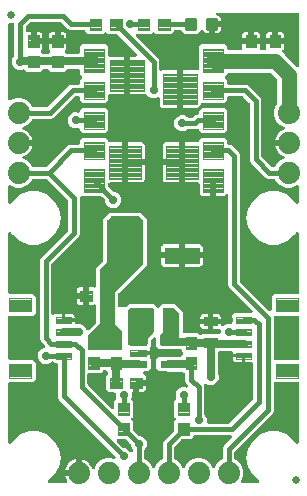
<source format=gtl>
G04 EAGLE Gerber RS-274X export*
G75*
%MOMM*%
%FSLAX34Y34*%
%LPD*%
%INTop Copper*%
%IPPOS*%
%AMOC8*
5,1,8,0,0,1.08239X$1,22.5*%
G01*
%ADD10C,0.108000*%
%ADD11C,0.105000*%
%ADD12C,0.112000*%
%ADD13C,0.104000*%
%ADD14C,0.096000*%
%ADD15C,0.102000*%
%ADD16C,0.100653*%
%ADD17C,0.100000*%
%ADD18C,0.100800*%
%ADD19C,0.635000*%
%ADD20C,0.098000*%
%ADD21C,1.879600*%
%ADD22C,0.300000*%
%ADD23C,0.635000*%
%ADD24C,0.381000*%
%ADD25C,0.736600*%
%ADD26C,0.177800*%
%ADD27C,0.254000*%
%ADD28C,0.762000*%
%ADD29C,1.270000*%

G36*
X167199Y129485D02*
X167199Y129485D01*
X167318Y129489D01*
X167357Y129500D01*
X167397Y129504D01*
X167509Y129544D01*
X167624Y129577D01*
X167658Y129598D01*
X167696Y129612D01*
X167795Y129678D01*
X167898Y129739D01*
X167943Y129779D01*
X167960Y129790D01*
X167973Y129805D01*
X168018Y129845D01*
X168302Y130129D01*
X182499Y130129D01*
X182617Y130144D01*
X182736Y130151D01*
X182774Y130164D01*
X182815Y130169D01*
X182925Y130212D01*
X183038Y130249D01*
X183073Y130271D01*
X183110Y130286D01*
X183206Y130355D01*
X183307Y130419D01*
X183335Y130449D01*
X183368Y130472D01*
X183444Y130564D01*
X183525Y130651D01*
X183545Y130686D01*
X183570Y130717D01*
X183621Y130825D01*
X183679Y130929D01*
X183689Y130969D01*
X183706Y131005D01*
X183728Y131122D01*
X183758Y131237D01*
X183762Y131297D01*
X183766Y131317D01*
X183764Y131338D01*
X183768Y131398D01*
X183768Y133616D01*
X183752Y133747D01*
X183741Y133879D01*
X183732Y133905D01*
X183728Y133931D01*
X183680Y134054D01*
X183636Y134180D01*
X183621Y134202D01*
X183611Y134227D01*
X183533Y134334D01*
X183460Y134445D01*
X183440Y134463D01*
X183425Y134484D01*
X183322Y134569D01*
X183224Y134658D01*
X183200Y134670D01*
X183180Y134687D01*
X183060Y134744D01*
X182942Y134805D01*
X182916Y134811D01*
X182892Y134823D01*
X182762Y134848D01*
X182633Y134878D01*
X182606Y134877D01*
X182580Y134882D01*
X182448Y134874D01*
X182315Y134872D01*
X182289Y134864D01*
X182262Y134863D01*
X182136Y134822D01*
X182008Y134786D01*
X181974Y134769D01*
X181960Y134765D01*
X181942Y134753D01*
X181143Y134539D01*
X177259Y134539D01*
X177259Y139081D01*
X183801Y139081D01*
X183801Y137965D01*
X183818Y137827D01*
X183831Y137689D01*
X183838Y137670D01*
X183841Y137650D01*
X183892Y137520D01*
X183939Y137389D01*
X183950Y137373D01*
X183958Y137354D01*
X184039Y137241D01*
X184117Y137126D01*
X184133Y137113D01*
X184144Y137096D01*
X184252Y137008D01*
X184356Y136916D01*
X184374Y136907D01*
X184389Y136894D01*
X184515Y136834D01*
X184639Y136771D01*
X184659Y136767D01*
X184677Y136758D01*
X184814Y136732D01*
X184949Y136702D01*
X184970Y136702D01*
X184989Y136698D01*
X185128Y136707D01*
X185267Y136711D01*
X185287Y136717D01*
X185307Y136718D01*
X185439Y136761D01*
X185573Y136800D01*
X185590Y136810D01*
X185609Y136816D01*
X185727Y136890D01*
X185847Y136961D01*
X185868Y136980D01*
X185878Y136986D01*
X185892Y137001D01*
X185967Y137068D01*
X186687Y137787D01*
X189161Y138812D01*
X191938Y138812D01*
X191952Y138808D01*
X192002Y138807D01*
X192052Y138797D01*
X192161Y138804D01*
X192270Y138802D01*
X192319Y138814D01*
X192369Y138817D01*
X192473Y138851D01*
X192579Y138876D01*
X192624Y138900D01*
X192671Y138915D01*
X192764Y138974D01*
X192861Y139025D01*
X192898Y139059D01*
X192940Y139085D01*
X193015Y139165D01*
X193096Y139239D01*
X193124Y139280D01*
X193158Y139317D01*
X193211Y139413D01*
X193271Y139504D01*
X193287Y139552D01*
X193312Y139596D01*
X193339Y139701D01*
X193375Y139805D01*
X193379Y139855D01*
X193391Y139903D01*
X193401Y140064D01*
X193401Y145964D01*
X195486Y148049D01*
X209660Y148049D01*
X209798Y148066D01*
X209936Y148079D01*
X209955Y148086D01*
X209975Y148089D01*
X210105Y148140D01*
X210236Y148187D01*
X210252Y148198D01*
X210271Y148206D01*
X210383Y148287D01*
X210499Y148365D01*
X210512Y148381D01*
X210529Y148392D01*
X210617Y148500D01*
X210709Y148604D01*
X210718Y148622D01*
X210731Y148637D01*
X210791Y148763D01*
X210854Y148887D01*
X210858Y148907D01*
X210867Y148925D01*
X210893Y149061D01*
X210923Y149197D01*
X210923Y149218D01*
X210927Y149237D01*
X210918Y149376D01*
X210914Y149515D01*
X210908Y149535D01*
X210907Y149555D01*
X210864Y149686D01*
X210825Y149821D01*
X210815Y149838D01*
X210809Y149857D01*
X210735Y149975D01*
X210664Y150095D01*
X210645Y150116D01*
X210639Y150126D01*
X210624Y150140D01*
X210557Y150215D01*
X192635Y168137D01*
X191063Y169710D01*
X190309Y171530D01*
X190309Y247318D01*
X190292Y247456D01*
X190279Y247595D01*
X190272Y247614D01*
X190269Y247634D01*
X190218Y247763D01*
X190171Y247894D01*
X190160Y247911D01*
X190152Y247929D01*
X190071Y248042D01*
X189993Y248157D01*
X189977Y248170D01*
X189966Y248187D01*
X189859Y248275D01*
X189754Y248368D01*
X189736Y248377D01*
X189721Y248390D01*
X189595Y248449D01*
X189471Y248512D01*
X189451Y248517D01*
X189433Y248525D01*
X189297Y248551D01*
X189161Y248582D01*
X189140Y248581D01*
X189121Y248585D01*
X188982Y248576D01*
X188843Y248572D01*
X188823Y248566D01*
X188803Y248565D01*
X188671Y248522D01*
X188537Y248484D01*
X188520Y248473D01*
X188501Y248467D01*
X188383Y248393D01*
X188263Y248322D01*
X188242Y248304D01*
X188232Y248297D01*
X188218Y248282D01*
X188142Y248216D01*
X187852Y247925D01*
X187149Y247519D01*
X186366Y247309D01*
X180039Y247309D01*
X180039Y259080D01*
X180024Y259198D01*
X180017Y259317D01*
X180004Y259355D01*
X179999Y259395D01*
X179956Y259506D01*
X179919Y259619D01*
X179897Y259654D01*
X179882Y259691D01*
X179812Y259787D01*
X179749Y259888D01*
X179719Y259916D01*
X179695Y259948D01*
X179604Y260024D01*
X179517Y260106D01*
X179482Y260125D01*
X179450Y260151D01*
X179343Y260202D01*
X179239Y260259D01*
X179199Y260270D01*
X179163Y260287D01*
X179046Y260309D01*
X178931Y260339D01*
X178870Y260343D01*
X178850Y260347D01*
X178830Y260345D01*
X178770Y260349D01*
X176230Y260349D01*
X176112Y260334D01*
X175993Y260327D01*
X175955Y260314D01*
X175915Y260309D01*
X175804Y260265D01*
X175691Y260229D01*
X175656Y260207D01*
X175619Y260192D01*
X175523Y260122D01*
X175422Y260059D01*
X175394Y260029D01*
X175361Y260005D01*
X175286Y259914D01*
X175204Y259827D01*
X175184Y259792D01*
X175159Y259760D01*
X175108Y259653D01*
X175050Y259549D01*
X175040Y259509D01*
X175023Y259473D01*
X175001Y259356D01*
X174971Y259241D01*
X174967Y259180D01*
X174963Y259160D01*
X174965Y259140D01*
X174961Y259080D01*
X174961Y247309D01*
X168634Y247309D01*
X167851Y247519D01*
X167148Y247925D01*
X166575Y248498D01*
X166169Y249201D01*
X165959Y249984D01*
X165959Y257340D01*
X165944Y257458D01*
X165937Y257577D01*
X165924Y257615D01*
X165919Y257656D01*
X165876Y257766D01*
X165839Y257879D01*
X165817Y257914D01*
X165802Y257951D01*
X165733Y258047D01*
X165669Y258148D01*
X165639Y258176D01*
X165616Y258209D01*
X165524Y258285D01*
X165437Y258366D01*
X165402Y258386D01*
X165371Y258411D01*
X165263Y258462D01*
X165159Y258520D01*
X165119Y258530D01*
X165083Y258547D01*
X164966Y258569D01*
X164851Y258599D01*
X164791Y258603D01*
X164771Y258607D01*
X164750Y258605D01*
X164690Y258609D01*
X153689Y258609D01*
X153689Y274380D01*
X153674Y274498D01*
X153667Y274617D01*
X153654Y274655D01*
X153649Y274695D01*
X153605Y274806D01*
X153569Y274919D01*
X153547Y274954D01*
X153532Y274991D01*
X153462Y275087D01*
X153399Y275188D01*
X153369Y275216D01*
X153345Y275248D01*
X153254Y275324D01*
X153167Y275406D01*
X153132Y275425D01*
X153100Y275451D01*
X152993Y275502D01*
X152889Y275559D01*
X152849Y275570D01*
X152813Y275587D01*
X152696Y275609D01*
X152581Y275639D01*
X152520Y275643D01*
X152500Y275647D01*
X152480Y275645D01*
X152420Y275649D01*
X151149Y275649D01*
X151149Y275651D01*
X152420Y275651D01*
X152538Y275666D01*
X152657Y275673D01*
X152695Y275686D01*
X152735Y275691D01*
X152846Y275735D01*
X152959Y275771D01*
X152994Y275793D01*
X153031Y275808D01*
X153127Y275878D01*
X153228Y275941D01*
X153256Y275971D01*
X153288Y275995D01*
X153364Y276086D01*
X153446Y276173D01*
X153465Y276208D01*
X153491Y276240D01*
X153542Y276347D01*
X153599Y276451D01*
X153610Y276491D01*
X153627Y276527D01*
X153649Y276644D01*
X153679Y276759D01*
X153683Y276820D01*
X153687Y276840D01*
X153685Y276860D01*
X153686Y276870D01*
X153687Y276873D01*
X153686Y276876D01*
X153689Y276920D01*
X153689Y292691D01*
X164182Y292691D01*
X164300Y292706D01*
X164419Y292713D01*
X164457Y292726D01*
X164498Y292731D01*
X164608Y292774D01*
X164721Y292811D01*
X164756Y292833D01*
X164793Y292848D01*
X164889Y292917D01*
X164990Y292981D01*
X165018Y293011D01*
X165051Y293034D01*
X165127Y293126D01*
X165208Y293213D01*
X165228Y293248D01*
X165253Y293279D01*
X165304Y293387D01*
X165362Y293491D01*
X165372Y293531D01*
X165389Y293567D01*
X165411Y293684D01*
X165441Y293799D01*
X165445Y293859D01*
X165449Y293879D01*
X165447Y293900D01*
X165451Y293960D01*
X165451Y294205D01*
X167545Y296299D01*
X187455Y296299D01*
X189549Y294205D01*
X189549Y291973D01*
X189564Y291855D01*
X189571Y291736D01*
X189584Y291698D01*
X189589Y291657D01*
X189632Y291547D01*
X189669Y291434D01*
X189691Y291399D01*
X189706Y291362D01*
X189775Y291266D01*
X189839Y291165D01*
X189869Y291137D01*
X189892Y291104D01*
X189984Y291028D01*
X190071Y290947D01*
X190106Y290927D01*
X190137Y290902D01*
X190245Y290851D01*
X190349Y290793D01*
X190389Y290783D01*
X190425Y290766D01*
X190542Y290744D01*
X190657Y290714D01*
X190717Y290710D01*
X190737Y290706D01*
X190758Y290708D01*
X190818Y290704D01*
X191185Y290704D01*
X193006Y289950D01*
X199463Y283493D01*
X200217Y281672D01*
X200217Y175093D01*
X200229Y174995D01*
X200232Y174896D01*
X200249Y174838D01*
X200257Y174778D01*
X200293Y174686D01*
X200321Y174591D01*
X200351Y174538D01*
X200374Y174482D01*
X200432Y174402D01*
X200482Y174317D01*
X200548Y174241D01*
X200560Y174225D01*
X200570Y174217D01*
X200588Y174196D01*
X224735Y150050D01*
X224844Y149964D01*
X224951Y149876D01*
X224970Y149867D01*
X224986Y149855D01*
X225114Y149799D01*
X225239Y149740D01*
X225259Y149736D01*
X225278Y149728D01*
X225416Y149706D01*
X225552Y149680D01*
X225572Y149682D01*
X225592Y149679D01*
X225731Y149692D01*
X225869Y149700D01*
X225888Y149706D01*
X225908Y149708D01*
X226040Y149756D01*
X226171Y149798D01*
X226189Y149809D01*
X226208Y149816D01*
X226323Y149894D01*
X226440Y149968D01*
X226454Y149983D01*
X226471Y149995D01*
X226563Y150099D01*
X226658Y150200D01*
X226668Y150218D01*
X226681Y150233D01*
X226745Y150357D01*
X226812Y150479D01*
X226817Y150498D01*
X226826Y150516D01*
X226856Y150652D01*
X226891Y150786D01*
X226893Y150815D01*
X226896Y150827D01*
X226895Y150847D01*
X226901Y150947D01*
X226901Y161982D01*
X228968Y164049D01*
X248666Y164049D01*
X248784Y164064D01*
X248903Y164071D01*
X248941Y164084D01*
X248982Y164089D01*
X249092Y164132D01*
X249205Y164169D01*
X249240Y164191D01*
X249277Y164206D01*
X249373Y164275D01*
X249474Y164339D01*
X249502Y164369D01*
X249535Y164392D01*
X249611Y164484D01*
X249692Y164571D01*
X249712Y164606D01*
X249737Y164637D01*
X249788Y164745D01*
X249846Y164849D01*
X249856Y164889D01*
X249873Y164925D01*
X249895Y165042D01*
X249925Y165157D01*
X249929Y165217D01*
X249933Y165237D01*
X249931Y165258D01*
X249935Y165318D01*
X249935Y215603D01*
X249917Y215748D01*
X249902Y215893D01*
X249897Y215906D01*
X249895Y215919D01*
X249842Y216054D01*
X249791Y216191D01*
X249783Y216202D01*
X249778Y216215D01*
X249693Y216332D01*
X249610Y216452D01*
X249599Y216461D01*
X249592Y216472D01*
X249480Y216565D01*
X249369Y216660D01*
X249357Y216666D01*
X249347Y216675D01*
X249215Y216737D01*
X249084Y216802D01*
X249071Y216805D01*
X249059Y216810D01*
X248917Y216838D01*
X248773Y216868D01*
X248760Y216868D01*
X248747Y216870D01*
X248602Y216861D01*
X248456Y216855D01*
X248442Y216851D01*
X248429Y216850D01*
X248291Y216806D01*
X248151Y216763D01*
X248139Y216756D01*
X248127Y216752D01*
X248004Y216675D01*
X247879Y216599D01*
X247869Y216589D01*
X247858Y216582D01*
X247758Y216476D01*
X247656Y216372D01*
X247646Y216357D01*
X247640Y216351D01*
X247632Y216336D01*
X247567Y216238D01*
X246185Y213845D01*
X240078Y208720D01*
X232586Y205993D01*
X224614Y205993D01*
X217122Y208720D01*
X211015Y213844D01*
X207029Y220749D01*
X205645Y228600D01*
X207029Y236451D01*
X211015Y243355D01*
X217122Y248480D01*
X224614Y251207D01*
X232586Y251207D01*
X240078Y248480D01*
X246185Y243356D01*
X247567Y240962D01*
X247655Y240846D01*
X247740Y240728D01*
X247751Y240719D01*
X247759Y240709D01*
X247873Y240618D01*
X247985Y240525D01*
X247998Y240519D01*
X248008Y240511D01*
X248142Y240451D01*
X248273Y240390D01*
X248286Y240387D01*
X248299Y240382D01*
X248443Y240357D01*
X248586Y240330D01*
X248599Y240331D01*
X248612Y240328D01*
X248758Y240341D01*
X248903Y240350D01*
X248916Y240354D01*
X248929Y240355D01*
X249067Y240403D01*
X249205Y240448D01*
X249217Y240455D01*
X249230Y240459D01*
X249351Y240540D01*
X249474Y240618D01*
X249483Y240628D01*
X249495Y240635D01*
X249592Y240743D01*
X249692Y240849D01*
X249699Y240861D01*
X249708Y240871D01*
X249775Y241001D01*
X249846Y241128D01*
X249849Y241141D01*
X249855Y241153D01*
X249889Y241295D01*
X249925Y241436D01*
X249926Y241454D01*
X249928Y241463D01*
X249928Y241480D01*
X249935Y241597D01*
X249935Y254905D01*
X249929Y254954D01*
X249931Y255004D01*
X249909Y255111D01*
X249895Y255221D01*
X249877Y255267D01*
X249867Y255315D01*
X249819Y255414D01*
X249778Y255516D01*
X249749Y255556D01*
X249727Y255601D01*
X249656Y255685D01*
X249592Y255774D01*
X249553Y255805D01*
X249521Y255843D01*
X249431Y255906D01*
X249347Y255976D01*
X249302Y255998D01*
X249261Y256026D01*
X249158Y256065D01*
X249059Y256112D01*
X249010Y256121D01*
X248964Y256139D01*
X248854Y256151D01*
X248747Y256172D01*
X248697Y256169D01*
X248648Y256174D01*
X248539Y256159D01*
X248429Y256152D01*
X248382Y256137D01*
X248333Y256130D01*
X248180Y256078D01*
X243776Y254253D01*
X238824Y254253D01*
X234250Y256148D01*
X230748Y259650D01*
X230204Y260963D01*
X230195Y260980D01*
X230190Y260993D01*
X230186Y261000D01*
X230180Y261016D01*
X230111Y261126D01*
X230047Y261239D01*
X230026Y261260D01*
X230010Y261285D01*
X229916Y261374D01*
X229825Y261467D01*
X229800Y261483D01*
X229779Y261503D01*
X229665Y261566D01*
X229554Y261634D01*
X229526Y261642D01*
X229500Y261657D01*
X229374Y261689D01*
X229250Y261727D01*
X229221Y261729D01*
X229192Y261736D01*
X229032Y261746D01*
X223805Y261746D01*
X221984Y262500D01*
X209160Y275324D01*
X208406Y277145D01*
X208406Y325082D01*
X208394Y325181D01*
X208391Y325280D01*
X208374Y325338D01*
X208366Y325398D01*
X208330Y325490D01*
X208302Y325585D01*
X208272Y325637D01*
X208249Y325694D01*
X208191Y325774D01*
X208141Y325859D01*
X208075Y325934D01*
X208063Y325951D01*
X208053Y325959D01*
X208035Y325980D01*
X202790Y331225D01*
X202712Y331285D01*
X202639Y331353D01*
X202586Y331382D01*
X202539Y331419D01*
X202448Y331459D01*
X202361Y331507D01*
X202302Y331522D01*
X202247Y331546D01*
X202149Y331561D01*
X202053Y331586D01*
X201953Y331592D01*
X201933Y331596D01*
X201920Y331594D01*
X201892Y331596D01*
X190818Y331596D01*
X190700Y331581D01*
X190581Y331574D01*
X190543Y331561D01*
X190502Y331556D01*
X190392Y331513D01*
X190279Y331476D01*
X190244Y331454D01*
X190207Y331439D01*
X190111Y331370D01*
X190010Y331306D01*
X189982Y331276D01*
X189949Y331253D01*
X189873Y331161D01*
X189792Y331074D01*
X189772Y331039D01*
X189747Y331008D01*
X189696Y330900D01*
X189638Y330796D01*
X189628Y330756D01*
X189611Y330720D01*
X189589Y330603D01*
X189559Y330488D01*
X189555Y330428D01*
X189551Y330408D01*
X189553Y330387D01*
X189549Y330327D01*
X189549Y328095D01*
X187455Y326001D01*
X168010Y326001D01*
X167892Y325986D01*
X167773Y325979D01*
X167735Y325966D01*
X167694Y325961D01*
X167584Y325918D01*
X167471Y325881D01*
X167436Y325859D01*
X167399Y325844D01*
X167303Y325775D01*
X167202Y325711D01*
X167174Y325681D01*
X167141Y325658D01*
X167065Y325566D01*
X166984Y325479D01*
X166964Y325444D01*
X166939Y325413D01*
X166888Y325305D01*
X166830Y325201D01*
X166820Y325161D01*
X166803Y325125D01*
X166781Y325008D01*
X166751Y324893D01*
X166747Y324833D01*
X166743Y324813D01*
X166745Y324792D01*
X166741Y324732D01*
X166741Y324334D01*
X166517Y323498D01*
X166509Y323480D01*
X166453Y323361D01*
X166448Y323334D01*
X166437Y323310D01*
X166418Y323178D01*
X166393Y323048D01*
X166395Y323022D01*
X166391Y322995D01*
X166405Y322863D01*
X166413Y322731D01*
X166421Y322706D01*
X166424Y322679D01*
X166470Y322554D01*
X166511Y322429D01*
X166525Y322406D01*
X166535Y322381D01*
X166610Y322271D01*
X166681Y322160D01*
X166701Y322141D01*
X166716Y322119D01*
X166816Y322033D01*
X166913Y321942D01*
X166936Y321929D01*
X166957Y321911D01*
X167075Y321852D01*
X167191Y321788D01*
X167217Y321782D01*
X167241Y321770D01*
X167371Y321742D01*
X167499Y321709D01*
X167537Y321707D01*
X167552Y321703D01*
X167574Y321704D01*
X167660Y321699D01*
X187455Y321699D01*
X189549Y319605D01*
X189549Y302695D01*
X187455Y300601D01*
X167545Y300601D01*
X165448Y302698D01*
X165445Y302720D01*
X165447Y302769D01*
X165425Y302877D01*
X165411Y302986D01*
X165393Y303032D01*
X165383Y303081D01*
X165335Y303179D01*
X165294Y303282D01*
X165265Y303322D01*
X165243Y303366D01*
X165172Y303450D01*
X165108Y303539D01*
X165069Y303571D01*
X165037Y303608D01*
X164947Y303672D01*
X164863Y303742D01*
X164818Y303763D01*
X164777Y303792D01*
X164674Y303831D01*
X164575Y303877D01*
X164526Y303887D01*
X164480Y303904D01*
X164370Y303916D01*
X164263Y303937D01*
X164213Y303934D01*
X164164Y303940D01*
X164055Y303924D01*
X163945Y303917D01*
X163898Y303902D01*
X163849Y303895D01*
X163696Y303843D01*
X163245Y303656D01*
X156222Y303656D01*
X156124Y303644D01*
X156025Y303641D01*
X155967Y303624D01*
X155907Y303616D01*
X155815Y303580D01*
X155719Y303552D01*
X155667Y303522D01*
X155611Y303499D01*
X155531Y303441D01*
X155445Y303391D01*
X155370Y303325D01*
X155354Y303313D01*
X155346Y303303D01*
X155325Y303285D01*
X154943Y302903D01*
X152469Y301878D01*
X149791Y301878D01*
X147317Y302903D01*
X145423Y304797D01*
X144398Y307271D01*
X144398Y309949D01*
X145423Y312423D01*
X147317Y314317D01*
X149791Y315342D01*
X152469Y315342D01*
X154943Y314317D01*
X155325Y313935D01*
X155403Y313875D01*
X155475Y313807D01*
X155528Y313778D01*
X155576Y313741D01*
X155667Y313701D01*
X155754Y313653D01*
X155812Y313638D01*
X155868Y313614D01*
X155966Y313599D01*
X156061Y313574D01*
X156161Y313568D01*
X156182Y313564D01*
X156194Y313566D01*
X156222Y313564D01*
X159682Y313564D01*
X159781Y313576D01*
X159880Y313579D01*
X159938Y313596D01*
X159998Y313604D01*
X160090Y313640D01*
X160185Y313668D01*
X160237Y313698D01*
X160294Y313721D01*
X160374Y313779D01*
X160459Y313829D01*
X160534Y313895D01*
X160551Y313907D01*
X160559Y313917D01*
X160580Y313935D01*
X161994Y315350D01*
X163815Y316104D01*
X164182Y316104D01*
X164300Y316119D01*
X164419Y316126D01*
X164457Y316139D01*
X164498Y316144D01*
X164608Y316187D01*
X164721Y316224D01*
X164756Y316246D01*
X164793Y316261D01*
X164889Y316330D01*
X164990Y316394D01*
X165018Y316424D01*
X165051Y316447D01*
X165127Y316539D01*
X165208Y316626D01*
X165228Y316661D01*
X165253Y316692D01*
X165304Y316800D01*
X165362Y316904D01*
X165372Y316944D01*
X165389Y316980D01*
X165411Y317097D01*
X165441Y317212D01*
X165445Y317272D01*
X165449Y317292D01*
X165447Y317313D01*
X165451Y317373D01*
X165451Y319616D01*
X165504Y319684D01*
X165596Y319797D01*
X165601Y319809D01*
X165610Y319820D01*
X165668Y319954D01*
X165728Y320086D01*
X165731Y320099D01*
X165736Y320112D01*
X165759Y320256D01*
X165785Y320399D01*
X165784Y320413D01*
X165786Y320426D01*
X165772Y320571D01*
X165762Y320716D01*
X165757Y320729D01*
X165756Y320743D01*
X165707Y320880D01*
X165660Y321018D01*
X165653Y321029D01*
X165649Y321042D01*
X165566Y321163D01*
X165487Y321285D01*
X165478Y321294D01*
X165470Y321305D01*
X165360Y321402D01*
X165253Y321500D01*
X165242Y321507D01*
X165232Y321515D01*
X165101Y321582D01*
X164973Y321651D01*
X164960Y321654D01*
X164948Y321660D01*
X164805Y321692D01*
X164665Y321727D01*
X164651Y321727D01*
X164638Y321730D01*
X164492Y321725D01*
X164347Y321724D01*
X164329Y321720D01*
X164320Y321720D01*
X164304Y321715D01*
X164189Y321692D01*
X164066Y321659D01*
X151989Y321659D01*
X151989Y336430D01*
X151974Y336548D01*
X151967Y336667D01*
X151954Y336705D01*
X151949Y336745D01*
X151905Y336856D01*
X151869Y336969D01*
X151847Y337004D01*
X151832Y337041D01*
X151762Y337137D01*
X151699Y337238D01*
X151669Y337266D01*
X151645Y337298D01*
X151554Y337374D01*
X151467Y337456D01*
X151432Y337475D01*
X151400Y337501D01*
X151293Y337552D01*
X151189Y337609D01*
X151149Y337620D01*
X151113Y337637D01*
X150996Y337659D01*
X150881Y337689D01*
X150820Y337693D01*
X150800Y337697D01*
X150780Y337695D01*
X150720Y337699D01*
X148180Y337699D01*
X148062Y337684D01*
X147943Y337677D01*
X147905Y337664D01*
X147865Y337659D01*
X147754Y337615D01*
X147641Y337579D01*
X147606Y337557D01*
X147569Y337542D01*
X147473Y337472D01*
X147372Y337409D01*
X147344Y337379D01*
X147311Y337355D01*
X147236Y337264D01*
X147154Y337177D01*
X147134Y337142D01*
X147109Y337110D01*
X147058Y337003D01*
X147000Y336899D01*
X146990Y336859D01*
X146973Y336823D01*
X146951Y336706D01*
X146921Y336591D01*
X146917Y336530D01*
X146913Y336510D01*
X146915Y336490D01*
X146911Y336430D01*
X146911Y321659D01*
X134834Y321659D01*
X134051Y321869D01*
X133348Y322275D01*
X132775Y322848D01*
X132369Y323551D01*
X132159Y324334D01*
X132159Y329501D01*
X132153Y329550D01*
X132155Y329600D01*
X132133Y329707D01*
X132119Y329817D01*
X132101Y329863D01*
X132091Y329911D01*
X132043Y330010D01*
X132002Y330112D01*
X131973Y330153D01*
X131951Y330197D01*
X131880Y330281D01*
X131816Y330370D01*
X131777Y330401D01*
X131745Y330439D01*
X131655Y330502D01*
X131571Y330572D01*
X131526Y330594D01*
X131485Y330622D01*
X131382Y330661D01*
X131283Y330708D01*
X131234Y330717D01*
X131188Y330735D01*
X131078Y330747D01*
X130971Y330768D01*
X130921Y330765D01*
X130872Y330770D01*
X130763Y330755D01*
X130653Y330748D01*
X130606Y330733D01*
X130557Y330726D01*
X130404Y330674D01*
X128339Y329818D01*
X125661Y329818D01*
X123187Y330843D01*
X121244Y332786D01*
X121192Y332878D01*
X121166Y332904D01*
X121147Y332935D01*
X121056Y333018D01*
X120970Y333106D01*
X120939Y333125D01*
X120913Y333150D01*
X120804Y333208D01*
X120699Y333273D01*
X120665Y333283D01*
X120633Y333301D01*
X120513Y333330D01*
X120395Y333366D01*
X120359Y333368D01*
X120324Y333377D01*
X120201Y333376D01*
X120078Y333381D01*
X120042Y333374D01*
X120006Y333374D01*
X119848Y333342D01*
X119166Y333159D01*
X107089Y333159D01*
X107089Y347930D01*
X107074Y348048D01*
X107067Y348167D01*
X107054Y348205D01*
X107049Y348245D01*
X107005Y348356D01*
X106969Y348469D01*
X106947Y348504D01*
X106932Y348541D01*
X106862Y348637D01*
X106799Y348738D01*
X106769Y348766D01*
X106745Y348798D01*
X106654Y348874D01*
X106567Y348956D01*
X106532Y348975D01*
X106500Y349001D01*
X106393Y349052D01*
X106289Y349109D01*
X106249Y349120D01*
X106213Y349137D01*
X106096Y349159D01*
X105981Y349189D01*
X105920Y349193D01*
X105900Y349197D01*
X105880Y349195D01*
X105820Y349199D01*
X103280Y349199D01*
X103162Y349184D01*
X103043Y349177D01*
X103005Y349164D01*
X102965Y349159D01*
X102854Y349115D01*
X102741Y349079D01*
X102706Y349057D01*
X102669Y349042D01*
X102573Y348972D01*
X102472Y348909D01*
X102444Y348879D01*
X102411Y348855D01*
X102336Y348764D01*
X102254Y348677D01*
X102234Y348642D01*
X102209Y348610D01*
X102158Y348503D01*
X102100Y348399D01*
X102090Y348359D01*
X102073Y348323D01*
X102051Y348206D01*
X102021Y348091D01*
X102017Y348030D01*
X102013Y348010D01*
X102015Y347990D01*
X102011Y347930D01*
X102011Y333159D01*
X89818Y333159D01*
X89700Y333144D01*
X89581Y333137D01*
X89543Y333124D01*
X89502Y333119D01*
X89392Y333076D01*
X89279Y333039D01*
X89244Y333017D01*
X89207Y333002D01*
X89111Y332933D01*
X89010Y332869D01*
X88982Y332839D01*
X88949Y332816D01*
X88873Y332724D01*
X88792Y332637D01*
X88772Y332602D01*
X88747Y332571D01*
X88696Y332463D01*
X88638Y332359D01*
X88628Y332319D01*
X88611Y332283D01*
X88589Y332166D01*
X88559Y332051D01*
X88555Y331991D01*
X88551Y331971D01*
X88553Y331950D01*
X88549Y331890D01*
X88549Y328095D01*
X86455Y326001D01*
X66545Y326001D01*
X64451Y328095D01*
X64451Y330327D01*
X64436Y330445D01*
X64429Y330564D01*
X64416Y330602D01*
X64411Y330643D01*
X64368Y330753D01*
X64331Y330866D01*
X64309Y330901D01*
X64294Y330938D01*
X64225Y331034D01*
X64161Y331135D01*
X64131Y331163D01*
X64108Y331196D01*
X64016Y331272D01*
X63929Y331353D01*
X63894Y331373D01*
X63863Y331398D01*
X63755Y331449D01*
X63651Y331507D01*
X63611Y331517D01*
X63575Y331534D01*
X63458Y331556D01*
X63343Y331586D01*
X63283Y331590D01*
X63263Y331594D01*
X63242Y331592D01*
X63182Y331596D01*
X60998Y331596D01*
X60899Y331584D01*
X60800Y331581D01*
X60742Y331564D01*
X60682Y331556D01*
X60590Y331520D01*
X60495Y331492D01*
X60443Y331462D01*
X60386Y331439D01*
X60306Y331381D01*
X60221Y331331D01*
X60146Y331265D01*
X60129Y331253D01*
X60121Y331243D01*
X60100Y331225D01*
X42176Y313300D01*
X40355Y312546D01*
X24968Y312546D01*
X24939Y312543D01*
X24910Y312545D01*
X24782Y312523D01*
X24653Y312506D01*
X24625Y312496D01*
X24596Y312491D01*
X24478Y312437D01*
X24357Y312389D01*
X24333Y312372D01*
X24306Y312360D01*
X24205Y312279D01*
X24100Y312203D01*
X24081Y312180D01*
X24058Y312161D01*
X23980Y312058D01*
X23897Y311958D01*
X23884Y311931D01*
X23867Y311907D01*
X23796Y311763D01*
X23252Y310450D01*
X19750Y306948D01*
X16725Y305695D01*
X16699Y305680D01*
X16670Y305671D01*
X16561Y305601D01*
X16448Y305537D01*
X16427Y305516D01*
X16402Y305500D01*
X16313Y305406D01*
X16220Y305316D01*
X16204Y305290D01*
X16184Y305269D01*
X16121Y305155D01*
X16054Y305045D01*
X16045Y305016D01*
X16031Y304990D01*
X15998Y304865D01*
X15960Y304741D01*
X15959Y304711D01*
X15951Y304682D01*
X15951Y304552D01*
X15945Y304423D01*
X15951Y304394D01*
X15951Y304364D01*
X15983Y304239D01*
X16009Y304112D01*
X16022Y304085D01*
X16030Y304056D01*
X16092Y303943D01*
X16149Y303826D01*
X16168Y303803D01*
X16183Y303777D01*
X16271Y303683D01*
X16355Y303584D01*
X16380Y303567D01*
X16400Y303545D01*
X16509Y303476D01*
X16615Y303401D01*
X16643Y303390D01*
X16669Y303374D01*
X16818Y303315D01*
X17283Y303164D01*
X18957Y302311D01*
X20478Y301206D01*
X21806Y299878D01*
X22911Y298357D01*
X23764Y296683D01*
X24345Y294896D01*
X24385Y294639D01*
X13970Y294639D01*
X13852Y294624D01*
X13733Y294617D01*
X13695Y294604D01*
X13655Y294599D01*
X13544Y294556D01*
X13431Y294519D01*
X13397Y294497D01*
X13359Y294482D01*
X13263Y294412D01*
X13162Y294349D01*
X13134Y294319D01*
X13102Y294295D01*
X13026Y294204D01*
X12944Y294117D01*
X12925Y294082D01*
X12899Y294051D01*
X12848Y293943D01*
X12791Y293839D01*
X12780Y293799D01*
X12763Y293763D01*
X12741Y293646D01*
X12711Y293531D01*
X12707Y293470D01*
X12703Y293450D01*
X12705Y293430D01*
X12701Y293370D01*
X12701Y290830D01*
X12716Y290712D01*
X12723Y290593D01*
X12736Y290555D01*
X12741Y290514D01*
X12785Y290404D01*
X12821Y290291D01*
X12843Y290256D01*
X12858Y290219D01*
X12928Y290123D01*
X12991Y290022D01*
X13021Y289994D01*
X13045Y289961D01*
X13136Y289886D01*
X13223Y289804D01*
X13258Y289784D01*
X13290Y289759D01*
X13397Y289708D01*
X13502Y289650D01*
X13541Y289640D01*
X13577Y289623D01*
X13694Y289601D01*
X13809Y289571D01*
X13870Y289567D01*
X13890Y289563D01*
X13910Y289565D01*
X13970Y289561D01*
X24385Y289561D01*
X24345Y289304D01*
X23764Y287517D01*
X22911Y285843D01*
X21806Y284322D01*
X20478Y282994D01*
X18957Y281889D01*
X17283Y281036D01*
X16818Y280885D01*
X16791Y280872D01*
X16762Y280865D01*
X16647Y280805D01*
X16530Y280750D01*
X16507Y280731D01*
X16481Y280717D01*
X16385Y280629D01*
X16285Y280547D01*
X16268Y280523D01*
X16246Y280503D01*
X16174Y280394D01*
X16098Y280290D01*
X16087Y280262D01*
X16071Y280237D01*
X16029Y280114D01*
X15981Y279994D01*
X15977Y279964D01*
X15968Y279936D01*
X15957Y279807D01*
X15941Y279679D01*
X15945Y279649D01*
X15942Y279619D01*
X15965Y279491D01*
X15981Y279363D01*
X15992Y279335D01*
X15997Y279306D01*
X16050Y279188D01*
X16098Y279067D01*
X16115Y279043D01*
X16127Y279016D01*
X16208Y278915D01*
X16284Y278810D01*
X16307Y278791D01*
X16326Y278767D01*
X16429Y278690D01*
X16529Y278607D01*
X16556Y278594D01*
X16580Y278576D01*
X16725Y278505D01*
X19750Y277252D01*
X23252Y273750D01*
X23796Y272437D01*
X23810Y272412D01*
X23820Y272384D01*
X23889Y272274D01*
X23953Y272161D01*
X23974Y272140D01*
X23990Y272115D01*
X24084Y272026D01*
X24175Y271933D01*
X24200Y271917D01*
X24221Y271897D01*
X24335Y271834D01*
X24446Y271766D01*
X24474Y271758D01*
X24500Y271743D01*
X24626Y271711D01*
X24750Y271673D01*
X24779Y271671D01*
X24808Y271664D01*
X24968Y271654D01*
X35522Y271654D01*
X35621Y271666D01*
X35720Y271669D01*
X35778Y271686D01*
X35838Y271694D01*
X35930Y271730D01*
X36025Y271758D01*
X36077Y271788D01*
X36134Y271811D01*
X36214Y271869D01*
X36299Y271919D01*
X36374Y271985D01*
X36391Y271997D01*
X36399Y272007D01*
X36420Y272025D01*
X54344Y289950D01*
X56165Y290704D01*
X63182Y290704D01*
X63300Y290719D01*
X63419Y290726D01*
X63457Y290739D01*
X63498Y290744D01*
X63608Y290787D01*
X63721Y290824D01*
X63756Y290846D01*
X63793Y290861D01*
X63889Y290930D01*
X63990Y290994D01*
X64018Y291024D01*
X64051Y291047D01*
X64127Y291139D01*
X64208Y291226D01*
X64228Y291261D01*
X64253Y291292D01*
X64304Y291400D01*
X64362Y291504D01*
X64372Y291544D01*
X64389Y291580D01*
X64411Y291697D01*
X64441Y291812D01*
X64445Y291872D01*
X64449Y291892D01*
X64447Y291913D01*
X64451Y291973D01*
X64451Y294205D01*
X66545Y296299D01*
X86455Y296299D01*
X88549Y294205D01*
X88549Y293960D01*
X88564Y293842D01*
X88571Y293723D01*
X88584Y293685D01*
X88589Y293644D01*
X88632Y293534D01*
X88669Y293421D01*
X88691Y293386D01*
X88706Y293349D01*
X88775Y293253D01*
X88839Y293152D01*
X88869Y293124D01*
X88892Y293091D01*
X88984Y293015D01*
X89071Y292934D01*
X89106Y292914D01*
X89137Y292889D01*
X89245Y292838D01*
X89349Y292780D01*
X89389Y292770D01*
X89425Y292753D01*
X89542Y292731D01*
X89657Y292701D01*
X89717Y292697D01*
X89737Y292693D01*
X89758Y292695D01*
X89818Y292691D01*
X100311Y292691D01*
X100311Y276920D01*
X100326Y276802D01*
X100333Y276683D01*
X100346Y276645D01*
X100351Y276605D01*
X100394Y276494D01*
X100431Y276381D01*
X100453Y276346D01*
X100468Y276309D01*
X100538Y276213D01*
X100601Y276112D01*
X100631Y276084D01*
X100655Y276052D01*
X100746Y275976D01*
X100833Y275894D01*
X100868Y275875D01*
X100899Y275849D01*
X101007Y275798D01*
X101111Y275741D01*
X101151Y275730D01*
X101187Y275713D01*
X101304Y275691D01*
X101419Y275661D01*
X101480Y275657D01*
X101500Y275653D01*
X101520Y275655D01*
X101580Y275651D01*
X102851Y275651D01*
X102851Y275649D01*
X101580Y275649D01*
X101462Y275634D01*
X101343Y275627D01*
X101305Y275614D01*
X101265Y275609D01*
X101154Y275565D01*
X101041Y275529D01*
X101006Y275507D01*
X100969Y275492D01*
X100873Y275422D01*
X100772Y275359D01*
X100744Y275329D01*
X100711Y275305D01*
X100636Y275214D01*
X100554Y275127D01*
X100534Y275092D01*
X100509Y275060D01*
X100458Y274953D01*
X100400Y274849D01*
X100390Y274809D01*
X100373Y274773D01*
X100351Y274656D01*
X100321Y274541D01*
X100317Y274480D01*
X100313Y274460D01*
X100315Y274440D01*
X100311Y274380D01*
X100311Y258609D01*
X89818Y258609D01*
X89700Y258594D01*
X89581Y258587D01*
X89543Y258574D01*
X89502Y258569D01*
X89392Y258526D01*
X89279Y258489D01*
X89244Y258467D01*
X89207Y258452D01*
X89111Y258383D01*
X89010Y258319D01*
X88982Y258289D01*
X88949Y258266D01*
X88873Y258174D01*
X88792Y258087D01*
X88772Y258052D01*
X88747Y258021D01*
X88696Y257913D01*
X88638Y257809D01*
X88628Y257769D01*
X88611Y257733D01*
X88589Y257616D01*
X88559Y257501D01*
X88555Y257441D01*
X88551Y257421D01*
X88553Y257400D01*
X88549Y257340D01*
X88549Y255833D01*
X88561Y255734D01*
X88564Y255635D01*
X88581Y255577D01*
X88589Y255517D01*
X88625Y255425D01*
X88653Y255330D01*
X88683Y255278D01*
X88706Y255221D01*
X88764Y255141D01*
X88814Y255056D01*
X88880Y254981D01*
X88892Y254964D01*
X88902Y254956D01*
X88920Y254935D01*
X92912Y250943D01*
X92990Y250883D01*
X93063Y250815D01*
X93116Y250786D01*
X93163Y250749D01*
X93254Y250709D01*
X93341Y250661D01*
X93400Y250646D01*
X93455Y250622D01*
X93553Y250607D01*
X93649Y250582D01*
X93749Y250576D01*
X93769Y250572D01*
X93782Y250574D01*
X93810Y250572D01*
X94049Y250572D01*
X96523Y249547D01*
X98417Y247653D01*
X99442Y245179D01*
X99442Y242501D01*
X98417Y240027D01*
X96523Y238133D01*
X94049Y237108D01*
X91371Y237108D01*
X88897Y238133D01*
X87003Y240027D01*
X85978Y242501D01*
X85978Y243340D01*
X85966Y243439D01*
X85963Y243538D01*
X85946Y243596D01*
X85938Y243656D01*
X85902Y243748D01*
X85874Y243843D01*
X85844Y243895D01*
X85821Y243952D01*
X85763Y244032D01*
X85713Y244117D01*
X85647Y244192D01*
X85635Y244209D01*
X85625Y244217D01*
X85607Y244238D01*
X83415Y246430D01*
X83337Y246490D01*
X83264Y246558D01*
X83211Y246587D01*
X83164Y246624D01*
X83073Y246664D01*
X82986Y246712D01*
X82927Y246727D01*
X82872Y246751D01*
X82774Y246766D01*
X82678Y246791D01*
X82578Y246797D01*
X82558Y246801D01*
X82545Y246799D01*
X82517Y246801D01*
X66417Y246801D01*
X66306Y246854D01*
X66286Y246857D01*
X66268Y246866D01*
X66130Y246887D01*
X65993Y246913D01*
X65973Y246912D01*
X65953Y246915D01*
X65815Y246902D01*
X65676Y246894D01*
X65657Y246888D01*
X65637Y246886D01*
X65506Y246839D01*
X65374Y246796D01*
X65356Y246785D01*
X65338Y246778D01*
X65223Y246700D01*
X65105Y246626D01*
X65091Y246611D01*
X65074Y246600D01*
X64982Y246495D01*
X64887Y246394D01*
X64877Y246376D01*
X64864Y246361D01*
X64800Y246237D01*
X64733Y246115D01*
X64728Y246096D01*
X64719Y246078D01*
X64689Y245942D01*
X64654Y245807D01*
X64652Y245780D01*
X64649Y245768D01*
X64650Y245747D01*
X64644Y245647D01*
X64644Y214915D01*
X63890Y213094D01*
X40885Y190090D01*
X40825Y190012D01*
X40757Y189939D01*
X40728Y189886D01*
X40691Y189839D01*
X40651Y189748D01*
X40603Y189661D01*
X40588Y189602D01*
X40564Y189547D01*
X40549Y189449D01*
X40524Y189353D01*
X40518Y189253D01*
X40514Y189233D01*
X40516Y189220D01*
X40514Y189192D01*
X40514Y147822D01*
X40531Y147684D01*
X40544Y147546D01*
X40551Y147527D01*
X40554Y147507D01*
X40605Y147378D01*
X40652Y147247D01*
X40663Y147230D01*
X40671Y147211D01*
X40752Y147099D01*
X40830Y146983D01*
X40846Y146970D01*
X40857Y146954D01*
X40965Y146865D01*
X41069Y146773D01*
X41087Y146764D01*
X41102Y146751D01*
X41228Y146692D01*
X41352Y146628D01*
X41372Y146624D01*
X41390Y146615D01*
X41526Y146589D01*
X41662Y146559D01*
X41683Y146559D01*
X41702Y146556D01*
X41841Y146564D01*
X41980Y146569D01*
X42000Y146574D01*
X42020Y146575D01*
X42152Y146618D01*
X42286Y146657D01*
X42303Y146667D01*
X42322Y146673D01*
X42440Y146748D01*
X42560Y146819D01*
X42581Y146837D01*
X42591Y146844D01*
X42605Y146859D01*
X42681Y146925D01*
X42687Y146931D01*
X43382Y147333D01*
X44158Y147541D01*
X49301Y147541D01*
X49301Y142230D01*
X49316Y142112D01*
X49323Y141993D01*
X49335Y141955D01*
X49341Y141915D01*
X49384Y141804D01*
X49421Y141691D01*
X49443Y141657D01*
X49458Y141619D01*
X49527Y141523D01*
X49591Y141422D01*
X49621Y141394D01*
X49644Y141362D01*
X49736Y141286D01*
X49823Y141204D01*
X49858Y141185D01*
X49889Y141159D01*
X49933Y141139D01*
X49988Y141062D01*
X50051Y140962D01*
X50081Y140934D01*
X50105Y140901D01*
X50196Y140825D01*
X50283Y140744D01*
X50318Y140724D01*
X50350Y140699D01*
X50457Y140648D01*
X50562Y140590D01*
X50601Y140580D01*
X50637Y140563D01*
X50754Y140541D01*
X50870Y140511D01*
X50930Y140507D01*
X50950Y140503D01*
X50970Y140505D01*
X51030Y140501D01*
X60091Y140501D01*
X60091Y139854D01*
X60097Y139804D01*
X60095Y139755D01*
X60111Y139678D01*
X60113Y139638D01*
X60121Y139612D01*
X60131Y139538D01*
X60149Y139492D01*
X60159Y139443D01*
X60207Y139345D01*
X60248Y139243D01*
X60277Y139202D01*
X60299Y139158D01*
X60370Y139074D01*
X60434Y138985D01*
X60473Y138953D01*
X60505Y138916D01*
X60595Y138852D01*
X60679Y138782D01*
X60724Y138761D01*
X60765Y138733D01*
X60868Y138694D01*
X60967Y138647D01*
X61016Y138638D01*
X61062Y138620D01*
X61172Y138608D01*
X61279Y138587D01*
X61329Y138590D01*
X61378Y138585D01*
X61487Y138600D01*
X61597Y138607D01*
X61644Y138622D01*
X61693Y138629D01*
X61846Y138681D01*
X62161Y138812D01*
X64839Y138812D01*
X67313Y137787D01*
X69207Y135893D01*
X69856Y134326D01*
X69881Y134283D01*
X69898Y134236D01*
X69959Y134145D01*
X70014Y134049D01*
X70048Y134014D01*
X70076Y133973D01*
X70159Y133900D01*
X70235Y133821D01*
X70277Y133795D01*
X70315Y133762D01*
X70413Y133712D01*
X70506Y133655D01*
X70554Y133640D01*
X70598Y133618D01*
X70705Y133594D01*
X70810Y133561D01*
X70860Y133559D01*
X70908Y133548D01*
X71018Y133551D01*
X71128Y133546D01*
X71176Y133556D01*
X71226Y133558D01*
X71331Y133588D01*
X71439Y133610D01*
X71484Y133632D01*
X71532Y133646D01*
X71626Y133702D01*
X71725Y133750D01*
X71763Y133782D01*
X71805Y133808D01*
X71926Y133914D01*
X77860Y139847D01*
X77920Y139925D01*
X77988Y139998D01*
X78017Y140051D01*
X78054Y140098D01*
X78094Y140189D01*
X78142Y140276D01*
X78157Y140335D01*
X78181Y140390D01*
X78196Y140488D01*
X78221Y140584D01*
X78227Y140684D01*
X78231Y140704D01*
X78229Y140717D01*
X78231Y140745D01*
X78231Y154303D01*
X78215Y154434D01*
X78204Y154566D01*
X78195Y154591D01*
X78191Y154618D01*
X78143Y154741D01*
X78099Y154866D01*
X78084Y154889D01*
X78074Y154914D01*
X77997Y155021D01*
X77923Y155131D01*
X77903Y155149D01*
X77888Y155171D01*
X77786Y155256D01*
X77687Y155344D01*
X77663Y155357D01*
X77643Y155374D01*
X77523Y155430D01*
X77406Y155492D01*
X77379Y155498D01*
X77355Y155510D01*
X77225Y155534D01*
X77096Y155565D01*
X77069Y155564D01*
X77043Y155569D01*
X76911Y155561D01*
X76778Y155558D01*
X76752Y155551D01*
X76725Y155550D01*
X76599Y155509D01*
X76472Y155473D01*
X76437Y155456D01*
X76423Y155452D01*
X76404Y155440D01*
X76327Y155402D01*
X76024Y155226D01*
X75250Y155019D01*
X72349Y155019D01*
X72349Y161330D01*
X72334Y161448D01*
X72327Y161567D01*
X72314Y161605D01*
X72309Y161645D01*
X72266Y161756D01*
X72229Y161869D01*
X72207Y161903D01*
X72192Y161941D01*
X72123Y162037D01*
X72059Y162138D01*
X72029Y162166D01*
X72006Y162198D01*
X71914Y162274D01*
X71827Y162356D01*
X71792Y162375D01*
X71761Y162401D01*
X71653Y162452D01*
X71549Y162509D01*
X71509Y162519D01*
X71473Y162537D01*
X71366Y162557D01*
X71396Y162561D01*
X71506Y162605D01*
X71619Y162641D01*
X71654Y162663D01*
X71691Y162678D01*
X71787Y162748D01*
X71888Y162811D01*
X71916Y162841D01*
X71949Y162865D01*
X72025Y162956D01*
X72106Y163043D01*
X72126Y163078D01*
X72151Y163110D01*
X72202Y163217D01*
X72260Y163322D01*
X72270Y163361D01*
X72287Y163397D01*
X72309Y163514D01*
X72339Y163630D01*
X72343Y163690D01*
X72347Y163710D01*
X72345Y163730D01*
X72349Y163790D01*
X72349Y170101D01*
X75250Y170101D01*
X76024Y169894D01*
X76327Y169718D01*
X76450Y169667D01*
X76569Y169610D01*
X76596Y169605D01*
X76621Y169595D01*
X76752Y169576D01*
X76882Y169551D01*
X76908Y169552D01*
X76935Y169548D01*
X77067Y169562D01*
X77199Y169570D01*
X77225Y169579D01*
X77251Y169582D01*
X77376Y169628D01*
X77501Y169668D01*
X77524Y169683D01*
X77550Y169692D01*
X77658Y169768D01*
X77770Y169839D01*
X77789Y169858D01*
X77811Y169874D01*
X77897Y169974D01*
X77988Y170070D01*
X78001Y170094D01*
X78019Y170114D01*
X78078Y170233D01*
X78142Y170349D01*
X78148Y170375D01*
X78160Y170399D01*
X78188Y170529D01*
X78221Y170657D01*
X78223Y170695D01*
X78227Y170710D01*
X78226Y170732D01*
X78231Y170817D01*
X78231Y185939D01*
X84210Y191917D01*
X84270Y191995D01*
X84338Y192068D01*
X84367Y192121D01*
X84404Y192168D01*
X84444Y192259D01*
X84492Y192346D01*
X84507Y192405D01*
X84531Y192460D01*
X84546Y192558D01*
X84571Y192654D01*
X84577Y192754D01*
X84581Y192774D01*
X84579Y192787D01*
X84581Y192815D01*
X84581Y227849D01*
X89651Y232919D01*
X116089Y232919D01*
X121159Y227849D01*
X121159Y188711D01*
X97400Y164953D01*
X97340Y164875D01*
X97272Y164802D01*
X97243Y164749D01*
X97206Y164702D01*
X97166Y164611D01*
X97118Y164524D01*
X97103Y164465D01*
X97079Y164410D01*
X97064Y164312D01*
X97039Y164216D01*
X97033Y164116D01*
X97029Y164096D01*
X97031Y164083D01*
X97029Y164055D01*
X97029Y154178D01*
X97044Y154060D01*
X97051Y153941D01*
X97064Y153903D01*
X97069Y153862D01*
X97112Y153752D01*
X97149Y153639D01*
X97171Y153604D01*
X97186Y153567D01*
X97255Y153471D01*
X97319Y153370D01*
X97349Y153342D01*
X97372Y153309D01*
X97464Y153233D01*
X97551Y153152D01*
X97586Y153132D01*
X97617Y153107D01*
X97725Y153056D01*
X97829Y152998D01*
X97869Y152988D01*
X97905Y152971D01*
X98022Y152949D01*
X98137Y152919D01*
X98197Y152915D01*
X98217Y152911D01*
X98238Y152913D01*
X98298Y152909D01*
X103095Y152909D01*
X103194Y152921D01*
X103293Y152924D01*
X103351Y152941D01*
X103411Y152949D01*
X103503Y152985D01*
X103598Y153013D01*
X103650Y153043D01*
X103707Y153066D01*
X103787Y153124D01*
X103872Y153174D01*
X103947Y153240D01*
X103964Y153252D01*
X103972Y153262D01*
X103993Y153280D01*
X106161Y155449D01*
X127519Y155449D01*
X129913Y153055D01*
X130007Y152982D01*
X130096Y152903D01*
X130132Y152885D01*
X130164Y152860D01*
X130273Y152813D01*
X130379Y152759D01*
X130418Y152750D01*
X130456Y152734D01*
X130573Y152715D01*
X130689Y152689D01*
X130730Y152690D01*
X130770Y152684D01*
X130888Y152695D01*
X131007Y152699D01*
X131046Y152710D01*
X131086Y152714D01*
X131198Y152754D01*
X131313Y152787D01*
X131348Y152808D01*
X131386Y152821D01*
X131484Y152888D01*
X131587Y152949D01*
X131632Y152989D01*
X131649Y153000D01*
X131662Y153015D01*
X131708Y153055D01*
X134101Y155449D01*
X145299Y155449D01*
X151639Y149109D01*
X151639Y132618D01*
X151654Y132500D01*
X151661Y132381D01*
X151674Y132343D01*
X151679Y132302D01*
X151722Y132192D01*
X151759Y132079D01*
X151781Y132044D01*
X151796Y132007D01*
X151865Y131911D01*
X151929Y131810D01*
X151959Y131782D01*
X151982Y131749D01*
X152074Y131673D01*
X152161Y131592D01*
X152196Y131572D01*
X152227Y131547D01*
X152335Y131496D01*
X152439Y131438D01*
X152479Y131428D01*
X152515Y131411D01*
X152632Y131389D01*
X152747Y131359D01*
X152807Y131355D01*
X152827Y131351D01*
X152848Y131353D01*
X152908Y131349D01*
X164720Y131349D01*
X166223Y129845D01*
X166318Y129772D01*
X166407Y129694D01*
X166443Y129675D01*
X166475Y129650D01*
X166584Y129603D01*
X166690Y129549D01*
X166729Y129540D01*
X166766Y129524D01*
X166884Y129505D01*
X167000Y129479D01*
X167041Y129480D01*
X167081Y129474D01*
X167199Y129485D01*
G37*
G36*
X52565Y4070D02*
X52565Y4070D01*
X52605Y4067D01*
X52723Y4090D01*
X52841Y4105D01*
X52878Y4119D01*
X52917Y4127D01*
X53026Y4178D01*
X53137Y4222D01*
X53169Y4245D01*
X53205Y4262D01*
X53297Y4338D01*
X53394Y4408D01*
X53420Y4439D01*
X53450Y4464D01*
X53521Y4561D01*
X53597Y4653D01*
X53614Y4689D01*
X53638Y4722D01*
X53682Y4833D01*
X53733Y4941D01*
X53740Y4980D01*
X53755Y5017D01*
X53770Y5136D01*
X53792Y5253D01*
X53790Y5293D01*
X53795Y5333D01*
X53780Y5452D01*
X53773Y5571D01*
X53760Y5609D01*
X53755Y5648D01*
X53712Y5760D01*
X53675Y5873D01*
X53653Y5907D01*
X53639Y5944D01*
X53553Y6080D01*
X53289Y6443D01*
X52436Y8117D01*
X51855Y9904D01*
X51815Y10161D01*
X62230Y10161D01*
X62348Y10176D01*
X62467Y10183D01*
X62505Y10196D01*
X62545Y10201D01*
X62656Y10244D01*
X62769Y10281D01*
X62803Y10303D01*
X62841Y10318D01*
X62937Y10388D01*
X63038Y10451D01*
X63066Y10481D01*
X63098Y10504D01*
X63174Y10596D01*
X63256Y10683D01*
X63275Y10718D01*
X63301Y10749D01*
X63352Y10857D01*
X63409Y10961D01*
X63420Y11001D01*
X63437Y11037D01*
X63459Y11154D01*
X63489Y11269D01*
X63493Y11330D01*
X63497Y11350D01*
X63495Y11370D01*
X63499Y11430D01*
X63499Y12701D01*
X64770Y12701D01*
X64888Y12716D01*
X65007Y12723D01*
X65045Y12736D01*
X65085Y12741D01*
X65196Y12785D01*
X65309Y12821D01*
X65344Y12843D01*
X65381Y12858D01*
X65477Y12928D01*
X65578Y12991D01*
X65606Y13021D01*
X65639Y13045D01*
X65714Y13136D01*
X65796Y13223D01*
X65816Y13258D01*
X65841Y13290D01*
X65892Y13397D01*
X65950Y13502D01*
X65960Y13541D01*
X65977Y13577D01*
X65999Y13694D01*
X66029Y13809D01*
X66033Y13870D01*
X66037Y13890D01*
X66035Y13910D01*
X66039Y13970D01*
X66039Y24385D01*
X66296Y24345D01*
X68083Y23764D01*
X69757Y22911D01*
X71278Y21806D01*
X72606Y20478D01*
X73711Y18957D01*
X74564Y17283D01*
X74715Y16818D01*
X74728Y16791D01*
X74735Y16762D01*
X74795Y16648D01*
X74850Y16530D01*
X74869Y16507D01*
X74883Y16481D01*
X74970Y16385D01*
X75053Y16285D01*
X75077Y16268D01*
X75097Y16246D01*
X75206Y16174D01*
X75310Y16098D01*
X75338Y16087D01*
X75363Y16071D01*
X75486Y16029D01*
X75606Y15981D01*
X75636Y15977D01*
X75664Y15968D01*
X75793Y15957D01*
X75921Y15941D01*
X75951Y15945D01*
X75981Y15942D01*
X76109Y15965D01*
X76237Y15981D01*
X76265Y15992D01*
X76294Y15997D01*
X76412Y16050D01*
X76533Y16098D01*
X76557Y16115D01*
X76584Y16127D01*
X76685Y16208D01*
X76790Y16284D01*
X76809Y16307D01*
X76833Y16326D01*
X76911Y16430D01*
X76993Y16529D01*
X77006Y16556D01*
X77024Y16580D01*
X77095Y16725D01*
X78348Y19750D01*
X81850Y23252D01*
X86424Y25147D01*
X91376Y25147D01*
X93113Y24427D01*
X93161Y24414D01*
X93206Y24393D01*
X93314Y24372D01*
X93420Y24343D01*
X93470Y24342D01*
X93519Y24333D01*
X93628Y24340D01*
X93738Y24338D01*
X93786Y24350D01*
X93836Y24353D01*
X93940Y24387D01*
X94047Y24412D01*
X94091Y24435D01*
X94138Y24451D01*
X94231Y24510D01*
X94328Y24561D01*
X94365Y24594D01*
X94407Y24621D01*
X94482Y24701D01*
X94564Y24775D01*
X94591Y24816D01*
X94625Y24853D01*
X94678Y24949D01*
X94738Y25041D01*
X94755Y25088D01*
X94779Y25131D01*
X94806Y25237D01*
X94842Y25341D01*
X94846Y25391D01*
X94858Y25439D01*
X94868Y25600D01*
X94868Y25870D01*
X94856Y25969D01*
X94853Y26068D01*
X94836Y26126D01*
X94828Y26186D01*
X94792Y26278D01*
X94764Y26373D01*
X94734Y26425D01*
X94711Y26482D01*
X94653Y26562D01*
X94603Y26647D01*
X94537Y26722D01*
X94525Y26739D01*
X94515Y26747D01*
X94497Y26768D01*
X46600Y74664D01*
X45846Y76485D01*
X45846Y104682D01*
X45831Y104800D01*
X45824Y104919D01*
X45811Y104957D01*
X45806Y104998D01*
X45763Y105108D01*
X45726Y105221D01*
X45704Y105256D01*
X45689Y105293D01*
X45620Y105389D01*
X45556Y105490D01*
X45526Y105518D01*
X45503Y105551D01*
X45411Y105627D01*
X45324Y105708D01*
X45289Y105728D01*
X45258Y105753D01*
X45150Y105804D01*
X45046Y105862D01*
X45006Y105872D01*
X44970Y105889D01*
X44853Y105911D01*
X44738Y105941D01*
X44678Y105945D01*
X44658Y105949D01*
X44637Y105947D01*
X44577Y105951D01*
X43086Y105951D01*
X42363Y106674D01*
X42285Y106735D01*
X42212Y106803D01*
X42159Y106832D01*
X42111Y106869D01*
X42021Y106909D01*
X41934Y106957D01*
X41875Y106972D01*
X41820Y106996D01*
X41722Y107011D01*
X41626Y107036D01*
X41526Y107042D01*
X41505Y107046D01*
X41493Y107044D01*
X41465Y107046D01*
X40892Y107046D01*
X40794Y107034D01*
X40695Y107031D01*
X40637Y107014D01*
X40577Y107006D01*
X40485Y106970D01*
X40389Y106942D01*
X40337Y106912D01*
X40281Y106889D01*
X40201Y106831D01*
X40115Y106781D01*
X40040Y106715D01*
X40024Y106703D01*
X40016Y106693D01*
X39995Y106674D01*
X39373Y106053D01*
X36899Y105028D01*
X34221Y105028D01*
X31747Y106053D01*
X29853Y107947D01*
X28828Y110421D01*
X28828Y113099D01*
X29853Y115573D01*
X31747Y117467D01*
X34386Y118560D01*
X34443Y118583D01*
X34574Y118630D01*
X34591Y118641D01*
X34610Y118649D01*
X34722Y118730D01*
X34837Y118808D01*
X34851Y118824D01*
X34867Y118835D01*
X34956Y118943D01*
X35048Y119047D01*
X35057Y119065D01*
X35070Y119080D01*
X35129Y119206D01*
X35192Y119330D01*
X35197Y119350D01*
X35205Y119368D01*
X35231Y119505D01*
X35262Y119640D01*
X35261Y119661D01*
X35265Y119680D01*
X35256Y119819D01*
X35252Y119958D01*
X35247Y119978D01*
X35245Y119998D01*
X35203Y120130D01*
X35164Y120264D01*
X35154Y120281D01*
X35147Y120300D01*
X35073Y120418D01*
X35002Y120538D01*
X34984Y120559D01*
X34977Y120569D01*
X34962Y120583D01*
X34896Y120658D01*
X32932Y122622D01*
X31360Y124194D01*
X30606Y126015D01*
X30606Y192755D01*
X31360Y194576D01*
X54365Y217580D01*
X54425Y217658D01*
X54493Y217731D01*
X54522Y217784D01*
X54559Y217831D01*
X54599Y217922D01*
X54647Y218009D01*
X54662Y218068D01*
X54686Y218123D01*
X54701Y218221D01*
X54726Y218317D01*
X54732Y218417D01*
X54736Y218437D01*
X54734Y218450D01*
X54736Y218478D01*
X54736Y242532D01*
X54724Y242631D01*
X54721Y242730D01*
X54704Y242788D01*
X54696Y242848D01*
X54660Y242940D01*
X54632Y243035D01*
X54602Y243087D01*
X54579Y243144D01*
X54521Y243224D01*
X54471Y243309D01*
X54405Y243384D01*
X54393Y243401D01*
X54383Y243409D01*
X54365Y243430D01*
X36420Y261375D01*
X36342Y261435D01*
X36269Y261503D01*
X36216Y261532D01*
X36169Y261569D01*
X36078Y261609D01*
X35991Y261657D01*
X35932Y261672D01*
X35877Y261696D01*
X35779Y261711D01*
X35683Y261736D01*
X35583Y261742D01*
X35563Y261746D01*
X35550Y261744D01*
X35522Y261746D01*
X24968Y261746D01*
X24939Y261743D01*
X24910Y261745D01*
X24782Y261723D01*
X24653Y261706D01*
X24625Y261696D01*
X24596Y261691D01*
X24478Y261637D01*
X24357Y261589D01*
X24333Y261572D01*
X24306Y261560D01*
X24205Y261479D01*
X24100Y261403D01*
X24081Y261380D01*
X24058Y261361D01*
X23980Y261258D01*
X23897Y261158D01*
X23884Y261131D01*
X23867Y261107D01*
X23796Y260963D01*
X23252Y259650D01*
X19750Y256148D01*
X15176Y254253D01*
X10224Y254253D01*
X5820Y256078D01*
X5772Y256091D01*
X5727Y256112D01*
X5619Y256133D01*
X5513Y256162D01*
X5463Y256162D01*
X5414Y256172D01*
X5305Y256165D01*
X5195Y256167D01*
X5147Y256155D01*
X5097Y256152D01*
X4993Y256118D01*
X4886Y256093D01*
X4842Y256069D01*
X4795Y256054D01*
X4702Y255995D01*
X4605Y255944D01*
X4568Y255910D01*
X4526Y255884D01*
X4451Y255804D01*
X4369Y255730D01*
X4342Y255688D01*
X4308Y255652D01*
X4255Y255556D01*
X4195Y255464D01*
X4178Y255417D01*
X4154Y255374D01*
X4127Y255267D01*
X4091Y255163D01*
X4087Y255114D01*
X4075Y255066D01*
X4065Y254905D01*
X4065Y241597D01*
X4083Y241452D01*
X4098Y241307D01*
X4103Y241294D01*
X4105Y241281D01*
X4158Y241146D01*
X4209Y241009D01*
X4217Y240998D01*
X4222Y240985D01*
X4307Y240868D01*
X4390Y240748D01*
X4401Y240739D01*
X4408Y240728D01*
X4521Y240635D01*
X4631Y240540D01*
X4643Y240534D01*
X4653Y240525D01*
X4785Y240463D01*
X4916Y240398D01*
X4929Y240395D01*
X4941Y240390D01*
X5083Y240362D01*
X5227Y240332D01*
X5240Y240332D01*
X5253Y240330D01*
X5398Y240339D01*
X5544Y240345D01*
X5558Y240349D01*
X5571Y240350D01*
X5709Y240394D01*
X5849Y240437D01*
X5861Y240444D01*
X5873Y240448D01*
X5996Y240525D01*
X6121Y240601D01*
X6131Y240611D01*
X6142Y240618D01*
X6242Y240724D01*
X6344Y240828D01*
X6354Y240843D01*
X6360Y240849D01*
X6368Y240864D01*
X6433Y240962D01*
X7815Y243355D01*
X13922Y248480D01*
X21414Y251207D01*
X29386Y251207D01*
X36878Y248480D01*
X42985Y243356D01*
X46971Y236451D01*
X48355Y228600D01*
X46971Y220749D01*
X42985Y213845D01*
X36878Y208720D01*
X29386Y205993D01*
X21414Y205993D01*
X13922Y208720D01*
X7815Y213844D01*
X6433Y216238D01*
X6345Y216354D01*
X6260Y216472D01*
X6249Y216481D01*
X6241Y216491D01*
X6127Y216582D01*
X6015Y216675D01*
X6002Y216681D01*
X5992Y216689D01*
X5858Y216749D01*
X5727Y216810D01*
X5714Y216813D01*
X5701Y216818D01*
X5557Y216843D01*
X5414Y216870D01*
X5401Y216869D01*
X5388Y216872D01*
X5242Y216859D01*
X5097Y216850D01*
X5084Y216846D01*
X5071Y216845D01*
X4933Y216797D01*
X4795Y216752D01*
X4783Y216745D01*
X4770Y216741D01*
X4649Y216660D01*
X4526Y216582D01*
X4517Y216572D01*
X4505Y216565D01*
X4408Y216457D01*
X4308Y216351D01*
X4301Y216339D01*
X4292Y216329D01*
X4225Y216199D01*
X4154Y216072D01*
X4151Y216059D01*
X4145Y216047D01*
X4111Y215905D01*
X4075Y215764D01*
X4074Y215746D01*
X4072Y215737D01*
X4072Y215720D01*
X4065Y215603D01*
X4065Y165318D01*
X4080Y165200D01*
X4087Y165081D01*
X4100Y165043D01*
X4105Y165002D01*
X4148Y164892D01*
X4185Y164779D01*
X4207Y164744D01*
X4222Y164707D01*
X4291Y164611D01*
X4355Y164510D01*
X4385Y164482D01*
X4408Y164449D01*
X4500Y164373D01*
X4587Y164292D01*
X4622Y164272D01*
X4653Y164247D01*
X4761Y164196D01*
X4865Y164138D01*
X4905Y164128D01*
X4941Y164111D01*
X5058Y164089D01*
X5173Y164059D01*
X5233Y164055D01*
X5253Y164051D01*
X5274Y164053D01*
X5334Y164049D01*
X25032Y164049D01*
X27099Y161982D01*
X27099Y148018D01*
X25032Y145951D01*
X5334Y145951D01*
X5216Y145936D01*
X5097Y145929D01*
X5059Y145916D01*
X5018Y145911D01*
X4908Y145868D01*
X4795Y145831D01*
X4760Y145809D01*
X4723Y145794D01*
X4627Y145725D01*
X4526Y145661D01*
X4498Y145631D01*
X4465Y145608D01*
X4389Y145516D01*
X4308Y145429D01*
X4288Y145394D01*
X4263Y145363D01*
X4212Y145255D01*
X4154Y145151D01*
X4144Y145111D01*
X4127Y145075D01*
X4105Y144958D01*
X4075Y144843D01*
X4071Y144783D01*
X4067Y144763D01*
X4069Y144742D01*
X4065Y144682D01*
X4065Y109318D01*
X4080Y109200D01*
X4087Y109081D01*
X4100Y109043D01*
X4105Y109002D01*
X4148Y108892D01*
X4185Y108779D01*
X4207Y108744D01*
X4222Y108707D01*
X4291Y108611D01*
X4355Y108510D01*
X4385Y108482D01*
X4408Y108449D01*
X4500Y108373D01*
X4587Y108292D01*
X4622Y108272D01*
X4653Y108247D01*
X4761Y108196D01*
X4865Y108138D01*
X4905Y108128D01*
X4941Y108111D01*
X5058Y108089D01*
X5173Y108059D01*
X5233Y108055D01*
X5253Y108051D01*
X5274Y108053D01*
X5334Y108049D01*
X25032Y108049D01*
X27099Y105982D01*
X27099Y92018D01*
X25032Y89951D01*
X5334Y89951D01*
X5216Y89936D01*
X5097Y89929D01*
X5059Y89916D01*
X5018Y89911D01*
X4908Y89868D01*
X4795Y89831D01*
X4760Y89809D01*
X4723Y89794D01*
X4627Y89725D01*
X4526Y89661D01*
X4498Y89631D01*
X4465Y89608D01*
X4389Y89516D01*
X4308Y89429D01*
X4288Y89394D01*
X4263Y89363D01*
X4212Y89255D01*
X4154Y89151D01*
X4144Y89111D01*
X4127Y89075D01*
X4105Y88958D01*
X4075Y88843D01*
X4071Y88783D01*
X4067Y88763D01*
X4069Y88742D01*
X4065Y88682D01*
X4065Y38397D01*
X4083Y38252D01*
X4098Y38107D01*
X4103Y38094D01*
X4105Y38081D01*
X4158Y37946D01*
X4209Y37809D01*
X4217Y37798D01*
X4222Y37785D01*
X4307Y37668D01*
X4390Y37548D01*
X4401Y37539D01*
X4408Y37528D01*
X4521Y37435D01*
X4631Y37340D01*
X4643Y37334D01*
X4653Y37325D01*
X4785Y37263D01*
X4916Y37198D01*
X4929Y37195D01*
X4941Y37190D01*
X5083Y37162D01*
X5227Y37132D01*
X5240Y37132D01*
X5253Y37130D01*
X5398Y37139D01*
X5544Y37145D01*
X5558Y37149D01*
X5571Y37150D01*
X5709Y37194D01*
X5849Y37237D01*
X5861Y37244D01*
X5873Y37248D01*
X5996Y37325D01*
X6121Y37401D01*
X6131Y37411D01*
X6142Y37418D01*
X6242Y37524D01*
X6344Y37628D01*
X6354Y37643D01*
X6360Y37649D01*
X6368Y37664D01*
X6433Y37762D01*
X7815Y40156D01*
X13922Y45280D01*
X21414Y48007D01*
X29386Y48007D01*
X36878Y45280D01*
X42985Y40156D01*
X46971Y33251D01*
X48355Y25400D01*
X46971Y17549D01*
X42985Y10645D01*
X37815Y6306D01*
X37791Y6280D01*
X37762Y6260D01*
X37683Y6164D01*
X37599Y6073D01*
X37582Y6042D01*
X37559Y6015D01*
X37506Y5902D01*
X37447Y5793D01*
X37439Y5759D01*
X37424Y5727D01*
X37401Y5605D01*
X37370Y5485D01*
X37371Y5449D01*
X37364Y5414D01*
X37372Y5291D01*
X37373Y5167D01*
X37382Y5132D01*
X37384Y5097D01*
X37422Y4979D01*
X37454Y4859D01*
X37471Y4828D01*
X37482Y4795D01*
X37548Y4690D01*
X37609Y4581D01*
X37633Y4556D01*
X37652Y4526D01*
X37742Y4441D01*
X37828Y4351D01*
X37858Y4332D01*
X37884Y4308D01*
X37992Y4248D01*
X38097Y4182D01*
X38131Y4171D01*
X38162Y4154D01*
X38282Y4123D01*
X38400Y4086D01*
X38436Y4084D01*
X38470Y4075D01*
X38631Y4065D01*
X52526Y4065D01*
X52565Y4070D01*
G37*
G36*
X150838Y337716D02*
X150838Y337716D01*
X150957Y337723D01*
X150995Y337736D01*
X151035Y337741D01*
X151146Y337785D01*
X151259Y337821D01*
X151294Y337843D01*
X151331Y337858D01*
X151427Y337928D01*
X151528Y337991D01*
X151556Y338021D01*
X151588Y338045D01*
X151664Y338136D01*
X151746Y338223D01*
X151765Y338258D01*
X151791Y338290D01*
X151842Y338397D01*
X151899Y338501D01*
X151910Y338541D01*
X151927Y338577D01*
X151949Y338694D01*
X151979Y338809D01*
X151983Y338870D01*
X151987Y338890D01*
X151985Y338910D01*
X151989Y338970D01*
X151989Y353741D01*
X164182Y353741D01*
X164300Y353756D01*
X164419Y353763D01*
X164457Y353776D01*
X164498Y353781D01*
X164608Y353824D01*
X164721Y353861D01*
X164756Y353883D01*
X164793Y353898D01*
X164889Y353967D01*
X164990Y354031D01*
X165018Y354061D01*
X165051Y354084D01*
X165127Y354176D01*
X165208Y354263D01*
X165228Y354298D01*
X165253Y354329D01*
X165304Y354437D01*
X165362Y354541D01*
X165372Y354581D01*
X165389Y354617D01*
X165411Y354734D01*
X165441Y354849D01*
X165445Y354909D01*
X165449Y354929D01*
X165447Y354950D01*
X165451Y355010D01*
X165451Y373397D01*
X167553Y375499D01*
X187447Y375499D01*
X189549Y373397D01*
X189549Y371738D01*
X189564Y371620D01*
X189571Y371501D01*
X189584Y371463D01*
X189589Y371422D01*
X189632Y371312D01*
X189669Y371199D01*
X189691Y371164D01*
X189706Y371127D01*
X189775Y371031D01*
X189839Y370930D01*
X189869Y370902D01*
X189892Y370869D01*
X189984Y370793D01*
X190071Y370712D01*
X190106Y370692D01*
X190137Y370667D01*
X190245Y370616D01*
X190349Y370558D01*
X190389Y370548D01*
X190425Y370531D01*
X190542Y370509D01*
X190657Y370479D01*
X190717Y370475D01*
X190737Y370471D01*
X190758Y370473D01*
X190818Y370469D01*
X200945Y370469D01*
X201070Y370484D01*
X201195Y370494D01*
X201227Y370504D01*
X201260Y370509D01*
X201377Y370555D01*
X201496Y370595D01*
X201525Y370613D01*
X201556Y370626D01*
X201658Y370700D01*
X201763Y370768D01*
X201786Y370793D01*
X201813Y370812D01*
X201894Y370909D01*
X201979Y371002D01*
X201995Y371031D01*
X202016Y371057D01*
X202070Y371171D01*
X202129Y371282D01*
X202137Y371315D01*
X202152Y371345D01*
X202175Y371469D01*
X202206Y371591D01*
X202205Y371624D01*
X202212Y371657D01*
X202204Y371783D01*
X202203Y371909D01*
X202193Y371957D01*
X202192Y371975D01*
X202185Y371995D01*
X202171Y372066D01*
X202009Y372670D01*
X202009Y375571D01*
X208320Y375571D01*
X208438Y375586D01*
X208557Y375593D01*
X208595Y375605D01*
X208635Y375611D01*
X208746Y375654D01*
X208859Y375691D01*
X208893Y375713D01*
X208931Y375728D01*
X209027Y375797D01*
X209128Y375861D01*
X209156Y375891D01*
X209188Y375914D01*
X209264Y376006D01*
X209346Y376093D01*
X209365Y376128D01*
X209391Y376159D01*
X209442Y376267D01*
X209499Y376371D01*
X209509Y376411D01*
X209527Y376447D01*
X209547Y376554D01*
X209551Y376524D01*
X209595Y376414D01*
X209631Y376301D01*
X209653Y376266D01*
X209668Y376229D01*
X209738Y376132D01*
X209801Y376032D01*
X209831Y376004D01*
X209855Y375971D01*
X209946Y375895D01*
X210033Y375814D01*
X210068Y375794D01*
X210100Y375769D01*
X210207Y375718D01*
X210312Y375660D01*
X210351Y375650D01*
X210387Y375633D01*
X210504Y375611D01*
X210620Y375581D01*
X210680Y375577D01*
X210700Y375573D01*
X210720Y375575D01*
X210780Y375571D01*
X217091Y375571D01*
X217091Y372670D01*
X216929Y372066D01*
X216912Y371942D01*
X216888Y371818D01*
X216891Y371785D01*
X216886Y371751D01*
X216900Y371626D01*
X216908Y371501D01*
X216919Y371469D01*
X216922Y371435D01*
X216968Y371318D01*
X217006Y371199D01*
X217024Y371170D01*
X217036Y371139D01*
X217109Y371036D01*
X217176Y370930D01*
X217201Y370907D01*
X217220Y370879D01*
X217316Y370798D01*
X217408Y370712D01*
X217438Y370696D01*
X217463Y370674D01*
X217576Y370619D01*
X217686Y370558D01*
X217719Y370550D01*
X217750Y370535D01*
X217873Y370510D01*
X217994Y370479D01*
X218043Y370476D01*
X218061Y370472D01*
X218083Y370473D01*
X218155Y370469D01*
X221265Y370469D01*
X221390Y370484D01*
X221515Y370494D01*
X221547Y370504D01*
X221580Y370509D01*
X221697Y370555D01*
X221816Y370595D01*
X221845Y370613D01*
X221876Y370626D01*
X221978Y370700D01*
X222083Y370768D01*
X222106Y370793D01*
X222133Y370812D01*
X222214Y370909D01*
X222299Y371002D01*
X222315Y371031D01*
X222336Y371057D01*
X222390Y371171D01*
X222449Y371282D01*
X222457Y371315D01*
X222472Y371345D01*
X222495Y371469D01*
X222526Y371591D01*
X222525Y371624D01*
X222532Y371657D01*
X222524Y371783D01*
X222523Y371909D01*
X222513Y371957D01*
X222512Y371975D01*
X222505Y371995D01*
X222491Y372066D01*
X222329Y372670D01*
X222329Y375571D01*
X228640Y375571D01*
X228758Y375586D01*
X228877Y375593D01*
X228915Y375605D01*
X228955Y375611D01*
X229066Y375654D01*
X229179Y375691D01*
X229213Y375713D01*
X229251Y375728D01*
X229347Y375797D01*
X229448Y375861D01*
X229476Y375891D01*
X229508Y375914D01*
X229584Y376006D01*
X229666Y376093D01*
X229685Y376128D01*
X229711Y376159D01*
X229762Y376267D01*
X229819Y376371D01*
X229829Y376411D01*
X229847Y376447D01*
X229867Y376554D01*
X229871Y376524D01*
X229915Y376414D01*
X229951Y376301D01*
X229973Y376266D01*
X229988Y376229D01*
X230058Y376132D01*
X230121Y376032D01*
X230151Y376004D01*
X230175Y375971D01*
X230266Y375895D01*
X230353Y375814D01*
X230388Y375794D01*
X230420Y375769D01*
X230527Y375718D01*
X230632Y375660D01*
X230671Y375650D01*
X230707Y375633D01*
X230824Y375611D01*
X230940Y375581D01*
X231000Y375577D01*
X231020Y375573D01*
X231040Y375575D01*
X231100Y375571D01*
X237411Y375571D01*
X237411Y372670D01*
X237204Y371896D01*
X236803Y371203D01*
X236427Y370827D01*
X236354Y370733D01*
X236275Y370643D01*
X236257Y370607D01*
X236232Y370575D01*
X236185Y370466D01*
X236131Y370360D01*
X236122Y370321D01*
X236106Y370284D01*
X236087Y370166D01*
X236061Y370050D01*
X236062Y370010D01*
X236056Y369970D01*
X236067Y369851D01*
X236071Y369732D01*
X236082Y369693D01*
X236086Y369653D01*
X236126Y369541D01*
X236159Y369426D01*
X236180Y369392D01*
X236193Y369354D01*
X236260Y369255D01*
X236321Y369153D01*
X236360Y369107D01*
X236372Y369090D01*
X236387Y369077D01*
X236427Y369032D01*
X237919Y367540D01*
X237919Y366839D01*
X237931Y366741D01*
X237934Y366642D01*
X237951Y366583D01*
X237959Y366523D01*
X237995Y366431D01*
X238023Y366336D01*
X238053Y366284D01*
X238076Y366228D01*
X238134Y366147D01*
X238184Y366062D01*
X238250Y365987D01*
X238262Y365970D01*
X238272Y365962D01*
X238290Y365941D01*
X246445Y357786D01*
X247769Y356463D01*
X247878Y356378D01*
X247985Y356289D01*
X248004Y356281D01*
X248020Y356268D01*
X248147Y356213D01*
X248273Y356154D01*
X248293Y356150D01*
X248312Y356142D01*
X248450Y356120D01*
X248586Y356094D01*
X248606Y356095D01*
X248626Y356092D01*
X248765Y356105D01*
X248903Y356114D01*
X248922Y356120D01*
X248942Y356122D01*
X249074Y356169D01*
X249205Y356212D01*
X249223Y356223D01*
X249242Y356230D01*
X249357Y356308D01*
X249474Y356382D01*
X249488Y356397D01*
X249505Y356408D01*
X249597Y356512D01*
X249692Y356614D01*
X249702Y356631D01*
X249715Y356647D01*
X249779Y356771D01*
X249846Y356892D01*
X249851Y356912D01*
X249860Y356930D01*
X249890Y357066D01*
X249925Y357200D01*
X249927Y357228D01*
X249930Y357240D01*
X249929Y357261D01*
X249935Y357361D01*
X249935Y401066D01*
X249920Y401184D01*
X249913Y401303D01*
X249900Y401341D01*
X249895Y401382D01*
X249852Y401492D01*
X249815Y401605D01*
X249793Y401640D01*
X249778Y401677D01*
X249709Y401773D01*
X249645Y401874D01*
X249615Y401902D01*
X249592Y401935D01*
X249500Y402011D01*
X249413Y402092D01*
X249378Y402112D01*
X249347Y402137D01*
X249239Y402188D01*
X249135Y402246D01*
X249095Y402256D01*
X249059Y402273D01*
X248942Y402295D01*
X248827Y402325D01*
X248767Y402329D01*
X248747Y402333D01*
X248726Y402331D01*
X248666Y402335D01*
X181258Y402335D01*
X181107Y402316D01*
X180956Y402299D01*
X180949Y402296D01*
X180943Y402295D01*
X180800Y402239D01*
X180659Y402185D01*
X180653Y402181D01*
X180647Y402178D01*
X180523Y402089D01*
X180399Y402001D01*
X180395Y401996D01*
X180390Y401992D01*
X180292Y401874D01*
X180194Y401758D01*
X180191Y401752D01*
X180187Y401747D01*
X180123Y401610D01*
X180055Y401472D01*
X180054Y401465D01*
X180051Y401459D01*
X180023Y401310D01*
X179992Y401160D01*
X179993Y401153D01*
X179992Y401147D01*
X180001Y400995D01*
X180009Y400842D01*
X180011Y400836D01*
X180011Y400829D01*
X180058Y400685D01*
X180104Y400539D01*
X180107Y400533D01*
X180109Y400527D01*
X180191Y400398D01*
X180271Y400268D01*
X180276Y400264D01*
X180279Y400258D01*
X180391Y400153D01*
X180500Y400048D01*
X180506Y400045D01*
X180511Y400040D01*
X180644Y399966D01*
X180777Y399891D01*
X180786Y399889D01*
X180790Y399886D01*
X180800Y399884D01*
X180930Y399840D01*
X181470Y399695D01*
X182391Y399163D01*
X183143Y398411D01*
X183675Y397490D01*
X183951Y396462D01*
X183951Y394929D01*
X177640Y394929D01*
X177522Y394914D01*
X177403Y394907D01*
X177365Y394894D01*
X177325Y394889D01*
X177214Y394846D01*
X177101Y394809D01*
X177067Y394787D01*
X177029Y394772D01*
X176933Y394703D01*
X176832Y394639D01*
X176804Y394609D01*
X176772Y394586D01*
X176696Y394494D01*
X176614Y394407D01*
X176595Y394372D01*
X176569Y394341D01*
X176518Y394233D01*
X176461Y394129D01*
X176451Y394089D01*
X176433Y394053D01*
X176411Y393936D01*
X176381Y393821D01*
X176377Y393761D01*
X176374Y393741D01*
X176375Y393720D01*
X176371Y393660D01*
X176371Y392469D01*
X175180Y392469D01*
X175062Y392454D01*
X174943Y392447D01*
X174905Y392434D01*
X174864Y392429D01*
X174754Y392385D01*
X174641Y392349D01*
X174606Y392327D01*
X174569Y392312D01*
X174472Y392242D01*
X174372Y392179D01*
X174344Y392149D01*
X174311Y392125D01*
X174235Y392034D01*
X174154Y391947D01*
X174134Y391912D01*
X174109Y391880D01*
X174058Y391773D01*
X174000Y391668D01*
X173990Y391629D01*
X173973Y391593D01*
X173951Y391476D01*
X173921Y391360D01*
X173917Y391300D01*
X173913Y391280D01*
X173914Y391270D01*
X173913Y391266D01*
X173914Y391253D01*
X173911Y391200D01*
X173911Y384889D01*
X172378Y384889D01*
X171350Y385165D01*
X170429Y385697D01*
X169677Y386449D01*
X169276Y387143D01*
X169200Y387244D01*
X169129Y387347D01*
X169104Y387370D01*
X169083Y387397D01*
X168985Y387475D01*
X168891Y387558D01*
X168861Y387573D01*
X168834Y387594D01*
X168719Y387645D01*
X168607Y387703D01*
X168575Y387710D01*
X168544Y387724D01*
X168420Y387745D01*
X168297Y387772D01*
X168264Y387771D01*
X168230Y387777D01*
X168105Y387766D01*
X167979Y387763D01*
X167947Y387753D01*
X167913Y387750D01*
X167794Y387709D01*
X167674Y387674D01*
X167645Y387657D01*
X167613Y387646D01*
X167508Y387576D01*
X167400Y387513D01*
X167363Y387480D01*
X167348Y387470D01*
X167333Y387454D01*
X167279Y387406D01*
X164254Y384381D01*
X153486Y384381D01*
X150763Y387105D01*
X150684Y387165D01*
X150612Y387233D01*
X150559Y387262D01*
X150511Y387299D01*
X150420Y387339D01*
X150334Y387387D01*
X150275Y387402D01*
X150220Y387426D01*
X150122Y387441D01*
X150026Y387466D01*
X149926Y387472D01*
X149905Y387476D01*
X149893Y387474D01*
X149865Y387476D01*
X145318Y387476D01*
X145200Y387461D01*
X145081Y387454D01*
X145043Y387441D01*
X145002Y387436D01*
X144892Y387393D01*
X144779Y387356D01*
X144744Y387334D01*
X144707Y387319D01*
X144611Y387250D01*
X144510Y387186D01*
X144482Y387156D01*
X144449Y387133D01*
X144373Y387041D01*
X144292Y386954D01*
X144272Y386919D01*
X144247Y386888D01*
X144196Y386780D01*
X144138Y386676D01*
X144128Y386636D01*
X144111Y386600D01*
X144093Y386504D01*
X141970Y384381D01*
X129030Y384381D01*
X127898Y385514D01*
X127803Y385587D01*
X127714Y385666D01*
X127678Y385684D01*
X127646Y385709D01*
X127537Y385756D01*
X127431Y385810D01*
X127392Y385819D01*
X127354Y385835D01*
X127237Y385854D01*
X127121Y385880D01*
X127080Y385879D01*
X127040Y385885D01*
X126922Y385874D01*
X126803Y385870D01*
X126764Y385859D01*
X126724Y385855D01*
X126611Y385815D01*
X126497Y385782D01*
X126463Y385761D01*
X126424Y385748D01*
X126326Y385681D01*
X126223Y385620D01*
X126178Y385580D01*
X126161Y385569D01*
X126148Y385554D01*
X126103Y385514D01*
X124970Y384381D01*
X112979Y384381D01*
X112841Y384364D01*
X112702Y384351D01*
X112683Y384344D01*
X112663Y384341D01*
X112534Y384290D01*
X112403Y384243D01*
X112386Y384232D01*
X112367Y384224D01*
X112255Y384143D01*
X112140Y384065D01*
X112126Y384049D01*
X112110Y384038D01*
X112021Y383930D01*
X111929Y383826D01*
X111920Y383808D01*
X111907Y383793D01*
X111848Y383667D01*
X111785Y383543D01*
X111780Y383523D01*
X111772Y383505D01*
X111746Y383369D01*
X111715Y383233D01*
X111716Y383212D01*
X111712Y383193D01*
X111721Y383054D01*
X111725Y382915D01*
X111730Y382895D01*
X111732Y382875D01*
X111774Y382743D01*
X111813Y382609D01*
X111823Y382592D01*
X111830Y382573D01*
X111904Y382455D01*
X111975Y382335D01*
X111993Y382314D01*
X112000Y382304D01*
X112015Y382290D01*
X112081Y382215D01*
X129628Y364668D01*
X131200Y363096D01*
X131954Y361275D01*
X131954Y354518D01*
X131970Y354387D01*
X131981Y354255D01*
X131990Y354230D01*
X131994Y354203D01*
X132042Y354080D01*
X132086Y353955D01*
X132101Y353932D01*
X132111Y353907D01*
X132188Y353800D01*
X132262Y353690D01*
X132282Y353672D01*
X132297Y353650D01*
X132399Y353565D01*
X132498Y353477D01*
X132522Y353464D01*
X132542Y353447D01*
X132662Y353391D01*
X132780Y353329D01*
X132806Y353323D01*
X132830Y353311D01*
X132960Y353287D01*
X133089Y353256D01*
X133116Y353257D01*
X133142Y353252D01*
X133274Y353260D01*
X133407Y353263D01*
X133433Y353270D01*
X133460Y353271D01*
X133586Y353312D01*
X133713Y353348D01*
X133748Y353365D01*
X133762Y353369D01*
X133781Y353381D01*
X133858Y353419D01*
X134051Y353531D01*
X134834Y353741D01*
X146911Y353741D01*
X146911Y338970D01*
X146926Y338852D01*
X146933Y338733D01*
X146946Y338695D01*
X146951Y338655D01*
X146994Y338544D01*
X147031Y338431D01*
X147053Y338396D01*
X147068Y338359D01*
X147138Y338263D01*
X147201Y338162D01*
X147231Y338134D01*
X147255Y338102D01*
X147346Y338026D01*
X147433Y337944D01*
X147468Y337925D01*
X147499Y337899D01*
X147607Y337848D01*
X147711Y337791D01*
X147751Y337780D01*
X147787Y337763D01*
X147904Y337741D01*
X148019Y337711D01*
X148080Y337707D01*
X148100Y337703D01*
X148120Y337705D01*
X148180Y337701D01*
X150720Y337701D01*
X150838Y337716D01*
G37*
G36*
X99178Y116856D02*
X99178Y116856D01*
X99297Y116863D01*
X99335Y116876D01*
X99376Y116881D01*
X99486Y116924D01*
X99599Y116961D01*
X99634Y116983D01*
X99671Y116998D01*
X99767Y117068D01*
X99868Y117131D01*
X99896Y117161D01*
X99929Y117184D01*
X100005Y117276D01*
X100086Y117363D01*
X100106Y117398D01*
X100131Y117429D01*
X100182Y117537D01*
X100240Y117641D01*
X100250Y117681D01*
X100267Y117717D01*
X100289Y117834D01*
X100319Y117949D01*
X100323Y118010D01*
X100327Y118030D01*
X100325Y118050D01*
X100329Y118110D01*
X100329Y132080D01*
X100317Y132178D01*
X100314Y132277D01*
X100308Y132299D01*
X100307Y132309D01*
X100296Y132342D01*
X100289Y132396D01*
X100253Y132488D01*
X100225Y132583D01*
X100209Y132610D01*
X100209Y132611D01*
X100205Y132617D01*
X100195Y132635D01*
X100172Y132691D01*
X100114Y132771D01*
X100064Y132857D01*
X99998Y132932D01*
X99986Y132949D01*
X99976Y132956D01*
X99958Y132978D01*
X93979Y138956D01*
X93979Y165844D01*
X117738Y189603D01*
X117798Y189681D01*
X117866Y189753D01*
X117895Y189806D01*
X117932Y189854D01*
X117972Y189945D01*
X118020Y190031D01*
X118035Y190090D01*
X118059Y190146D01*
X118074Y190244D01*
X118099Y190339D01*
X118105Y190439D01*
X118109Y190460D01*
X118107Y190472D01*
X118109Y190500D01*
X118109Y226060D01*
X118097Y226158D01*
X118094Y226257D01*
X118077Y226315D01*
X118069Y226376D01*
X118033Y226468D01*
X118005Y226563D01*
X117975Y226615D01*
X117952Y226671D01*
X117894Y226751D01*
X117844Y226837D01*
X117778Y226912D01*
X117766Y226929D01*
X117756Y226936D01*
X117738Y226958D01*
X115198Y229498D01*
X115119Y229558D01*
X115047Y229626D01*
X114994Y229655D01*
X114946Y229692D01*
X114855Y229732D01*
X114769Y229780D01*
X114710Y229795D01*
X114654Y229819D01*
X114556Y229834D01*
X114461Y229859D01*
X114361Y229865D01*
X114340Y229869D01*
X114328Y229867D01*
X114300Y229869D01*
X91440Y229869D01*
X91342Y229857D01*
X91243Y229854D01*
X91185Y229837D01*
X91124Y229829D01*
X91032Y229793D01*
X90937Y229765D01*
X90885Y229735D01*
X90829Y229712D01*
X90749Y229654D01*
X90663Y229604D01*
X90588Y229538D01*
X90571Y229526D01*
X90564Y229516D01*
X90543Y229498D01*
X88003Y226958D01*
X87942Y226879D01*
X87874Y226807D01*
X87845Y226754D01*
X87808Y226706D01*
X87768Y226615D01*
X87720Y226529D01*
X87705Y226470D01*
X87681Y226414D01*
X87666Y226316D01*
X87641Y226221D01*
X87635Y226121D01*
X87631Y226100D01*
X87633Y226088D01*
X87631Y226060D01*
X87631Y191026D01*
X81653Y185048D01*
X81592Y184969D01*
X81524Y184897D01*
X81495Y184844D01*
X81458Y184796D01*
X81418Y184705D01*
X81370Y184619D01*
X81355Y184560D01*
X81331Y184504D01*
X81316Y184406D01*
X81291Y184311D01*
X81285Y184211D01*
X81281Y184190D01*
X81283Y184178D01*
X81281Y184150D01*
X81281Y138956D01*
X71493Y129168D01*
X71432Y129089D01*
X71364Y129017D01*
X71335Y128964D01*
X71333Y128962D01*
X71319Y128945D01*
X71317Y128942D01*
X71298Y128916D01*
X71258Y128825D01*
X71210Y128739D01*
X71197Y128686D01*
X71183Y128657D01*
X71181Y128648D01*
X71171Y128624D01*
X71156Y128526D01*
X71131Y128431D01*
X71127Y128362D01*
X71123Y128345D01*
X71124Y128329D01*
X71121Y128310D01*
X71123Y128298D01*
X71121Y128270D01*
X71121Y118110D01*
X71136Y117992D01*
X71143Y117873D01*
X71156Y117835D01*
X71161Y117794D01*
X71204Y117684D01*
X71241Y117571D01*
X71263Y117536D01*
X71278Y117499D01*
X71348Y117403D01*
X71411Y117302D01*
X71441Y117274D01*
X71464Y117241D01*
X71556Y117166D01*
X71643Y117084D01*
X71678Y117064D01*
X71709Y117039D01*
X71817Y116988D01*
X71921Y116930D01*
X71961Y116920D01*
X71997Y116903D01*
X72114Y116881D01*
X72229Y116851D01*
X72290Y116847D01*
X72310Y116843D01*
X72330Y116845D01*
X72390Y116841D01*
X99060Y116841D01*
X99178Y116856D01*
G37*
G36*
X127079Y16617D02*
X127079Y16617D01*
X127099Y16616D01*
X127235Y16644D01*
X127372Y16668D01*
X127391Y16676D01*
X127410Y16680D01*
X127536Y16741D01*
X127662Y16798D01*
X127678Y16811D01*
X127696Y16820D01*
X127802Y16910D01*
X127910Y16997D01*
X127923Y17013D01*
X127938Y17026D01*
X128018Y17140D01*
X128102Y17251D01*
X128114Y17276D01*
X128121Y17286D01*
X128128Y17305D01*
X128173Y17395D01*
X129148Y19750D01*
X132650Y23252D01*
X133963Y23796D01*
X133988Y23810D01*
X134016Y23820D01*
X134126Y23889D01*
X134239Y23953D01*
X134260Y23974D01*
X134285Y23990D01*
X134374Y24084D01*
X134467Y24175D01*
X134483Y24200D01*
X134503Y24221D01*
X134566Y24335D01*
X134634Y24446D01*
X134642Y24474D01*
X134657Y24500D01*
X134689Y24625D01*
X134727Y24750D01*
X134729Y24779D01*
X134736Y24808D01*
X134746Y24968D01*
X134746Y38205D01*
X135500Y40026D01*
X143980Y48505D01*
X144040Y48583D01*
X144108Y48656D01*
X144137Y48709D01*
X144174Y48756D01*
X144214Y48847D01*
X144262Y48934D01*
X144277Y48993D01*
X144301Y49048D01*
X144316Y49146D01*
X144341Y49242D01*
X144347Y49342D01*
X144351Y49362D01*
X144349Y49375D01*
X144351Y49403D01*
X144351Y56390D01*
X145484Y57522D01*
X145557Y57617D01*
X145636Y57706D01*
X145654Y57742D01*
X145679Y57774D01*
X145726Y57883D01*
X145780Y57989D01*
X145789Y58028D01*
X145805Y58066D01*
X145824Y58183D01*
X145850Y58299D01*
X145849Y58340D01*
X145855Y58380D01*
X145844Y58498D01*
X145840Y58617D01*
X145829Y58656D01*
X145825Y58696D01*
X145785Y58809D01*
X145752Y58923D01*
X145731Y58957D01*
X145718Y58996D01*
X145651Y59094D01*
X145590Y59197D01*
X145550Y59242D01*
X145539Y59259D01*
X145524Y59272D01*
X145484Y59317D01*
X144351Y60450D01*
X144351Y73390D01*
X145858Y74896D01*
X145876Y74920D01*
X145898Y74939D01*
X145973Y75045D01*
X146053Y75148D01*
X146064Y75175D01*
X146081Y75199D01*
X146127Y75320D01*
X146179Y75439D01*
X146184Y75469D01*
X146194Y75496D01*
X146208Y75625D01*
X146229Y75754D01*
X146226Y75783D01*
X146229Y75812D01*
X146211Y75941D01*
X146199Y76070D01*
X146189Y76098D01*
X146185Y76127D01*
X146133Y76280D01*
X145668Y77401D01*
X145668Y80079D01*
X146693Y82553D01*
X148587Y84447D01*
X151061Y85472D01*
X153739Y85472D01*
X154627Y85104D01*
X154694Y85085D01*
X154758Y85058D01*
X154847Y85044D01*
X154934Y85020D01*
X155004Y85019D01*
X155073Y85008D01*
X155162Y85016D01*
X155252Y85015D01*
X155320Y85031D01*
X155389Y85038D01*
X155474Y85068D01*
X155561Y85089D01*
X155623Y85122D01*
X155688Y85145D01*
X155763Y85196D01*
X155842Y85238D01*
X155894Y85285D01*
X155952Y85324D01*
X156011Y85391D01*
X156078Y85452D01*
X156116Y85510D01*
X156162Y85562D01*
X156203Y85642D01*
X156252Y85717D01*
X156275Y85783D01*
X156307Y85846D01*
X156326Y85933D01*
X156356Y86018D01*
X156361Y86088D01*
X156376Y86156D01*
X156374Y86246D01*
X156381Y86335D01*
X156369Y86404D01*
X156367Y86474D01*
X156342Y86560D01*
X156326Y86649D01*
X156298Y86712D01*
X156278Y86779D01*
X156233Y86856D01*
X156196Y86939D01*
X156152Y86993D01*
X156117Y87053D01*
X156010Y87174D01*
X154550Y88634D01*
X153796Y90455D01*
X153796Y95982D01*
X153781Y96100D01*
X153774Y96219D01*
X153761Y96257D01*
X153756Y96298D01*
X153713Y96408D01*
X153676Y96521D01*
X153654Y96556D01*
X153639Y96593D01*
X153570Y96689D01*
X153506Y96790D01*
X153476Y96818D01*
X153453Y96851D01*
X153361Y96927D01*
X153274Y97008D01*
X153239Y97028D01*
X153208Y97053D01*
X153100Y97104D01*
X152996Y97162D01*
X152956Y97172D01*
X152920Y97189D01*
X152824Y97207D01*
X151827Y98205D01*
X151749Y98265D01*
X151676Y98333D01*
X151623Y98362D01*
X151576Y98399D01*
X151485Y98439D01*
X151398Y98487D01*
X151339Y98502D01*
X151284Y98526D01*
X151186Y98541D01*
X151090Y98566D01*
X150990Y98572D01*
X150970Y98576D01*
X150957Y98574D01*
X150929Y98576D01*
X138712Y98576D01*
X138651Y98593D01*
X138641Y98593D01*
X138632Y98596D01*
X138471Y98606D01*
X131521Y98606D01*
X129440Y100686D01*
X129440Y108914D01*
X131521Y110994D01*
X138471Y110994D01*
X138481Y110995D01*
X138490Y110994D01*
X138638Y111015D01*
X138705Y111024D01*
X149432Y111024D01*
X149550Y111039D01*
X149669Y111046D01*
X149707Y111059D01*
X149748Y111064D01*
X149858Y111107D01*
X149971Y111144D01*
X150006Y111166D01*
X150043Y111181D01*
X150139Y111250D01*
X150240Y111314D01*
X150268Y111344D01*
X150301Y111367D01*
X150377Y111459D01*
X150458Y111546D01*
X150478Y111581D01*
X150503Y111612D01*
X150554Y111720D01*
X150612Y111824D01*
X150622Y111864D01*
X150639Y111900D01*
X150661Y112017D01*
X150691Y112132D01*
X150695Y112192D01*
X150699Y112212D01*
X150697Y112233D01*
X150700Y112268D01*
X151834Y113402D01*
X151907Y113497D01*
X151986Y113586D01*
X152004Y113622D01*
X152029Y113654D01*
X152076Y113763D01*
X152130Y113869D01*
X152139Y113908D01*
X152155Y113946D01*
X152174Y114063D01*
X152200Y114179D01*
X152199Y114220D01*
X152205Y114260D01*
X152194Y114378D01*
X152190Y114497D01*
X152179Y114536D01*
X152175Y114576D01*
X152135Y114689D01*
X152102Y114803D01*
X152081Y114837D01*
X152068Y114876D01*
X152001Y114974D01*
X151940Y115077D01*
X151900Y115122D01*
X151889Y115139D01*
X151874Y115152D01*
X151834Y115197D01*
X150698Y116333D01*
X150686Y116425D01*
X150679Y116544D01*
X150666Y116582D01*
X150661Y116623D01*
X150618Y116733D01*
X150581Y116846D01*
X150559Y116881D01*
X150544Y116918D01*
X150475Y117014D01*
X150411Y117115D01*
X150381Y117143D01*
X150358Y117176D01*
X150266Y117252D01*
X150179Y117333D01*
X150144Y117353D01*
X150113Y117378D01*
X150005Y117429D01*
X149901Y117487D01*
X149861Y117497D01*
X149825Y117514D01*
X149708Y117536D01*
X149593Y117566D01*
X149533Y117570D01*
X149513Y117574D01*
X149492Y117572D01*
X149432Y117576D01*
X138706Y117576D01*
X138661Y117589D01*
X138652Y117589D01*
X138643Y117591D01*
X138482Y117601D01*
X131525Y117601D01*
X129205Y119921D01*
X129175Y119973D01*
X129109Y120048D01*
X129097Y120065D01*
X129087Y120073D01*
X129069Y120094D01*
X129031Y120131D01*
X129031Y126209D01*
X129014Y126347D01*
X129001Y126486D01*
X128994Y126505D01*
X128991Y126525D01*
X128940Y126654D01*
X128893Y126785D01*
X128882Y126802D01*
X128874Y126821D01*
X128793Y126933D01*
X128715Y127048D01*
X128699Y127062D01*
X128688Y127078D01*
X128580Y127167D01*
X128476Y127259D01*
X128458Y127268D01*
X128443Y127281D01*
X128317Y127340D01*
X128193Y127403D01*
X128173Y127408D01*
X128155Y127416D01*
X128018Y127442D01*
X127883Y127473D01*
X127862Y127472D01*
X127843Y127476D01*
X127704Y127467D01*
X127565Y127463D01*
X127545Y127458D01*
X127525Y127456D01*
X127393Y127414D01*
X127259Y127375D01*
X127242Y127365D01*
X127223Y127358D01*
X127105Y127284D01*
X126985Y127213D01*
X126964Y127195D01*
X126954Y127188D01*
X126940Y127173D01*
X126865Y127107D01*
X125340Y125583D01*
X125280Y125505D01*
X125212Y125432D01*
X125183Y125379D01*
X125146Y125332D01*
X125106Y125241D01*
X125058Y125154D01*
X125043Y125095D01*
X125019Y125040D01*
X125004Y124942D01*
X124979Y124846D01*
X124973Y124746D01*
X124969Y124726D01*
X124971Y124713D01*
X124969Y124685D01*
X124969Y120131D01*
X124932Y120094D01*
X124871Y120016D01*
X124803Y119944D01*
X124786Y119913D01*
X124182Y119309D01*
X124117Y119225D01*
X124046Y119147D01*
X124020Y119100D01*
X123987Y119057D01*
X123945Y118960D01*
X123895Y118867D01*
X123882Y118815D01*
X123861Y118766D01*
X123844Y118661D01*
X123819Y118559D01*
X123819Y118505D01*
X123811Y118452D01*
X123821Y118346D01*
X123822Y118241D01*
X123839Y118157D01*
X123841Y118135D01*
X123846Y118120D01*
X123854Y118083D01*
X124052Y117343D01*
X124052Y115872D01*
X114270Y115872D01*
X114152Y115857D01*
X114033Y115850D01*
X113995Y115837D01*
X113954Y115832D01*
X113844Y115788D01*
X113731Y115752D01*
X113696Y115730D01*
X113659Y115715D01*
X113562Y115645D01*
X113462Y115582D01*
X113434Y115552D01*
X113401Y115528D01*
X113325Y115437D01*
X113244Y115350D01*
X113224Y115314D01*
X113199Y115283D01*
X113148Y115176D01*
X113090Y115071D01*
X113080Y115032D01*
X113063Y114996D01*
X113041Y114879D01*
X113011Y114763D01*
X113007Y114703D01*
X113003Y114683D01*
X113005Y114663D01*
X113001Y114603D01*
X113001Y113997D01*
X113016Y113879D01*
X113023Y113760D01*
X113035Y113722D01*
X113041Y113682D01*
X113084Y113571D01*
X113121Y113458D01*
X113143Y113424D01*
X113158Y113386D01*
X113227Y113290D01*
X113291Y113189D01*
X113321Y113161D01*
X113344Y113129D01*
X113436Y113053D01*
X113523Y112971D01*
X113558Y112952D01*
X113589Y112926D01*
X113697Y112875D01*
X113801Y112818D01*
X113841Y112808D01*
X113877Y112790D01*
X113994Y112768D01*
X114109Y112738D01*
X114169Y112734D01*
X114189Y112731D01*
X114210Y112732D01*
X114270Y112728D01*
X124052Y112728D01*
X124052Y111257D01*
X123854Y110517D01*
X123839Y110412D01*
X123816Y110309D01*
X123818Y110256D01*
X123810Y110202D01*
X123822Y110097D01*
X123826Y109992D01*
X123841Y109940D01*
X123847Y109886D01*
X123885Y109787D01*
X123914Y109686D01*
X123941Y109640D01*
X123961Y109589D01*
X124022Y109503D01*
X124076Y109412D01*
X124132Y109348D01*
X124145Y109330D01*
X124157Y109320D01*
X124182Y109291D01*
X124560Y108914D01*
X124560Y100686D01*
X122479Y98606D01*
X119188Y98606D01*
X119044Y98588D01*
X118898Y98572D01*
X118886Y98568D01*
X118872Y98566D01*
X118737Y98513D01*
X118600Y98462D01*
X118589Y98454D01*
X118576Y98449D01*
X118459Y98363D01*
X118339Y98280D01*
X118330Y98270D01*
X118319Y98262D01*
X118226Y98149D01*
X118131Y98040D01*
X118125Y98028D01*
X118116Y98017D01*
X118054Y97885D01*
X117989Y97755D01*
X117987Y97742D01*
X117981Y97729D01*
X117954Y97587D01*
X117923Y97444D01*
X117924Y97430D01*
X117921Y97417D01*
X117930Y97272D01*
X117936Y97126D01*
X117940Y97113D01*
X117941Y97100D01*
X117985Y96962D01*
X118028Y96821D01*
X118035Y96810D01*
X118039Y96797D01*
X118117Y96674D01*
X118192Y96549D01*
X118202Y96540D01*
X118209Y96528D01*
X118315Y96428D01*
X118419Y96326D01*
X118434Y96316D01*
X118441Y96310D01*
X118456Y96302D01*
X118553Y96237D01*
X119253Y95833D01*
X119819Y95267D01*
X120220Y94574D01*
X120427Y93800D01*
X120427Y91399D01*
X113616Y91399D01*
X113498Y91384D01*
X113379Y91377D01*
X113341Y91364D01*
X113301Y91359D01*
X113190Y91316D01*
X113077Y91279D01*
X113043Y91257D01*
X113005Y91242D01*
X112909Y91173D01*
X112808Y91109D01*
X112780Y91079D01*
X112748Y91056D01*
X112672Y90964D01*
X112590Y90877D01*
X112571Y90842D01*
X112545Y90811D01*
X112494Y90703D01*
X112437Y90599D01*
X112427Y90559D01*
X112409Y90523D01*
X112387Y90406D01*
X112357Y90291D01*
X112353Y90231D01*
X112350Y90211D01*
X112351Y90190D01*
X112347Y90130D01*
X112347Y88939D01*
X111156Y88939D01*
X111038Y88924D01*
X110919Y88917D01*
X110881Y88904D01*
X110840Y88899D01*
X110730Y88855D01*
X110617Y88819D01*
X110582Y88797D01*
X110545Y88782D01*
X110448Y88712D01*
X110348Y88649D01*
X110320Y88619D01*
X110287Y88595D01*
X110211Y88504D01*
X110130Y88417D01*
X110110Y88382D01*
X110085Y88350D01*
X110034Y88243D01*
X109976Y88138D01*
X109966Y88099D01*
X109949Y88063D01*
X109927Y87946D01*
X109897Y87830D01*
X109893Y87770D01*
X109889Y87750D01*
X109891Y87730D01*
X109887Y87670D01*
X109887Y81359D01*
X109576Y81359D01*
X109527Y81353D01*
X109477Y81355D01*
X109370Y81333D01*
X109261Y81319D01*
X109215Y81301D01*
X109166Y81291D01*
X109067Y81243D01*
X108965Y81202D01*
X108925Y81173D01*
X108880Y81151D01*
X108797Y81080D01*
X108708Y81016D01*
X108676Y80977D01*
X108638Y80945D01*
X108575Y80855D01*
X108505Y80771D01*
X108484Y80726D01*
X108455Y80685D01*
X108416Y80582D01*
X108369Y80483D01*
X108360Y80434D01*
X108342Y80387D01*
X108330Y80278D01*
X108310Y80171D01*
X108313Y80121D01*
X108307Y80071D01*
X108323Y79963D01*
X108329Y79853D01*
X108332Y79846D01*
X108332Y77100D01*
X107955Y76191D01*
X107948Y76163D01*
X107934Y76137D01*
X107906Y76010D01*
X107871Y75885D01*
X107871Y75855D01*
X107865Y75826D01*
X107868Y75697D01*
X107866Y75567D01*
X107873Y75538D01*
X107874Y75508D01*
X107910Y75384D01*
X107941Y75257D01*
X107954Y75231D01*
X107963Y75203D01*
X108028Y75091D01*
X108089Y74976D01*
X108109Y74954D01*
X108124Y74929D01*
X108231Y74808D01*
X109649Y73390D01*
X109649Y60450D01*
X108516Y59317D01*
X108443Y59223D01*
X108364Y59134D01*
X108346Y59098D01*
X108321Y59066D01*
X108274Y58957D01*
X108220Y58851D01*
X108211Y58812D01*
X108195Y58774D01*
X108176Y58657D01*
X108150Y58541D01*
X108151Y58500D01*
X108145Y58460D01*
X108156Y58342D01*
X108160Y58223D01*
X108171Y58184D01*
X108175Y58144D01*
X108215Y58032D01*
X108248Y57917D01*
X108269Y57882D01*
X108282Y57844D01*
X108349Y57746D01*
X108410Y57643D01*
X108450Y57598D01*
X108461Y57581D01*
X108476Y57568D01*
X108516Y57522D01*
X109649Y56390D01*
X109649Y49403D01*
X109661Y49304D01*
X109664Y49205D01*
X109681Y49147D01*
X109689Y49087D01*
X109725Y48995D01*
X109753Y48900D01*
X109783Y48848D01*
X109806Y48791D01*
X109864Y48711D01*
X109914Y48626D01*
X109980Y48551D01*
X109992Y48534D01*
X110002Y48526D01*
X110020Y48505D01*
X114202Y44323D01*
X114280Y44263D01*
X114353Y44195D01*
X114406Y44166D01*
X114453Y44129D01*
X114544Y44089D01*
X114631Y44041D01*
X114690Y44026D01*
X114745Y44002D01*
X114843Y43987D01*
X114939Y43962D01*
X115039Y43956D01*
X115059Y43952D01*
X115072Y43954D01*
X115100Y43952D01*
X115639Y43952D01*
X118113Y42927D01*
X120007Y41033D01*
X121032Y38559D01*
X121032Y35881D01*
X120007Y33407D01*
X119625Y33025D01*
X119565Y32947D01*
X119497Y32875D01*
X119468Y32822D01*
X119431Y32774D01*
X119391Y32683D01*
X119343Y32596D01*
X119328Y32538D01*
X119304Y32482D01*
X119289Y32384D01*
X119264Y32289D01*
X119258Y32189D01*
X119254Y32168D01*
X119256Y32156D01*
X119254Y32128D01*
X119254Y24968D01*
X119257Y24939D01*
X119255Y24910D01*
X119277Y24782D01*
X119294Y24653D01*
X119304Y24625D01*
X119309Y24596D01*
X119363Y24478D01*
X119411Y24357D01*
X119428Y24333D01*
X119440Y24306D01*
X119521Y24205D01*
X119597Y24100D01*
X119620Y24081D01*
X119639Y24058D01*
X119742Y23980D01*
X119842Y23897D01*
X119869Y23884D01*
X119893Y23867D01*
X120037Y23796D01*
X121350Y23252D01*
X124852Y19750D01*
X125827Y17395D01*
X125896Y17275D01*
X125961Y17152D01*
X125975Y17137D01*
X125985Y17119D01*
X126082Y17019D01*
X126175Y16916D01*
X126192Y16905D01*
X126206Y16891D01*
X126325Y16818D01*
X126441Y16742D01*
X126460Y16735D01*
X126477Y16724D01*
X126610Y16684D01*
X126742Y16638D01*
X126762Y16637D01*
X126781Y16631D01*
X126920Y16624D01*
X127059Y16613D01*
X127079Y16617D01*
G37*
G36*
X190561Y54496D02*
X190561Y54496D01*
X190660Y54499D01*
X190718Y54516D01*
X190778Y54524D01*
X190870Y54560D01*
X190965Y54588D01*
X191017Y54618D01*
X191074Y54641D01*
X191154Y54699D01*
X191239Y54749D01*
X191314Y54815D01*
X191331Y54827D01*
X191339Y54837D01*
X191360Y54855D01*
X210575Y74070D01*
X210635Y74148D01*
X210703Y74221D01*
X210732Y74274D01*
X210769Y74321D01*
X210809Y74412D01*
X210857Y74499D01*
X210872Y74558D01*
X210896Y74613D01*
X210911Y74711D01*
X210936Y74807D01*
X210942Y74907D01*
X210946Y74927D01*
X210944Y74940D01*
X210946Y74968D01*
X210946Y105190D01*
X210931Y105308D01*
X210924Y105427D01*
X210911Y105465D01*
X210906Y105506D01*
X210863Y105616D01*
X210826Y105729D01*
X210804Y105764D01*
X210789Y105801D01*
X210720Y105897D01*
X210656Y105998D01*
X210626Y106026D01*
X210603Y106059D01*
X210511Y106135D01*
X210424Y106216D01*
X210389Y106236D01*
X210358Y106261D01*
X210250Y106312D01*
X210146Y106370D01*
X210106Y106380D01*
X210070Y106397D01*
X209953Y106419D01*
X209838Y106449D01*
X209778Y106453D01*
X209758Y106457D01*
X209737Y106455D01*
X209677Y106459D01*
X204699Y106459D01*
X204699Y111770D01*
X204684Y111888D01*
X204677Y112007D01*
X204664Y112045D01*
X204659Y112085D01*
X204616Y112196D01*
X204579Y112309D01*
X204557Y112343D01*
X204542Y112381D01*
X204473Y112477D01*
X204409Y112578D01*
X204379Y112606D01*
X204356Y112638D01*
X204264Y112714D01*
X204177Y112796D01*
X204142Y112815D01*
X204111Y112841D01*
X204067Y112861D01*
X204012Y112937D01*
X203949Y113038D01*
X203919Y113066D01*
X203895Y113099D01*
X203804Y113175D01*
X203717Y113256D01*
X203682Y113276D01*
X203650Y113301D01*
X203543Y113352D01*
X203438Y113410D01*
X203399Y113420D01*
X203363Y113437D01*
X203246Y113459D01*
X203130Y113489D01*
X203070Y113493D01*
X203050Y113497D01*
X203030Y113495D01*
X202970Y113499D01*
X193909Y113499D01*
X193909Y114507D01*
X193894Y114625D01*
X193887Y114744D01*
X193874Y114782D01*
X193869Y114823D01*
X193826Y114933D01*
X193789Y115046D01*
X193767Y115081D01*
X193752Y115118D01*
X193683Y115214D01*
X193619Y115315D01*
X193589Y115343D01*
X193566Y115376D01*
X193474Y115452D01*
X193387Y115533D01*
X193352Y115553D01*
X193321Y115578D01*
X193213Y115629D01*
X193109Y115687D01*
X193069Y115697D01*
X193033Y115714D01*
X192916Y115736D01*
X192801Y115766D01*
X192741Y115770D01*
X192721Y115774D01*
X192700Y115772D01*
X192640Y115776D01*
X182753Y115776D01*
X182635Y115761D01*
X182516Y115754D01*
X182478Y115741D01*
X182437Y115736D01*
X182327Y115693D01*
X182214Y115656D01*
X182179Y115634D01*
X182142Y115619D01*
X182046Y115550D01*
X181945Y115486D01*
X181917Y115456D01*
X181884Y115433D01*
X181808Y115341D01*
X181727Y115254D01*
X181707Y115219D01*
X181682Y115188D01*
X181631Y115080D01*
X181573Y114976D01*
X181563Y114936D01*
X181546Y114900D01*
X181524Y114783D01*
X181494Y114668D01*
X181490Y114608D01*
X181486Y114588D01*
X181487Y114574D01*
X181486Y114570D01*
X181487Y114558D01*
X181484Y114507D01*
X181484Y96798D01*
X181485Y96789D01*
X181484Y96779D01*
X181505Y96631D01*
X181524Y96482D01*
X181527Y96474D01*
X181528Y96465D01*
X181580Y96312D01*
X181992Y95319D01*
X181992Y92641D01*
X180967Y90167D01*
X179073Y88273D01*
X176599Y87248D01*
X173921Y87248D01*
X171497Y88252D01*
X171363Y88289D01*
X171230Y88330D01*
X171210Y88331D01*
X171191Y88336D01*
X171051Y88338D01*
X170913Y88345D01*
X170893Y88341D01*
X170873Y88341D01*
X170737Y88309D01*
X170601Y88281D01*
X170583Y88272D01*
X170563Y88267D01*
X170441Y88202D01*
X170316Y88141D01*
X170300Y88128D01*
X170282Y88118D01*
X170179Y88025D01*
X170074Y87935D01*
X170062Y87918D01*
X170047Y87904D01*
X169970Y87788D01*
X169890Y87675D01*
X169883Y87656D01*
X169872Y87639D01*
X169827Y87507D01*
X169778Y87377D01*
X169775Y87357D01*
X169769Y87338D01*
X169758Y87199D01*
X169742Y87061D01*
X169745Y87041D01*
X169744Y87021D01*
X169768Y86884D01*
X169787Y86746D01*
X169796Y86720D01*
X169798Y86707D01*
X169807Y86689D01*
X169839Y86594D01*
X170054Y86075D01*
X170054Y62242D01*
X170066Y62144D01*
X170069Y62045D01*
X170086Y61987D01*
X170094Y61927D01*
X170130Y61835D01*
X170158Y61739D01*
X170188Y61687D01*
X170211Y61631D01*
X170269Y61551D01*
X170319Y61465D01*
X170385Y61390D01*
X170397Y61374D01*
X170407Y61366D01*
X170425Y61345D01*
X170807Y60963D01*
X171832Y58489D01*
X171832Y55753D01*
X171847Y55635D01*
X171854Y55516D01*
X171867Y55478D01*
X171872Y55437D01*
X171915Y55327D01*
X171952Y55214D01*
X171974Y55179D01*
X171989Y55142D01*
X172058Y55046D01*
X172122Y54945D01*
X172152Y54917D01*
X172175Y54884D01*
X172267Y54808D01*
X172354Y54727D01*
X172389Y54707D01*
X172420Y54682D01*
X172528Y54631D01*
X172632Y54573D01*
X172672Y54563D01*
X172708Y54546D01*
X172825Y54524D01*
X172940Y54494D01*
X173000Y54490D01*
X173020Y54486D01*
X173041Y54488D01*
X173101Y54484D01*
X190462Y54484D01*
X190561Y54496D01*
G37*
G36*
X36891Y322466D02*
X36891Y322466D01*
X36990Y322469D01*
X37048Y322486D01*
X37108Y322494D01*
X37200Y322530D01*
X37295Y322558D01*
X37347Y322588D01*
X37404Y322611D01*
X37484Y322669D01*
X37569Y322719D01*
X37644Y322785D01*
X37661Y322797D01*
X37669Y322807D01*
X37690Y322825D01*
X55614Y340750D01*
X57435Y341504D01*
X63182Y341504D01*
X63300Y341519D01*
X63419Y341526D01*
X63457Y341539D01*
X63498Y341544D01*
X63608Y341587D01*
X63721Y341624D01*
X63756Y341646D01*
X63793Y341661D01*
X63889Y341730D01*
X63990Y341794D01*
X64018Y341824D01*
X64051Y341847D01*
X64127Y341939D01*
X64208Y342026D01*
X64228Y342061D01*
X64253Y342092D01*
X64304Y342200D01*
X64362Y342304D01*
X64372Y342344D01*
X64389Y342380D01*
X64411Y342497D01*
X64441Y342612D01*
X64445Y342672D01*
X64449Y342692D01*
X64447Y342713D01*
X64451Y342773D01*
X64451Y345005D01*
X66303Y346857D01*
X66376Y346951D01*
X66455Y347040D01*
X66473Y347076D01*
X66498Y347108D01*
X66545Y347218D01*
X66599Y347323D01*
X66608Y347363D01*
X66624Y347400D01*
X66643Y347518D01*
X66669Y347634D01*
X66668Y347674D01*
X66674Y347714D01*
X66663Y347833D01*
X66659Y347952D01*
X66648Y347990D01*
X66644Y348031D01*
X66604Y348143D01*
X66571Y348257D01*
X66550Y348292D01*
X66537Y348330D01*
X66470Y348429D01*
X66409Y348531D01*
X66369Y348576D01*
X66358Y348593D01*
X66343Y348607D01*
X66303Y348652D01*
X64451Y350503D01*
X64451Y353577D01*
X64436Y353695D01*
X64429Y353814D01*
X64416Y353852D01*
X64411Y353893D01*
X64368Y354003D01*
X64331Y354116D01*
X64309Y354151D01*
X64294Y354188D01*
X64225Y354284D01*
X64161Y354385D01*
X64131Y354413D01*
X64108Y354446D01*
X64016Y354522D01*
X63929Y354603D01*
X63894Y354623D01*
X63863Y354648D01*
X63755Y354699D01*
X63651Y354757D01*
X63611Y354767D01*
X63575Y354784D01*
X63458Y354806D01*
X63343Y354836D01*
X63283Y354840D01*
X63263Y354844D01*
X63242Y354842D01*
X63182Y354846D01*
X54541Y354846D01*
X54442Y354834D01*
X54343Y354831D01*
X54285Y354814D01*
X54225Y354806D01*
X54133Y354770D01*
X54038Y354742D01*
X53986Y354712D01*
X53929Y354689D01*
X53849Y354631D01*
X53764Y354581D01*
X53689Y354515D01*
X53672Y354503D01*
X53664Y354493D01*
X53643Y354475D01*
X51690Y352521D01*
X39750Y352521D01*
X37797Y354475D01*
X37719Y354535D01*
X37646Y354603D01*
X37593Y354632D01*
X37546Y354669D01*
X37455Y354709D01*
X37368Y354757D01*
X37309Y354772D01*
X37254Y354796D01*
X37156Y354811D01*
X37060Y354836D01*
X36960Y354842D01*
X36940Y354846D01*
X36927Y354844D01*
X36899Y354846D01*
X34221Y354846D01*
X34122Y354834D01*
X34023Y354831D01*
X33965Y354814D01*
X33905Y354806D01*
X33813Y354770D01*
X33718Y354742D01*
X33666Y354712D01*
X33609Y354689D01*
X33529Y354631D01*
X33444Y354581D01*
X33369Y354515D01*
X33352Y354503D01*
X33344Y354493D01*
X33323Y354475D01*
X31370Y352521D01*
X19430Y352521D01*
X17814Y354138D01*
X17790Y354156D01*
X17771Y354178D01*
X17665Y354253D01*
X17562Y354333D01*
X17535Y354344D01*
X17511Y354361D01*
X17390Y354407D01*
X17271Y354459D01*
X17241Y354464D01*
X17214Y354474D01*
X17085Y354488D01*
X16956Y354509D01*
X16927Y354506D01*
X16898Y354509D01*
X16769Y354491D01*
X16640Y354479D01*
X16612Y354469D01*
X16583Y354465D01*
X16430Y354413D01*
X15309Y353948D01*
X12631Y353948D01*
X10157Y354973D01*
X8263Y356867D01*
X7238Y359341D01*
X7238Y362019D01*
X8263Y364493D01*
X8644Y364875D01*
X8705Y364953D01*
X8773Y365025D01*
X8802Y365078D01*
X8839Y365126D01*
X8879Y365217D01*
X8927Y365303D01*
X8942Y365362D01*
X8966Y365418D01*
X8981Y365516D01*
X9006Y365611D01*
X9012Y365711D01*
X9016Y365732D01*
X9014Y365744D01*
X9016Y365772D01*
X9016Y392557D01*
X9001Y392675D01*
X8994Y392794D01*
X8981Y392832D01*
X8976Y392873D01*
X8933Y392983D01*
X8896Y393096D01*
X8874Y393131D01*
X8859Y393168D01*
X8790Y393264D01*
X8726Y393365D01*
X8696Y393393D01*
X8673Y393426D01*
X8581Y393502D01*
X8494Y393583D01*
X8459Y393603D01*
X8428Y393628D01*
X8320Y393679D01*
X8216Y393737D01*
X8176Y393747D01*
X8140Y393764D01*
X8023Y393786D01*
X7908Y393816D01*
X7848Y393820D01*
X7828Y393824D01*
X7807Y393822D01*
X7747Y393826D01*
X5334Y393826D01*
X5216Y393811D01*
X5097Y393804D01*
X5059Y393791D01*
X5018Y393786D01*
X4908Y393743D01*
X4795Y393706D01*
X4760Y393684D01*
X4723Y393669D01*
X4627Y393600D01*
X4526Y393536D01*
X4498Y393506D01*
X4465Y393483D01*
X4389Y393391D01*
X4308Y393304D01*
X4288Y393269D01*
X4263Y393238D01*
X4212Y393130D01*
X4154Y393026D01*
X4144Y392986D01*
X4127Y392950D01*
X4105Y392833D01*
X4075Y392718D01*
X4071Y392658D01*
X4067Y392638D01*
X4069Y392617D01*
X4065Y392557D01*
X4065Y329295D01*
X4071Y329246D01*
X4069Y329196D01*
X4091Y329089D01*
X4105Y328979D01*
X4123Y328933D01*
X4133Y328885D01*
X4181Y328786D01*
X4222Y328684D01*
X4251Y328644D01*
X4273Y328599D01*
X4344Y328515D01*
X4408Y328426D01*
X4447Y328395D01*
X4479Y328357D01*
X4569Y328294D01*
X4653Y328224D01*
X4698Y328202D01*
X4739Y328174D01*
X4842Y328135D01*
X4941Y328088D01*
X4990Y328079D01*
X5036Y328061D01*
X5146Y328049D01*
X5253Y328028D01*
X5303Y328031D01*
X5352Y328026D01*
X5461Y328041D01*
X5571Y328048D01*
X5618Y328063D01*
X5667Y328070D01*
X5820Y328122D01*
X10224Y329947D01*
X15176Y329947D01*
X19750Y328052D01*
X23252Y324550D01*
X23796Y323237D01*
X23810Y323212D01*
X23820Y323184D01*
X23889Y323074D01*
X23953Y322961D01*
X23974Y322940D01*
X23990Y322915D01*
X24084Y322826D01*
X24175Y322733D01*
X24200Y322717D01*
X24221Y322697D01*
X24335Y322634D01*
X24446Y322566D01*
X24474Y322558D01*
X24500Y322543D01*
X24626Y322511D01*
X24750Y322473D01*
X24779Y322471D01*
X24808Y322464D01*
X24968Y322454D01*
X36792Y322454D01*
X36891Y322466D01*
G37*
G36*
X105938Y349216D02*
X105938Y349216D01*
X106057Y349223D01*
X106095Y349236D01*
X106135Y349241D01*
X106246Y349285D01*
X106359Y349321D01*
X106394Y349343D01*
X106431Y349358D01*
X106527Y349428D01*
X106628Y349491D01*
X106656Y349521D01*
X106688Y349545D01*
X106764Y349636D01*
X106846Y349723D01*
X106865Y349758D01*
X106891Y349790D01*
X106942Y349897D01*
X106999Y350001D01*
X107010Y350041D01*
X107027Y350077D01*
X107049Y350194D01*
X107079Y350309D01*
X107083Y350370D01*
X107087Y350390D01*
X107085Y350410D01*
X107089Y350470D01*
X107089Y365241D01*
X111979Y365241D01*
X112117Y365258D01*
X112256Y365271D01*
X112275Y365278D01*
X112295Y365281D01*
X112424Y365332D01*
X112555Y365379D01*
X112572Y365390D01*
X112591Y365398D01*
X112703Y365479D01*
X112818Y365557D01*
X112832Y365573D01*
X112848Y365584D01*
X112937Y365692D01*
X113029Y365796D01*
X113038Y365814D01*
X113051Y365829D01*
X113110Y365955D01*
X113173Y366079D01*
X113178Y366099D01*
X113186Y366117D01*
X113212Y366253D01*
X113243Y366389D01*
X113242Y366410D01*
X113246Y366429D01*
X113237Y366568D01*
X113233Y366707D01*
X113228Y366727D01*
X113226Y366747D01*
X113184Y366879D01*
X113145Y367013D01*
X113135Y367030D01*
X113128Y367049D01*
X113054Y367167D01*
X112983Y367287D01*
X112965Y367308D01*
X112958Y367318D01*
X112943Y367332D01*
X112877Y367407D01*
X96275Y384010D01*
X96197Y384070D01*
X96124Y384138D01*
X96071Y384167D01*
X96024Y384204D01*
X95933Y384244D01*
X95846Y384292D01*
X95787Y384307D01*
X95732Y384331D01*
X95634Y384346D01*
X95538Y384371D01*
X95438Y384377D01*
X95418Y384381D01*
X95405Y384379D01*
X95377Y384381D01*
X88390Y384381D01*
X87258Y385514D01*
X87163Y385587D01*
X87074Y385666D01*
X87038Y385684D01*
X87006Y385709D01*
X86897Y385756D01*
X86791Y385810D01*
X86752Y385819D01*
X86714Y385835D01*
X86597Y385854D01*
X86481Y385880D01*
X86440Y385879D01*
X86400Y385885D01*
X86282Y385874D01*
X86163Y385870D01*
X86124Y385859D01*
X86084Y385855D01*
X85971Y385815D01*
X85857Y385782D01*
X85823Y385761D01*
X85784Y385748D01*
X85686Y385681D01*
X85583Y385620D01*
X85538Y385580D01*
X85521Y385569D01*
X85508Y385554D01*
X85463Y385514D01*
X84330Y384381D01*
X71390Y384381D01*
X69275Y386497D01*
X69271Y386523D01*
X69228Y386633D01*
X69191Y386746D01*
X69169Y386781D01*
X69154Y386818D01*
X69085Y386914D01*
X69021Y387015D01*
X68991Y387043D01*
X68968Y387076D01*
X68876Y387152D01*
X68789Y387233D01*
X68754Y387253D01*
X68723Y387278D01*
X68615Y387329D01*
X68511Y387387D01*
X68471Y387397D01*
X68435Y387414D01*
X68318Y387436D01*
X68203Y387466D01*
X68143Y387470D01*
X68123Y387474D01*
X68102Y387472D01*
X68042Y387476D01*
X56422Y387476D01*
X54601Y388230D01*
X48361Y394471D01*
X48283Y394531D01*
X48211Y394599D01*
X48158Y394628D01*
X48110Y394665D01*
X48019Y394705D01*
X47932Y394753D01*
X47874Y394768D01*
X47818Y394792D01*
X47720Y394807D01*
X47624Y394832D01*
X47524Y394838D01*
X47504Y394842D01*
X47491Y394840D01*
X47463Y394842D01*
X23657Y394842D01*
X23558Y394830D01*
X23459Y394827D01*
X23401Y394810D01*
X23341Y394802D01*
X23249Y394766D01*
X23154Y394738D01*
X23102Y394708D01*
X23045Y394685D01*
X22965Y394627D01*
X22880Y394577D01*
X22804Y394511D01*
X22788Y394499D01*
X22780Y394489D01*
X22759Y394471D01*
X19295Y391007D01*
X19235Y390929D01*
X19167Y390857D01*
X19138Y390804D01*
X19101Y390756D01*
X19061Y390665D01*
X19013Y390578D01*
X18998Y390519D01*
X18974Y390464D01*
X18959Y390366D01*
X18934Y390270D01*
X18928Y390170D01*
X18924Y390150D01*
X18926Y390137D01*
X18924Y390109D01*
X18924Y387343D01*
X18939Y387218D01*
X18949Y387092D01*
X18959Y387060D01*
X18964Y387027D01*
X19010Y386910D01*
X19050Y386791D01*
X19068Y386763D01*
X19081Y386731D01*
X19154Y386630D01*
X19223Y386524D01*
X19248Y386501D01*
X19267Y386474D01*
X19364Y386394D01*
X19457Y386308D01*
X19487Y386293D01*
X19512Y386271D01*
X19626Y386218D01*
X19737Y386158D01*
X19770Y386150D01*
X19800Y386136D01*
X19924Y386112D01*
X20046Y386082D01*
X20079Y386082D01*
X20112Y386076D01*
X20238Y386084D01*
X20364Y386085D01*
X20412Y386094D01*
X20430Y386096D01*
X20450Y386102D01*
X20493Y386111D01*
X22901Y386111D01*
X22901Y379300D01*
X22916Y379182D01*
X22923Y379063D01*
X22935Y379025D01*
X22941Y378985D01*
X22984Y378874D01*
X23021Y378761D01*
X23043Y378727D01*
X23058Y378689D01*
X23127Y378593D01*
X23191Y378492D01*
X23221Y378464D01*
X23244Y378432D01*
X23336Y378356D01*
X23423Y378274D01*
X23458Y378255D01*
X23489Y378229D01*
X23597Y378178D01*
X23701Y378121D01*
X23741Y378111D01*
X23777Y378093D01*
X23894Y378071D01*
X24009Y378041D01*
X24069Y378037D01*
X24089Y378034D01*
X24110Y378035D01*
X24170Y378031D01*
X25361Y378031D01*
X25361Y376840D01*
X25376Y376722D01*
X25383Y376603D01*
X25396Y376565D01*
X25401Y376524D01*
X25445Y376414D01*
X25481Y376301D01*
X25503Y376266D01*
X25518Y376229D01*
X25588Y376132D01*
X25651Y376032D01*
X25681Y376004D01*
X25705Y375971D01*
X25796Y375895D01*
X25883Y375814D01*
X25918Y375794D01*
X25950Y375769D01*
X26057Y375718D01*
X26162Y375660D01*
X26201Y375650D01*
X26237Y375633D01*
X26354Y375611D01*
X26470Y375581D01*
X26530Y375577D01*
X26550Y375573D01*
X26570Y375575D01*
X26630Y375571D01*
X32941Y375571D01*
X32941Y372670D01*
X32734Y371896D01*
X32333Y371203D01*
X31957Y370827D01*
X31884Y370733D01*
X31805Y370643D01*
X31787Y370607D01*
X31762Y370575D01*
X31715Y370466D01*
X31661Y370360D01*
X31652Y370321D01*
X31636Y370284D01*
X31617Y370166D01*
X31591Y370050D01*
X31592Y370010D01*
X31586Y369970D01*
X31597Y369851D01*
X31601Y369732D01*
X31612Y369693D01*
X31616Y369653D01*
X31656Y369541D01*
X31689Y369426D01*
X31710Y369392D01*
X31723Y369354D01*
X31790Y369255D01*
X31851Y369153D01*
X31890Y369107D01*
X31902Y369090D01*
X31917Y369077D01*
X31957Y369032D01*
X33323Y367665D01*
X33401Y367605D01*
X33474Y367537D01*
X33527Y367508D01*
X33574Y367471D01*
X33665Y367431D01*
X33752Y367383D01*
X33811Y367368D01*
X33866Y367344D01*
X33964Y367329D01*
X34060Y367304D01*
X34160Y367298D01*
X34180Y367294D01*
X34193Y367296D01*
X34221Y367294D01*
X36899Y367294D01*
X36998Y367306D01*
X37097Y367309D01*
X37155Y367326D01*
X37215Y367334D01*
X37307Y367370D01*
X37402Y367398D01*
X37454Y367428D01*
X37511Y367451D01*
X37591Y367509D01*
X37676Y367559D01*
X37751Y367625D01*
X37768Y367637D01*
X37776Y367647D01*
X37797Y367665D01*
X39163Y369032D01*
X39236Y369126D01*
X39315Y369215D01*
X39333Y369251D01*
X39358Y369283D01*
X39405Y369392D01*
X39459Y369498D01*
X39468Y369538D01*
X39484Y369575D01*
X39503Y369693D01*
X39529Y369809D01*
X39528Y369849D01*
X39534Y369889D01*
X39523Y370008D01*
X39519Y370126D01*
X39508Y370165D01*
X39504Y370206D01*
X39464Y370318D01*
X39431Y370432D01*
X39410Y370467D01*
X39397Y370505D01*
X39330Y370603D01*
X39269Y370706D01*
X39230Y370751D01*
X39218Y370768D01*
X39203Y370781D01*
X39163Y370827D01*
X38787Y371203D01*
X38386Y371896D01*
X38179Y372670D01*
X38179Y375571D01*
X44490Y375571D01*
X44608Y375586D01*
X44727Y375593D01*
X44765Y375605D01*
X44805Y375611D01*
X44916Y375654D01*
X45029Y375691D01*
X45063Y375713D01*
X45101Y375728D01*
X45197Y375797D01*
X45298Y375861D01*
X45326Y375891D01*
X45358Y375914D01*
X45434Y376006D01*
X45516Y376093D01*
X45535Y376128D01*
X45561Y376159D01*
X45612Y376267D01*
X45669Y376371D01*
X45679Y376411D01*
X45697Y376447D01*
X45717Y376554D01*
X45721Y376524D01*
X45765Y376414D01*
X45801Y376301D01*
X45823Y376266D01*
X45838Y376229D01*
X45908Y376132D01*
X45971Y376032D01*
X46001Y376004D01*
X46025Y375971D01*
X46116Y375895D01*
X46203Y375814D01*
X46238Y375794D01*
X46270Y375769D01*
X46377Y375718D01*
X46482Y375660D01*
X46521Y375650D01*
X46557Y375633D01*
X46674Y375611D01*
X46790Y375581D01*
X46850Y375577D01*
X46870Y375573D01*
X46890Y375575D01*
X46950Y375571D01*
X53261Y375571D01*
X53261Y372670D01*
X53054Y371896D01*
X52653Y371203D01*
X52277Y370827D01*
X52204Y370733D01*
X52125Y370643D01*
X52107Y370607D01*
X52082Y370575D01*
X52035Y370466D01*
X51981Y370360D01*
X51972Y370321D01*
X51956Y370284D01*
X51937Y370166D01*
X51911Y370050D01*
X51912Y370010D01*
X51906Y369970D01*
X51917Y369851D01*
X51921Y369732D01*
X51932Y369693D01*
X51936Y369653D01*
X51976Y369541D01*
X52009Y369426D01*
X52030Y369392D01*
X52043Y369354D01*
X52110Y369255D01*
X52171Y369153D01*
X52210Y369107D01*
X52222Y369090D01*
X52237Y369077D01*
X52277Y369032D01*
X53643Y367665D01*
X53721Y367605D01*
X53794Y367537D01*
X53847Y367508D01*
X53894Y367471D01*
X53985Y367431D01*
X54072Y367383D01*
X54131Y367368D01*
X54186Y367344D01*
X54284Y367329D01*
X54380Y367304D01*
X54480Y367298D01*
X54500Y367294D01*
X54513Y367296D01*
X54541Y367294D01*
X63182Y367294D01*
X63300Y367309D01*
X63419Y367316D01*
X63457Y367329D01*
X63498Y367334D01*
X63608Y367377D01*
X63721Y367414D01*
X63756Y367436D01*
X63793Y367451D01*
X63889Y367520D01*
X63990Y367584D01*
X64018Y367614D01*
X64051Y367637D01*
X64127Y367729D01*
X64208Y367816D01*
X64228Y367851D01*
X64253Y367882D01*
X64304Y367990D01*
X64362Y368094D01*
X64372Y368134D01*
X64389Y368170D01*
X64411Y368287D01*
X64441Y368402D01*
X64445Y368462D01*
X64449Y368482D01*
X64447Y368503D01*
X64451Y368563D01*
X64451Y373397D01*
X66553Y375499D01*
X86447Y375499D01*
X88549Y373397D01*
X88549Y366510D01*
X88564Y366392D01*
X88571Y366273D01*
X88584Y366235D01*
X88589Y366194D01*
X88632Y366084D01*
X88669Y365971D01*
X88691Y365936D01*
X88706Y365899D01*
X88775Y365803D01*
X88839Y365702D01*
X88869Y365674D01*
X88892Y365641D01*
X88984Y365565D01*
X89071Y365484D01*
X89106Y365464D01*
X89137Y365439D01*
X89245Y365388D01*
X89349Y365330D01*
X89389Y365320D01*
X89425Y365303D01*
X89542Y365281D01*
X89657Y365251D01*
X89717Y365247D01*
X89737Y365243D01*
X89758Y365245D01*
X89818Y365241D01*
X102011Y365241D01*
X102011Y350470D01*
X102026Y350352D01*
X102033Y350233D01*
X102046Y350195D01*
X102051Y350155D01*
X102094Y350044D01*
X102131Y349931D01*
X102153Y349896D01*
X102168Y349859D01*
X102238Y349763D01*
X102301Y349662D01*
X102331Y349634D01*
X102355Y349602D01*
X102446Y349526D01*
X102533Y349444D01*
X102568Y349425D01*
X102599Y349399D01*
X102707Y349348D01*
X102811Y349291D01*
X102851Y349280D01*
X102887Y349263D01*
X103004Y349241D01*
X103119Y349211D01*
X103180Y349207D01*
X103200Y349203D01*
X103220Y349205D01*
X103280Y349201D01*
X105820Y349201D01*
X105938Y349216D01*
G37*
G36*
X215405Y4069D02*
X215405Y4069D01*
X215440Y4067D01*
X215562Y4089D01*
X215685Y4105D01*
X215718Y4118D01*
X215753Y4124D01*
X215865Y4176D01*
X215981Y4222D01*
X216009Y4242D01*
X216041Y4257D01*
X216138Y4336D01*
X216238Y4408D01*
X216261Y4436D01*
X216288Y4458D01*
X216361Y4558D01*
X216441Y4653D01*
X216456Y4685D01*
X216477Y4714D01*
X216523Y4829D01*
X216576Y4941D01*
X216583Y4976D01*
X216596Y5009D01*
X216613Y5132D01*
X216636Y5253D01*
X216634Y5289D01*
X216639Y5324D01*
X216624Y5447D01*
X216616Y5571D01*
X216605Y5605D01*
X216601Y5640D01*
X216556Y5756D01*
X216518Y5873D01*
X216499Y5903D01*
X216487Y5936D01*
X216414Y6037D01*
X216348Y6142D01*
X216322Y6166D01*
X216302Y6195D01*
X216185Y6306D01*
X211015Y10644D01*
X207029Y17549D01*
X205645Y25400D01*
X207029Y33251D01*
X211015Y40155D01*
X217122Y45280D01*
X224614Y48007D01*
X232586Y48007D01*
X240078Y45280D01*
X246185Y40156D01*
X247567Y37762D01*
X247655Y37646D01*
X247740Y37528D01*
X247751Y37519D01*
X247759Y37509D01*
X247873Y37418D01*
X247985Y37325D01*
X247998Y37319D01*
X248008Y37311D01*
X248142Y37251D01*
X248273Y37190D01*
X248286Y37187D01*
X248299Y37182D01*
X248443Y37157D01*
X248586Y37130D01*
X248599Y37131D01*
X248612Y37128D01*
X248758Y37141D01*
X248903Y37150D01*
X248916Y37154D01*
X248929Y37155D01*
X249067Y37203D01*
X249205Y37248D01*
X249217Y37255D01*
X249230Y37259D01*
X249351Y37340D01*
X249474Y37418D01*
X249483Y37428D01*
X249495Y37435D01*
X249592Y37543D01*
X249692Y37649D01*
X249699Y37661D01*
X249708Y37671D01*
X249775Y37801D01*
X249846Y37928D01*
X249849Y37941D01*
X249855Y37953D01*
X249889Y38095D01*
X249925Y38236D01*
X249926Y38254D01*
X249928Y38263D01*
X249928Y38280D01*
X249935Y38397D01*
X249935Y88682D01*
X249920Y88800D01*
X249913Y88919D01*
X249900Y88957D01*
X249895Y88998D01*
X249852Y89108D01*
X249815Y89221D01*
X249793Y89256D01*
X249778Y89293D01*
X249709Y89389D01*
X249645Y89490D01*
X249615Y89518D01*
X249592Y89551D01*
X249500Y89627D01*
X249413Y89708D01*
X249378Y89728D01*
X249347Y89753D01*
X249239Y89804D01*
X249135Y89862D01*
X249095Y89872D01*
X249059Y89889D01*
X248942Y89911D01*
X248827Y89941D01*
X248767Y89945D01*
X248747Y89949D01*
X248726Y89947D01*
X248666Y89951D01*
X230251Y89951D01*
X230133Y89936D01*
X230014Y89929D01*
X229976Y89916D01*
X229935Y89911D01*
X229825Y89868D01*
X229712Y89831D01*
X229677Y89809D01*
X229640Y89794D01*
X229544Y89725D01*
X229443Y89661D01*
X229415Y89631D01*
X229382Y89608D01*
X229306Y89516D01*
X229225Y89429D01*
X229205Y89394D01*
X229180Y89363D01*
X229129Y89255D01*
X229071Y89151D01*
X229061Y89111D01*
X229044Y89075D01*
X229022Y88958D01*
X228992Y88843D01*
X228988Y88783D01*
X228984Y88763D01*
X228986Y88742D01*
X228982Y88682D01*
X228982Y65280D01*
X228228Y63459D01*
X195825Y31057D01*
X195765Y30979D01*
X195697Y30907D01*
X195668Y30854D01*
X195631Y30806D01*
X195591Y30715D01*
X195543Y30628D01*
X195528Y30570D01*
X195504Y30514D01*
X195489Y30416D01*
X195464Y30320D01*
X195458Y30220D01*
X195454Y30200D01*
X195456Y30188D01*
X195454Y30160D01*
X195454Y24968D01*
X195457Y24939D01*
X195455Y24910D01*
X195477Y24782D01*
X195494Y24653D01*
X195504Y24625D01*
X195509Y24596D01*
X195563Y24478D01*
X195611Y24357D01*
X195628Y24333D01*
X195640Y24306D01*
X195721Y24205D01*
X195797Y24100D01*
X195820Y24081D01*
X195839Y24058D01*
X195942Y23980D01*
X196042Y23897D01*
X196069Y23884D01*
X196093Y23867D01*
X196237Y23796D01*
X197550Y23252D01*
X201052Y19750D01*
X202947Y15176D01*
X202947Y10224D01*
X201122Y5820D01*
X201109Y5772D01*
X201088Y5727D01*
X201067Y5619D01*
X201038Y5513D01*
X201038Y5463D01*
X201028Y5414D01*
X201035Y5305D01*
X201033Y5195D01*
X201045Y5147D01*
X201048Y5097D01*
X201082Y4993D01*
X201107Y4886D01*
X201131Y4842D01*
X201146Y4795D01*
X201205Y4702D01*
X201256Y4605D01*
X201290Y4568D01*
X201316Y4526D01*
X201396Y4451D01*
X201470Y4369D01*
X201512Y4342D01*
X201548Y4308D01*
X201644Y4255D01*
X201736Y4195D01*
X201783Y4178D01*
X201826Y4154D01*
X201933Y4127D01*
X202037Y4091D01*
X202086Y4087D01*
X202134Y4075D01*
X202295Y4065D01*
X215369Y4065D01*
X215405Y4069D01*
G37*
G36*
X229061Y271657D02*
X229061Y271657D01*
X229090Y271655D01*
X229218Y271677D01*
X229347Y271694D01*
X229375Y271704D01*
X229404Y271709D01*
X229522Y271763D01*
X229643Y271811D01*
X229667Y271828D01*
X229694Y271840D01*
X229795Y271921D01*
X229900Y271997D01*
X229919Y272020D01*
X229942Y272039D01*
X230020Y272142D01*
X230103Y272242D01*
X230116Y272269D01*
X230133Y272293D01*
X230204Y272437D01*
X230748Y273750D01*
X234250Y277252D01*
X237275Y278505D01*
X237301Y278520D01*
X237330Y278529D01*
X237439Y278599D01*
X237552Y278663D01*
X237573Y278684D01*
X237598Y278699D01*
X237687Y278794D01*
X237780Y278884D01*
X237796Y278909D01*
X237816Y278931D01*
X237879Y279045D01*
X237946Y279155D01*
X237955Y279184D01*
X237969Y279210D01*
X238002Y279335D01*
X238040Y279459D01*
X238041Y279489D01*
X238049Y279518D01*
X238049Y279647D01*
X238055Y279777D01*
X238049Y279806D01*
X238049Y279836D01*
X238017Y279961D01*
X237991Y280088D01*
X237978Y280115D01*
X237970Y280144D01*
X237908Y280257D01*
X237851Y280374D01*
X237832Y280397D01*
X237817Y280423D01*
X237729Y280517D01*
X237645Y280616D01*
X237620Y280633D01*
X237600Y280655D01*
X237491Y280724D01*
X237385Y280799D01*
X237357Y280810D01*
X237332Y280826D01*
X237182Y280885D01*
X236717Y281036D01*
X235043Y281889D01*
X233522Y282994D01*
X232194Y284322D01*
X231089Y285843D01*
X230236Y287517D01*
X229655Y289304D01*
X229615Y289561D01*
X240030Y289561D01*
X240148Y289576D01*
X240267Y289583D01*
X240305Y289596D01*
X240345Y289601D01*
X240456Y289644D01*
X240569Y289681D01*
X240603Y289703D01*
X240641Y289718D01*
X240737Y289788D01*
X240838Y289851D01*
X240866Y289881D01*
X240898Y289904D01*
X240974Y289996D01*
X241056Y290083D01*
X241075Y290118D01*
X241101Y290149D01*
X241152Y290257D01*
X241209Y290361D01*
X241220Y290401D01*
X241237Y290437D01*
X241259Y290554D01*
X241289Y290669D01*
X241293Y290730D01*
X241297Y290750D01*
X241295Y290770D01*
X241299Y290830D01*
X241299Y293370D01*
X241284Y293488D01*
X241277Y293607D01*
X241264Y293645D01*
X241259Y293685D01*
X241215Y293796D01*
X241179Y293909D01*
X241157Y293944D01*
X241142Y293981D01*
X241072Y294077D01*
X241009Y294178D01*
X240979Y294206D01*
X240955Y294239D01*
X240864Y294314D01*
X240777Y294396D01*
X240742Y294416D01*
X240710Y294441D01*
X240603Y294492D01*
X240498Y294550D01*
X240459Y294560D01*
X240423Y294577D01*
X240306Y294599D01*
X240191Y294629D01*
X240130Y294633D01*
X240110Y294637D01*
X240090Y294635D01*
X240030Y294639D01*
X229615Y294639D01*
X229655Y294896D01*
X230236Y296683D01*
X231089Y298357D01*
X232194Y299878D01*
X233522Y301206D01*
X235043Y302311D01*
X236717Y303164D01*
X237182Y303315D01*
X237209Y303328D01*
X237238Y303335D01*
X237353Y303395D01*
X237470Y303450D01*
X237493Y303469D01*
X237519Y303483D01*
X237615Y303571D01*
X237715Y303653D01*
X237732Y303677D01*
X237754Y303697D01*
X237826Y303806D01*
X237902Y303910D01*
X237913Y303938D01*
X237929Y303963D01*
X237971Y304086D01*
X238019Y304206D01*
X238023Y304236D01*
X238032Y304264D01*
X238043Y304393D01*
X238059Y304521D01*
X238055Y304551D01*
X238058Y304581D01*
X238035Y304709D01*
X238019Y304837D01*
X238008Y304865D01*
X238003Y304894D01*
X237950Y305012D01*
X237902Y305133D01*
X237885Y305157D01*
X237873Y305184D01*
X237792Y305285D01*
X237716Y305390D01*
X237693Y305409D01*
X237674Y305433D01*
X237571Y305510D01*
X237471Y305593D01*
X237444Y305606D01*
X237420Y305624D01*
X237275Y305695D01*
X234250Y306948D01*
X230748Y310450D01*
X228853Y315024D01*
X228853Y319976D01*
X230748Y324550D01*
X231530Y325332D01*
X231590Y325410D01*
X231658Y325482D01*
X231687Y325535D01*
X231724Y325583D01*
X231764Y325674D01*
X231812Y325761D01*
X231827Y325819D01*
X231851Y325875D01*
X231866Y325973D01*
X231891Y326069D01*
X231897Y326169D01*
X231901Y326189D01*
X231899Y326201D01*
X231901Y326229D01*
X231901Y345221D01*
X231889Y345319D01*
X231886Y345418D01*
X231869Y345477D01*
X231861Y345537D01*
X231825Y345629D01*
X231797Y345724D01*
X231767Y345776D01*
X231744Y345832D01*
X231686Y345912D01*
X231636Y345998D01*
X231570Y346073D01*
X231558Y346090D01*
X231548Y346098D01*
X231530Y346119D01*
X226349Y351300D01*
X226270Y351360D01*
X226198Y351428D01*
X226145Y351457D01*
X226097Y351494D01*
X226006Y351534D01*
X225920Y351582D01*
X225861Y351597D01*
X225806Y351621D01*
X225708Y351636D01*
X225612Y351661D01*
X225512Y351667D01*
X225491Y351671D01*
X225479Y351669D01*
X225451Y351671D01*
X190818Y351671D01*
X190700Y351656D01*
X190581Y351649D01*
X190543Y351636D01*
X190502Y351631D01*
X190392Y351588D01*
X190279Y351551D01*
X190244Y351529D01*
X190207Y351514D01*
X190111Y351445D01*
X190010Y351381D01*
X189982Y351351D01*
X189949Y351328D01*
X189873Y351236D01*
X189792Y351149D01*
X189772Y351114D01*
X189747Y351083D01*
X189696Y350975D01*
X189638Y350871D01*
X189628Y350831D01*
X189611Y350795D01*
X189589Y350678D01*
X189559Y350563D01*
X189556Y350510D01*
X187697Y348652D01*
X187624Y348558D01*
X187545Y348469D01*
X187527Y348433D01*
X187502Y348401D01*
X187455Y348291D01*
X187401Y348185D01*
X187392Y348146D01*
X187376Y348109D01*
X187357Y347991D01*
X187331Y347875D01*
X187332Y347835D01*
X187326Y347795D01*
X187337Y347676D01*
X187341Y347557D01*
X187352Y347518D01*
X187356Y347478D01*
X187396Y347366D01*
X187429Y347252D01*
X187450Y347217D01*
X187463Y347179D01*
X187530Y347080D01*
X187591Y346978D01*
X187631Y346933D01*
X187642Y346916D01*
X187657Y346902D01*
X187697Y346857D01*
X189549Y345005D01*
X189549Y342773D01*
X189564Y342655D01*
X189571Y342536D01*
X189584Y342498D01*
X189589Y342457D01*
X189632Y342347D01*
X189669Y342234D01*
X189691Y342199D01*
X189706Y342162D01*
X189775Y342066D01*
X189839Y341965D01*
X189869Y341937D01*
X189892Y341904D01*
X189984Y341828D01*
X190071Y341747D01*
X190106Y341727D01*
X190137Y341702D01*
X190245Y341651D01*
X190349Y341593D01*
X190389Y341583D01*
X190425Y341566D01*
X190542Y341544D01*
X190657Y341514D01*
X190717Y341510D01*
X190737Y341506D01*
X190758Y341508D01*
X190818Y341504D01*
X205455Y341504D01*
X207276Y340750D01*
X217560Y330466D01*
X218314Y328645D01*
X218314Y280708D01*
X218326Y280609D01*
X218329Y280510D01*
X218346Y280452D01*
X218354Y280392D01*
X218390Y280300D01*
X218418Y280205D01*
X218448Y280153D01*
X218471Y280096D01*
X218529Y280016D01*
X218579Y279931D01*
X218645Y279856D01*
X218657Y279839D01*
X218667Y279831D01*
X218685Y279810D01*
X226470Y272025D01*
X226548Y271965D01*
X226621Y271897D01*
X226674Y271868D01*
X226721Y271831D01*
X226812Y271791D01*
X226899Y271743D01*
X226958Y271728D01*
X227013Y271704D01*
X227111Y271689D01*
X227207Y271664D01*
X227307Y271658D01*
X227327Y271654D01*
X227340Y271656D01*
X227368Y271654D01*
X229032Y271654D01*
X229061Y271657D01*
G37*
G36*
X177879Y16617D02*
X177879Y16617D01*
X177899Y16616D01*
X178035Y16644D01*
X178172Y16668D01*
X178191Y16676D01*
X178210Y16680D01*
X178336Y16741D01*
X178462Y16798D01*
X178478Y16811D01*
X178496Y16820D01*
X178602Y16910D01*
X178710Y16997D01*
X178723Y17013D01*
X178738Y17026D01*
X178818Y17140D01*
X178902Y17251D01*
X178914Y17276D01*
X178921Y17286D01*
X178928Y17305D01*
X178973Y17395D01*
X179948Y19750D01*
X183450Y23252D01*
X184763Y23796D01*
X184788Y23810D01*
X184816Y23820D01*
X184926Y23889D01*
X185039Y23953D01*
X185060Y23974D01*
X185085Y23990D01*
X185174Y24084D01*
X185267Y24175D01*
X185283Y24200D01*
X185303Y24221D01*
X185366Y24335D01*
X185434Y24446D01*
X185442Y24474D01*
X185457Y24500D01*
X185489Y24625D01*
X185527Y24750D01*
X185529Y24779D01*
X185536Y24808D01*
X185546Y24968D01*
X185546Y33723D01*
X186300Y35543D01*
X187872Y37115D01*
X193167Y42410D01*
X193252Y42519D01*
X193340Y42626D01*
X193349Y42645D01*
X193362Y42661D01*
X193417Y42789D01*
X193476Y42914D01*
X193480Y42934D01*
X193488Y42953D01*
X193510Y43091D01*
X193536Y43227D01*
X193535Y43247D01*
X193538Y43267D01*
X193525Y43406D01*
X193516Y43544D01*
X193510Y43563D01*
X193508Y43583D01*
X193461Y43715D01*
X193418Y43846D01*
X193407Y43864D01*
X193400Y43883D01*
X193322Y43998D01*
X193248Y44115D01*
X193233Y44129D01*
X193222Y44146D01*
X193117Y44238D01*
X193016Y44333D01*
X192999Y44343D01*
X192983Y44356D01*
X192859Y44420D01*
X192738Y44487D01*
X192718Y44492D01*
X192700Y44501D01*
X192564Y44531D01*
X192430Y44566D01*
X192402Y44568D01*
X192390Y44571D01*
X192369Y44570D01*
X192269Y44576D01*
X161718Y44576D01*
X161600Y44561D01*
X161481Y44554D01*
X161443Y44541D01*
X161402Y44536D01*
X161292Y44493D01*
X161179Y44456D01*
X161144Y44434D01*
X161107Y44419D01*
X161011Y44350D01*
X160910Y44286D01*
X160882Y44256D01*
X160849Y44233D01*
X160773Y44141D01*
X160692Y44054D01*
X160672Y44019D01*
X160647Y43988D01*
X160596Y43880D01*
X160538Y43776D01*
X160528Y43736D01*
X160511Y43700D01*
X160489Y43583D01*
X160459Y43468D01*
X160458Y43460D01*
X158370Y41371D01*
X151383Y41371D01*
X151284Y41359D01*
X151185Y41356D01*
X151127Y41339D01*
X151067Y41331D01*
X150975Y41295D01*
X150880Y41267D01*
X150828Y41237D01*
X150771Y41214D01*
X150691Y41156D01*
X150606Y41106D01*
X150531Y41040D01*
X150514Y41028D01*
X150506Y41018D01*
X150485Y41000D01*
X145025Y35540D01*
X144965Y35462D01*
X144897Y35389D01*
X144868Y35336D01*
X144831Y35289D01*
X144791Y35198D01*
X144743Y35111D01*
X144728Y35052D01*
X144704Y34997D01*
X144689Y34899D01*
X144664Y34803D01*
X144658Y34703D01*
X144654Y34683D01*
X144656Y34670D01*
X144654Y34642D01*
X144654Y24968D01*
X144657Y24939D01*
X144655Y24910D01*
X144677Y24782D01*
X144694Y24653D01*
X144704Y24625D01*
X144709Y24596D01*
X144763Y24478D01*
X144811Y24357D01*
X144828Y24333D01*
X144840Y24306D01*
X144921Y24205D01*
X144997Y24100D01*
X145020Y24081D01*
X145039Y24058D01*
X145142Y23980D01*
X145242Y23897D01*
X145269Y23884D01*
X145293Y23867D01*
X145437Y23796D01*
X146750Y23252D01*
X150252Y19750D01*
X151227Y17395D01*
X151296Y17275D01*
X151361Y17152D01*
X151375Y17137D01*
X151385Y17119D01*
X151482Y17019D01*
X151575Y16916D01*
X151592Y16905D01*
X151606Y16891D01*
X151725Y16818D01*
X151841Y16742D01*
X151860Y16735D01*
X151877Y16724D01*
X152010Y16684D01*
X152142Y16638D01*
X152162Y16637D01*
X152181Y16631D01*
X152320Y16624D01*
X152459Y16613D01*
X152479Y16617D01*
X152499Y16616D01*
X152635Y16644D01*
X152772Y16668D01*
X152791Y16676D01*
X152810Y16680D01*
X152936Y16741D01*
X153062Y16798D01*
X153078Y16811D01*
X153096Y16820D01*
X153202Y16910D01*
X153310Y16997D01*
X153323Y17013D01*
X153338Y17026D01*
X153418Y17140D01*
X153502Y17251D01*
X153514Y17276D01*
X153521Y17286D01*
X153528Y17305D01*
X153573Y17395D01*
X154548Y19750D01*
X158050Y23252D01*
X162624Y25147D01*
X167576Y25147D01*
X172150Y23252D01*
X175652Y19750D01*
X176627Y17395D01*
X176696Y17275D01*
X176761Y17152D01*
X176775Y17137D01*
X176785Y17119D01*
X176882Y17019D01*
X176975Y16916D01*
X176992Y16905D01*
X177006Y16891D01*
X177125Y16818D01*
X177241Y16742D01*
X177260Y16735D01*
X177277Y16724D01*
X177410Y16684D01*
X177542Y16638D01*
X177562Y16637D01*
X177581Y16631D01*
X177720Y16624D01*
X177859Y16613D01*
X177879Y16617D01*
G37*
G36*
X248784Y108064D02*
X248784Y108064D01*
X248903Y108071D01*
X248941Y108084D01*
X248982Y108089D01*
X249092Y108132D01*
X249205Y108169D01*
X249240Y108191D01*
X249277Y108206D01*
X249373Y108275D01*
X249474Y108339D01*
X249502Y108369D01*
X249535Y108392D01*
X249611Y108484D01*
X249692Y108571D01*
X249712Y108606D01*
X249737Y108637D01*
X249788Y108745D01*
X249846Y108849D01*
X249856Y108889D01*
X249873Y108925D01*
X249895Y109042D01*
X249925Y109157D01*
X249929Y109217D01*
X249933Y109237D01*
X249931Y109258D01*
X249935Y109318D01*
X249935Y144682D01*
X249920Y144800D01*
X249913Y144919D01*
X249900Y144957D01*
X249895Y144998D01*
X249852Y145108D01*
X249815Y145221D01*
X249793Y145256D01*
X249778Y145293D01*
X249709Y145389D01*
X249645Y145490D01*
X249615Y145518D01*
X249592Y145551D01*
X249500Y145627D01*
X249413Y145708D01*
X249378Y145728D01*
X249347Y145753D01*
X249239Y145804D01*
X249135Y145862D01*
X249095Y145872D01*
X249059Y145889D01*
X248942Y145911D01*
X248827Y145941D01*
X248767Y145945D01*
X248747Y145949D01*
X248726Y145947D01*
X248666Y145951D01*
X230251Y145951D01*
X230133Y145936D01*
X230014Y145929D01*
X229976Y145916D01*
X229935Y145911D01*
X229825Y145868D01*
X229712Y145831D01*
X229677Y145809D01*
X229640Y145794D01*
X229544Y145725D01*
X229443Y145661D01*
X229415Y145631D01*
X229382Y145608D01*
X229306Y145516D01*
X229225Y145429D01*
X229205Y145394D01*
X229180Y145363D01*
X229129Y145255D01*
X229071Y145151D01*
X229061Y145111D01*
X229044Y145075D01*
X229022Y144958D01*
X228992Y144843D01*
X228988Y144783D01*
X228984Y144763D01*
X228986Y144742D01*
X228982Y144682D01*
X228982Y109318D01*
X228997Y109200D01*
X229004Y109081D01*
X229017Y109043D01*
X229022Y109002D01*
X229065Y108892D01*
X229102Y108779D01*
X229124Y108744D01*
X229139Y108707D01*
X229208Y108611D01*
X229272Y108510D01*
X229302Y108482D01*
X229325Y108449D01*
X229417Y108373D01*
X229504Y108292D01*
X229539Y108272D01*
X229570Y108247D01*
X229678Y108196D01*
X229782Y108138D01*
X229822Y108128D01*
X229858Y108111D01*
X229975Y108089D01*
X230090Y108059D01*
X230150Y108055D01*
X230170Y108051D01*
X230191Y108053D01*
X230251Y108049D01*
X248666Y108049D01*
X248784Y108064D01*
G37*
G36*
X120768Y120666D02*
X120768Y120666D01*
X120887Y120673D01*
X120925Y120686D01*
X120966Y120691D01*
X121076Y120734D01*
X121189Y120771D01*
X121224Y120793D01*
X121261Y120808D01*
X121357Y120878D01*
X121458Y120941D01*
X121486Y120971D01*
X121519Y120994D01*
X121595Y121086D01*
X121676Y121173D01*
X121696Y121208D01*
X121721Y121239D01*
X121772Y121347D01*
X121830Y121451D01*
X121840Y121491D01*
X121857Y121527D01*
X121879Y121644D01*
X121909Y121759D01*
X121913Y121820D01*
X121917Y121840D01*
X121915Y121860D01*
X121919Y121920D01*
X121919Y126474D01*
X126628Y131183D01*
X126688Y131261D01*
X126756Y131333D01*
X126778Y131372D01*
X126795Y131393D01*
X126802Y131407D01*
X126822Y131434D01*
X126862Y131525D01*
X126910Y131611D01*
X126924Y131666D01*
X126931Y131681D01*
X126932Y131687D01*
X126949Y131726D01*
X126964Y131824D01*
X126989Y131919D01*
X126995Y132019D01*
X126999Y132040D01*
X126997Y132052D01*
X126999Y132080D01*
X126999Y151130D01*
X126984Y151248D01*
X126977Y151367D01*
X126964Y151405D01*
X126959Y151446D01*
X126916Y151556D01*
X126879Y151669D01*
X126857Y151704D01*
X126842Y151741D01*
X126773Y151837D01*
X126709Y151938D01*
X126679Y151966D01*
X126656Y151999D01*
X126564Y152075D01*
X126477Y152156D01*
X126442Y152176D01*
X126411Y152201D01*
X126303Y152252D01*
X126199Y152310D01*
X126159Y152320D01*
X126123Y152337D01*
X126006Y152359D01*
X125891Y152389D01*
X125831Y152393D01*
X125811Y152397D01*
X125790Y152395D01*
X125730Y152399D01*
X107950Y152399D01*
X107852Y152387D01*
X107753Y152384D01*
X107695Y152367D01*
X107634Y152359D01*
X107542Y152323D01*
X107447Y152295D01*
X107395Y152265D01*
X107339Y152242D01*
X107259Y152184D01*
X107173Y152134D01*
X107098Y152068D01*
X107081Y152056D01*
X107074Y152046D01*
X107067Y152041D01*
X107064Y152038D01*
X107063Y152036D01*
X107053Y152028D01*
X105783Y150758D01*
X105722Y150679D01*
X105654Y150607D01*
X105625Y150554D01*
X105588Y150506D01*
X105548Y150415D01*
X105500Y150329D01*
X105485Y150270D01*
X105461Y150214D01*
X105446Y150116D01*
X105421Y150021D01*
X105416Y149936D01*
X105413Y149924D01*
X105414Y149916D01*
X105411Y149900D01*
X105413Y149888D01*
X105411Y149860D01*
X105411Y121920D01*
X105426Y121802D01*
X105433Y121683D01*
X105446Y121645D01*
X105451Y121604D01*
X105494Y121494D01*
X105531Y121381D01*
X105553Y121346D01*
X105568Y121309D01*
X105638Y121213D01*
X105701Y121112D01*
X105731Y121084D01*
X105754Y121051D01*
X105846Y120976D01*
X105933Y120894D01*
X105968Y120874D01*
X105999Y120849D01*
X106107Y120798D01*
X106211Y120740D01*
X106251Y120730D01*
X106287Y120713D01*
X106404Y120691D01*
X106519Y120661D01*
X106580Y120657D01*
X106600Y120653D01*
X106620Y120655D01*
X106680Y120651D01*
X120650Y120651D01*
X120768Y120666D01*
G37*
%LPC*%
G36*
X66545Y300601D02*
X66545Y300601D01*
X64451Y302695D01*
X64451Y303410D01*
X64445Y303460D01*
X64447Y303509D01*
X64425Y303616D01*
X64411Y303726D01*
X64393Y303772D01*
X64383Y303821D01*
X64335Y303919D01*
X64294Y304021D01*
X64265Y304062D01*
X64243Y304106D01*
X64172Y304190D01*
X64108Y304279D01*
X64069Y304310D01*
X64037Y304348D01*
X63947Y304412D01*
X63863Y304482D01*
X63818Y304503D01*
X63777Y304531D01*
X63674Y304570D01*
X63575Y304617D01*
X63526Y304626D01*
X63480Y304644D01*
X63370Y304656D01*
X63263Y304677D01*
X63213Y304674D01*
X63164Y304679D01*
X63055Y304664D01*
X62945Y304657D01*
X62898Y304642D01*
X62849Y304635D01*
X62696Y304583D01*
X62299Y304418D01*
X59621Y304418D01*
X57147Y305443D01*
X55253Y307337D01*
X54228Y309811D01*
X54228Y312489D01*
X55253Y314963D01*
X57147Y316857D01*
X59621Y317882D01*
X62299Y317882D01*
X62696Y317717D01*
X62744Y317704D01*
X62789Y317683D01*
X62897Y317662D01*
X63003Y317633D01*
X63053Y317632D01*
X63102Y317623D01*
X63211Y317630D01*
X63321Y317628D01*
X63369Y317640D01*
X63419Y317643D01*
X63523Y317677D01*
X63630Y317702D01*
X63674Y317726D01*
X63721Y317741D01*
X63814Y317800D01*
X63911Y317851D01*
X63948Y317884D01*
X63990Y317911D01*
X64065Y317991D01*
X64147Y318065D01*
X64174Y318106D01*
X64208Y318143D01*
X64261Y318239D01*
X64321Y318331D01*
X64338Y318378D01*
X64362Y318421D01*
X64389Y318527D01*
X64425Y318631D01*
X64429Y318681D01*
X64441Y318729D01*
X64451Y318890D01*
X64451Y319605D01*
X66545Y321699D01*
X86455Y321699D01*
X88549Y319605D01*
X88549Y302695D01*
X86455Y300601D01*
X66545Y300601D01*
G37*
%LPD*%
G36*
X147438Y120666D02*
X147438Y120666D01*
X147557Y120673D01*
X147595Y120686D01*
X147636Y120691D01*
X147746Y120734D01*
X147859Y120771D01*
X147894Y120793D01*
X147931Y120808D01*
X148027Y120878D01*
X148128Y120941D01*
X148156Y120971D01*
X148189Y120994D01*
X148265Y121086D01*
X148346Y121173D01*
X148366Y121208D01*
X148391Y121239D01*
X148442Y121347D01*
X148500Y121451D01*
X148510Y121491D01*
X148527Y121527D01*
X148549Y121644D01*
X148579Y121759D01*
X148583Y121820D01*
X148587Y121840D01*
X148585Y121860D01*
X148589Y121920D01*
X148589Y147320D01*
X148577Y147418D01*
X148574Y147517D01*
X148567Y147541D01*
X148567Y147542D01*
X148565Y147549D01*
X148557Y147575D01*
X148549Y147636D01*
X148513Y147728D01*
X148485Y147823D01*
X148455Y147875D01*
X148432Y147931D01*
X148374Y148011D01*
X148324Y148097D01*
X148258Y148172D01*
X148246Y148189D01*
X148236Y148196D01*
X148218Y148218D01*
X144408Y152028D01*
X144329Y152088D01*
X144257Y152156D01*
X144204Y152185D01*
X144156Y152222D01*
X144065Y152262D01*
X143979Y152310D01*
X143920Y152325D01*
X143864Y152349D01*
X143766Y152364D01*
X143671Y152389D01*
X143571Y152395D01*
X143550Y152399D01*
X143538Y152397D01*
X143510Y152399D01*
X135890Y152399D01*
X135772Y152384D01*
X135653Y152377D01*
X135615Y152364D01*
X135574Y152359D01*
X135464Y152316D01*
X135351Y152279D01*
X135316Y152257D01*
X135279Y152242D01*
X135183Y152173D01*
X135082Y152109D01*
X135054Y152079D01*
X135021Y152056D01*
X134946Y151964D01*
X134864Y151877D01*
X134844Y151842D01*
X134819Y151811D01*
X134768Y151703D01*
X134710Y151599D01*
X134700Y151559D01*
X134683Y151523D01*
X134661Y151406D01*
X134631Y151291D01*
X134627Y151231D01*
X134623Y151211D01*
X134624Y151197D01*
X134623Y151193D01*
X134624Y151182D01*
X134621Y151130D01*
X134621Y131336D01*
X132453Y129168D01*
X132392Y129089D01*
X132324Y129017D01*
X132298Y128971D01*
X132279Y128947D01*
X132275Y128938D01*
X132258Y128916D01*
X132218Y128825D01*
X132170Y128739D01*
X132158Y128691D01*
X132143Y128659D01*
X132141Y128646D01*
X132131Y128624D01*
X132116Y128526D01*
X132091Y128431D01*
X132087Y128365D01*
X132083Y128347D01*
X132084Y128329D01*
X132081Y128310D01*
X132083Y128298D01*
X132081Y128270D01*
X132081Y121920D01*
X132096Y121802D01*
X132103Y121683D01*
X132116Y121645D01*
X132121Y121604D01*
X132164Y121494D01*
X132201Y121381D01*
X132223Y121346D01*
X132238Y121309D01*
X132308Y121213D01*
X132371Y121112D01*
X132401Y121084D01*
X132424Y121051D01*
X132516Y120976D01*
X132603Y120894D01*
X132638Y120874D01*
X132669Y120849D01*
X132777Y120798D01*
X132881Y120740D01*
X132921Y120730D01*
X132957Y120713D01*
X133074Y120691D01*
X133189Y120661D01*
X133250Y120657D01*
X133270Y120653D01*
X133290Y120655D01*
X133350Y120651D01*
X147320Y120651D01*
X147438Y120666D01*
G37*
G36*
X92381Y66783D02*
X92381Y66783D01*
X92519Y66792D01*
X92538Y66798D01*
X92558Y66800D01*
X92690Y66847D01*
X92821Y66890D01*
X92839Y66901D01*
X92858Y66907D01*
X92973Y66985D01*
X93090Y67060D01*
X93104Y67075D01*
X93121Y67086D01*
X93213Y67190D01*
X93308Y67291D01*
X93318Y67309D01*
X93331Y67324D01*
X93395Y67448D01*
X93462Y67570D01*
X93467Y67590D01*
X93476Y67608D01*
X93506Y67743D01*
X93541Y67878D01*
X93543Y67906D01*
X93546Y67918D01*
X93545Y67938D01*
X93551Y68039D01*
X93551Y73390D01*
X94969Y74808D01*
X94988Y74832D01*
X95010Y74851D01*
X95085Y74957D01*
X95164Y75059D01*
X95176Y75087D01*
X95193Y75111D01*
X95239Y75232D01*
X95291Y75351D01*
X95295Y75380D01*
X95306Y75408D01*
X95320Y75537D01*
X95341Y75665D01*
X95338Y75695D01*
X95341Y75724D01*
X95323Y75853D01*
X95311Y75982D01*
X95301Y76010D01*
X95297Y76039D01*
X95245Y76191D01*
X94868Y77100D01*
X94868Y79582D01*
X94853Y79700D01*
X94846Y79819D01*
X94833Y79857D01*
X94828Y79898D01*
X94785Y80008D01*
X94748Y80121D01*
X94726Y80156D01*
X94711Y80193D01*
X94642Y80289D01*
X94578Y80390D01*
X94548Y80418D01*
X94525Y80451D01*
X94433Y80527D01*
X94346Y80608D01*
X94311Y80628D01*
X94280Y80653D01*
X94172Y80704D01*
X94068Y80762D01*
X94028Y80772D01*
X93992Y80789D01*
X93875Y80811D01*
X93760Y80841D01*
X93700Y80845D01*
X93680Y80849D01*
X93659Y80847D01*
X93599Y80851D01*
X88916Y80851D01*
X86837Y82930D01*
X86837Y94870D01*
X88352Y96385D01*
X88425Y96479D01*
X88504Y96568D01*
X88522Y96604D01*
X88547Y96636D01*
X88594Y96745D01*
X88648Y96851D01*
X88657Y96890D01*
X88673Y96928D01*
X88692Y97045D01*
X88718Y97161D01*
X88717Y97202D01*
X88723Y97242D01*
X88712Y97360D01*
X88708Y97479D01*
X88697Y97518D01*
X88693Y97558D01*
X88653Y97671D01*
X88620Y97785D01*
X88599Y97820D01*
X88586Y97858D01*
X88519Y97956D01*
X88458Y98059D01*
X88418Y98104D01*
X88407Y98121D01*
X88392Y98134D01*
X88352Y98180D01*
X87327Y99205D01*
X87249Y99265D01*
X87176Y99333D01*
X87123Y99362D01*
X87076Y99399D01*
X86985Y99439D01*
X86898Y99487D01*
X86839Y99502D01*
X86784Y99526D01*
X86686Y99541D01*
X86590Y99566D01*
X86490Y99572D01*
X86470Y99576D01*
X86457Y99574D01*
X86429Y99576D01*
X85021Y99576D01*
X84922Y99564D01*
X84823Y99561D01*
X84765Y99544D01*
X84705Y99536D01*
X84613Y99500D01*
X84518Y99472D01*
X84466Y99442D01*
X84409Y99419D01*
X84329Y99361D01*
X84244Y99311D01*
X84169Y99245D01*
X84152Y99233D01*
X84144Y99223D01*
X84123Y99205D01*
X82170Y97251D01*
X72263Y97251D01*
X72145Y97236D01*
X72026Y97229D01*
X71988Y97216D01*
X71947Y97211D01*
X71837Y97168D01*
X71724Y97131D01*
X71689Y97109D01*
X71652Y97094D01*
X71556Y97025D01*
X71455Y96961D01*
X71427Y96931D01*
X71394Y96908D01*
X71318Y96816D01*
X71237Y96729D01*
X71217Y96694D01*
X71192Y96663D01*
X71141Y96555D01*
X71083Y96451D01*
X71073Y96411D01*
X71056Y96375D01*
X71034Y96258D01*
X71004Y96143D01*
X71000Y96083D01*
X70996Y96063D01*
X70998Y96042D01*
X70994Y95982D01*
X70994Y88058D01*
X71006Y87959D01*
X71009Y87860D01*
X71026Y87802D01*
X71034Y87742D01*
X71070Y87650D01*
X71098Y87555D01*
X71128Y87503D01*
X71151Y87446D01*
X71209Y87366D01*
X71259Y87281D01*
X71325Y87206D01*
X71337Y87189D01*
X71347Y87181D01*
X71365Y87160D01*
X91385Y67141D01*
X91494Y67056D01*
X91601Y66967D01*
X91620Y66959D01*
X91636Y66946D01*
X91764Y66891D01*
X91889Y66832D01*
X91909Y66828D01*
X91928Y66820D01*
X92066Y66798D01*
X92202Y66772D01*
X92222Y66773D01*
X92242Y66770D01*
X92381Y66783D01*
G37*
%LPC*%
G36*
X105389Y278189D02*
X105389Y278189D01*
X105389Y292691D01*
X116698Y292691D01*
X117487Y292479D01*
X118194Y292071D01*
X118771Y291494D01*
X119179Y290787D01*
X119391Y289998D01*
X119391Y278189D01*
X105389Y278189D01*
G37*
%LPD*%
%LPC*%
G36*
X105389Y273111D02*
X105389Y273111D01*
X119391Y273111D01*
X119391Y261302D01*
X119179Y260513D01*
X118771Y259806D01*
X118194Y259229D01*
X117487Y258821D01*
X116698Y258609D01*
X105389Y258609D01*
X105389Y273111D01*
G37*
%LPD*%
%LPC*%
G36*
X134609Y278189D02*
X134609Y278189D01*
X134609Y289998D01*
X134821Y290787D01*
X135229Y291494D01*
X135806Y292071D01*
X136513Y292479D01*
X137302Y292691D01*
X148611Y292691D01*
X148611Y278189D01*
X134609Y278189D01*
G37*
%LPD*%
%LPC*%
G36*
X137302Y258609D02*
X137302Y258609D01*
X136513Y258821D01*
X135806Y259229D01*
X135229Y259806D01*
X134821Y260513D01*
X134609Y261302D01*
X134609Y273111D01*
X148611Y273111D01*
X148611Y258609D01*
X137302Y258609D01*
G37*
%LPD*%
%LPC*%
G36*
X153539Y199389D02*
X153539Y199389D01*
X153539Y206391D01*
X165909Y206391D01*
X166680Y206184D01*
X167371Y205785D01*
X167935Y205221D01*
X168334Y204530D01*
X168541Y203759D01*
X168541Y199389D01*
X153539Y199389D01*
G37*
%LPD*%
%LPC*%
G36*
X133459Y199389D02*
X133459Y199389D01*
X133459Y203759D01*
X133666Y204530D01*
X134065Y205221D01*
X134629Y205785D01*
X135320Y206184D01*
X136091Y206391D01*
X148461Y206391D01*
X148461Y199389D01*
X133459Y199389D01*
G37*
%LPD*%
%LPC*%
G36*
X153539Y187309D02*
X153539Y187309D01*
X153539Y194311D01*
X168541Y194311D01*
X168541Y189941D01*
X168334Y189170D01*
X167935Y188479D01*
X167371Y187915D01*
X166680Y187516D01*
X165909Y187309D01*
X153539Y187309D01*
G37*
%LPD*%
%LPC*%
G36*
X136091Y187309D02*
X136091Y187309D01*
X135320Y187516D01*
X134629Y187915D01*
X134065Y188479D01*
X133666Y189170D01*
X133459Y189941D01*
X133459Y194311D01*
X148461Y194311D01*
X148461Y187309D01*
X136091Y187309D01*
G37*
%LPD*%
G36*
X108176Y30253D02*
X108176Y30253D01*
X108314Y30261D01*
X108333Y30267D01*
X108353Y30269D01*
X108485Y30316D01*
X108616Y30359D01*
X108634Y30370D01*
X108653Y30377D01*
X108768Y30455D01*
X108885Y30529D01*
X108899Y30544D01*
X108916Y30555D01*
X109008Y30660D01*
X109103Y30761D01*
X109113Y30779D01*
X109126Y30794D01*
X109190Y30918D01*
X109257Y31039D01*
X109262Y31059D01*
X109271Y31077D01*
X109301Y31213D01*
X109336Y31347D01*
X109338Y31375D01*
X109341Y31387D01*
X109340Y31408D01*
X109346Y31508D01*
X109346Y32128D01*
X109334Y32226D01*
X109331Y32325D01*
X109314Y32383D01*
X109306Y32443D01*
X109270Y32535D01*
X109242Y32631D01*
X109212Y32683D01*
X109189Y32739D01*
X109131Y32819D01*
X109081Y32905D01*
X109015Y32980D01*
X109003Y32996D01*
X108993Y33004D01*
X108975Y33025D01*
X108593Y33407D01*
X107568Y35881D01*
X107568Y36420D01*
X107556Y36519D01*
X107553Y36618D01*
X107536Y36676D01*
X107528Y36736D01*
X107492Y36828D01*
X107464Y36923D01*
X107434Y36975D01*
X107411Y37032D01*
X107353Y37112D01*
X107303Y37197D01*
X107237Y37272D01*
X107225Y37289D01*
X107215Y37297D01*
X107197Y37318D01*
X103515Y41000D01*
X103437Y41060D01*
X103364Y41128D01*
X103311Y41157D01*
X103264Y41194D01*
X103173Y41234D01*
X103086Y41282D01*
X103027Y41297D01*
X102972Y41321D01*
X102874Y41336D01*
X102778Y41361D01*
X102678Y41367D01*
X102658Y41371D01*
X102645Y41369D01*
X102617Y41371D01*
X96969Y41371D01*
X96831Y41354D01*
X96692Y41341D01*
X96673Y41334D01*
X96653Y41331D01*
X96524Y41280D01*
X96393Y41233D01*
X96376Y41222D01*
X96357Y41214D01*
X96245Y41133D01*
X96130Y41055D01*
X96116Y41039D01*
X96100Y41028D01*
X96011Y40920D01*
X95919Y40816D01*
X95910Y40798D01*
X95897Y40783D01*
X95838Y40657D01*
X95775Y40533D01*
X95770Y40513D01*
X95762Y40495D01*
X95736Y40359D01*
X95705Y40223D01*
X95706Y40202D01*
X95702Y40183D01*
X95711Y40044D01*
X95715Y39905D01*
X95720Y39885D01*
X95722Y39865D01*
X95764Y39733D01*
X95803Y39599D01*
X95813Y39582D01*
X95820Y39563D01*
X95894Y39445D01*
X95965Y39325D01*
X95983Y39304D01*
X95990Y39294D01*
X96005Y39280D01*
X96071Y39205D01*
X101502Y33773D01*
X101580Y33713D01*
X101653Y33645D01*
X101706Y33616D01*
X101753Y33579D01*
X101844Y33539D01*
X101931Y33491D01*
X101990Y33476D01*
X102045Y33452D01*
X102143Y33437D01*
X102239Y33412D01*
X102339Y33406D01*
X102359Y33402D01*
X102372Y33404D01*
X102400Y33402D01*
X102939Y33402D01*
X105413Y32377D01*
X107180Y30611D01*
X107289Y30525D01*
X107396Y30437D01*
X107415Y30428D01*
X107431Y30416D01*
X107559Y30360D01*
X107684Y30301D01*
X107704Y30297D01*
X107723Y30289D01*
X107861Y30267D01*
X107997Y30241D01*
X108017Y30243D01*
X108037Y30239D01*
X108176Y30253D01*
G37*
%LPC*%
G36*
X51815Y15239D02*
X51815Y15239D01*
X51855Y15496D01*
X52436Y17283D01*
X53289Y18957D01*
X54394Y20478D01*
X55722Y21806D01*
X57243Y22911D01*
X58917Y23764D01*
X60704Y24345D01*
X60961Y24385D01*
X60961Y15239D01*
X51815Y15239D01*
G37*
%LPD*%
%LPC*%
G36*
X52299Y143499D02*
X52299Y143499D01*
X52299Y147541D01*
X57442Y147541D01*
X58218Y147333D01*
X58913Y146931D01*
X59481Y146363D01*
X59883Y145668D01*
X60091Y144892D01*
X60091Y143499D01*
X52299Y143499D01*
G37*
%LPD*%
%LPC*%
G36*
X196558Y106459D02*
X196558Y106459D01*
X195782Y106667D01*
X195087Y107069D01*
X194519Y107637D01*
X194117Y108332D01*
X193909Y109108D01*
X193909Y110501D01*
X201701Y110501D01*
X201701Y106459D01*
X196558Y106459D01*
G37*
%LPD*%
%LPC*%
G36*
X177259Y143079D02*
X177259Y143079D01*
X177259Y147621D01*
X181143Y147621D01*
X181921Y147412D01*
X182619Y147009D01*
X183189Y146439D01*
X183592Y145741D01*
X183801Y144963D01*
X183801Y143079D01*
X177259Y143079D01*
G37*
%LPD*%
%LPC*%
G36*
X166719Y143079D02*
X166719Y143079D01*
X166719Y144963D01*
X166928Y145741D01*
X167331Y146439D01*
X167901Y147009D01*
X168599Y147412D01*
X169377Y147621D01*
X173261Y147621D01*
X173261Y143079D01*
X166719Y143079D01*
G37*
%LPD*%
%LPC*%
G36*
X169377Y134539D02*
X169377Y134539D01*
X168599Y134748D01*
X167901Y135151D01*
X167331Y135721D01*
X166928Y136419D01*
X166719Y137197D01*
X166719Y139081D01*
X173261Y139081D01*
X173261Y134539D01*
X169377Y134539D01*
G37*
%LPD*%
%LPC*%
G36*
X27899Y380569D02*
X27899Y380569D01*
X27899Y386111D01*
X30300Y386111D01*
X31074Y385904D01*
X31767Y385503D01*
X32333Y384937D01*
X32734Y384244D01*
X32941Y383470D01*
X32941Y380569D01*
X27899Y380569D01*
G37*
%LPD*%
%LPC*%
G36*
X212049Y380569D02*
X212049Y380569D01*
X212049Y386111D01*
X214450Y386111D01*
X215224Y385904D01*
X215917Y385503D01*
X216483Y384937D01*
X216884Y384244D01*
X217091Y383470D01*
X217091Y380569D01*
X212049Y380569D01*
G37*
%LPD*%
%LPC*%
G36*
X232369Y380569D02*
X232369Y380569D01*
X232369Y386111D01*
X234770Y386111D01*
X235544Y385904D01*
X236237Y385503D01*
X236803Y384937D01*
X237204Y384244D01*
X237411Y383470D01*
X237411Y380569D01*
X232369Y380569D01*
G37*
%LPD*%
%LPC*%
G36*
X48219Y380569D02*
X48219Y380569D01*
X48219Y386111D01*
X50620Y386111D01*
X51394Y385904D01*
X52087Y385503D01*
X52653Y384937D01*
X53054Y384244D01*
X53261Y383470D01*
X53261Y380569D01*
X48219Y380569D01*
G37*
%LPD*%
%LPC*%
G36*
X61809Y165059D02*
X61809Y165059D01*
X61809Y167460D01*
X62016Y168234D01*
X62417Y168927D01*
X62983Y169493D01*
X63676Y169894D01*
X64450Y170101D01*
X67351Y170101D01*
X67351Y165059D01*
X61809Y165059D01*
G37*
%LPD*%
%LPC*%
G36*
X38179Y380569D02*
X38179Y380569D01*
X38179Y383470D01*
X38386Y384244D01*
X38787Y384937D01*
X39353Y385503D01*
X40046Y385904D01*
X40820Y386111D01*
X43221Y386111D01*
X43221Y380569D01*
X38179Y380569D01*
G37*
%LPD*%
%LPC*%
G36*
X222329Y380569D02*
X222329Y380569D01*
X222329Y383470D01*
X222536Y384244D01*
X222937Y384937D01*
X223503Y385503D01*
X224196Y385904D01*
X224970Y386111D01*
X227371Y386111D01*
X227371Y380569D01*
X222329Y380569D01*
G37*
%LPD*%
%LPC*%
G36*
X202009Y380569D02*
X202009Y380569D01*
X202009Y383470D01*
X202216Y384244D01*
X202617Y384937D01*
X203183Y385503D01*
X203876Y385904D01*
X204650Y386111D01*
X207051Y386111D01*
X207051Y380569D01*
X202009Y380569D01*
G37*
%LPD*%
%LPC*%
G36*
X114885Y81359D02*
X114885Y81359D01*
X114885Y86401D01*
X120427Y86401D01*
X120427Y84000D01*
X120220Y83226D01*
X119819Y82533D01*
X119253Y81967D01*
X118560Y81566D01*
X117786Y81359D01*
X114885Y81359D01*
G37*
%LPD*%
%LPC*%
G36*
X64450Y155019D02*
X64450Y155019D01*
X63676Y155226D01*
X62983Y155627D01*
X62417Y156193D01*
X62016Y156886D01*
X61809Y157660D01*
X61809Y160061D01*
X67351Y160061D01*
X67351Y155019D01*
X64450Y155019D01*
G37*
%LPD*%
%LPC*%
G36*
X178909Y384889D02*
X178909Y384889D01*
X178909Y389931D01*
X183951Y389931D01*
X183951Y388398D01*
X183675Y387370D01*
X183143Y386449D01*
X182391Y385697D01*
X181470Y385165D01*
X180442Y384889D01*
X178909Y384889D01*
G37*
%LPD*%
%LPC*%
G36*
X150999Y196849D02*
X150999Y196849D01*
X150999Y196851D01*
X151001Y196851D01*
X151001Y196849D01*
X150999Y196849D01*
G37*
%LPD*%
D10*
X68040Y351990D02*
X68040Y371910D01*
X84960Y371910D01*
X84960Y351990D01*
X68040Y351990D01*
X68040Y353016D02*
X84960Y353016D01*
X84960Y354042D02*
X68040Y354042D01*
X68040Y355068D02*
X84960Y355068D01*
X84960Y356094D02*
X68040Y356094D01*
X68040Y357120D02*
X84960Y357120D01*
X84960Y358146D02*
X68040Y358146D01*
X68040Y359172D02*
X84960Y359172D01*
X84960Y360198D02*
X68040Y360198D01*
X68040Y361224D02*
X84960Y361224D01*
X84960Y362250D02*
X68040Y362250D01*
X68040Y363276D02*
X84960Y363276D01*
X84960Y364302D02*
X68040Y364302D01*
X68040Y365328D02*
X84960Y365328D01*
X84960Y366354D02*
X68040Y366354D01*
X68040Y367380D02*
X84960Y367380D01*
X84960Y368406D02*
X68040Y368406D01*
X68040Y369432D02*
X84960Y369432D01*
X84960Y370458D02*
X68040Y370458D01*
X68040Y371484D02*
X84960Y371484D01*
D11*
X68025Y343525D02*
X68025Y329575D01*
X68025Y343525D02*
X84975Y343525D01*
X84975Y329575D01*
X68025Y329575D01*
X68025Y330572D02*
X84975Y330572D01*
X84975Y331569D02*
X68025Y331569D01*
X68025Y332566D02*
X84975Y332566D01*
X84975Y333563D02*
X68025Y333563D01*
X68025Y334560D02*
X84975Y334560D01*
X84975Y335557D02*
X68025Y335557D01*
X68025Y336554D02*
X84975Y336554D01*
X84975Y337551D02*
X68025Y337551D01*
X68025Y338548D02*
X84975Y338548D01*
X84975Y339545D02*
X68025Y339545D01*
X68025Y340542D02*
X84975Y340542D01*
X84975Y341539D02*
X68025Y341539D01*
X68025Y342536D02*
X84975Y342536D01*
X68025Y318125D02*
X68025Y304175D01*
X68025Y318125D02*
X84975Y318125D01*
X84975Y304175D01*
X68025Y304175D01*
X68025Y305172D02*
X84975Y305172D01*
X84975Y306169D02*
X68025Y306169D01*
X68025Y307166D02*
X84975Y307166D01*
X84975Y308163D02*
X68025Y308163D01*
X68025Y309160D02*
X84975Y309160D01*
X84975Y310157D02*
X68025Y310157D01*
X68025Y311154D02*
X84975Y311154D01*
X84975Y312151D02*
X68025Y312151D01*
X68025Y313148D02*
X84975Y313148D01*
X84975Y314145D02*
X68025Y314145D01*
X68025Y315142D02*
X84975Y315142D01*
X84975Y316139D02*
X68025Y316139D01*
X68025Y317136D02*
X84975Y317136D01*
X68025Y292725D02*
X68025Y278775D01*
X68025Y292725D02*
X84975Y292725D01*
X84975Y278775D01*
X68025Y278775D01*
X68025Y279772D02*
X84975Y279772D01*
X84975Y280769D02*
X68025Y280769D01*
X68025Y281766D02*
X84975Y281766D01*
X84975Y282763D02*
X68025Y282763D01*
X68025Y283760D02*
X84975Y283760D01*
X84975Y284757D02*
X68025Y284757D01*
X68025Y285754D02*
X84975Y285754D01*
X84975Y286751D02*
X68025Y286751D01*
X68025Y287748D02*
X84975Y287748D01*
X84975Y288745D02*
X68025Y288745D01*
X68025Y289742D02*
X84975Y289742D01*
X84975Y290739D02*
X68025Y290739D01*
X68025Y291736D02*
X84975Y291736D01*
D10*
X68040Y270310D02*
X68040Y250390D01*
X68040Y270310D02*
X84960Y270310D01*
X84960Y250390D01*
X68040Y250390D01*
X68040Y251416D02*
X84960Y251416D01*
X84960Y252442D02*
X68040Y252442D01*
X68040Y253468D02*
X84960Y253468D01*
X84960Y254494D02*
X68040Y254494D01*
X68040Y255520D02*
X84960Y255520D01*
X84960Y256546D02*
X68040Y256546D01*
X68040Y257572D02*
X84960Y257572D01*
X84960Y258598D02*
X68040Y258598D01*
X68040Y259624D02*
X84960Y259624D01*
X84960Y260650D02*
X68040Y260650D01*
X68040Y261676D02*
X84960Y261676D01*
X84960Y262702D02*
X68040Y262702D01*
X68040Y263728D02*
X84960Y263728D01*
X84960Y264754D02*
X68040Y264754D01*
X68040Y265780D02*
X84960Y265780D01*
X84960Y266806D02*
X68040Y266806D01*
X68040Y267832D02*
X84960Y267832D01*
X84960Y268858D02*
X68040Y268858D01*
X68040Y269884D02*
X84960Y269884D01*
X169040Y270310D02*
X169040Y250390D01*
X169040Y270310D02*
X185960Y270310D01*
X185960Y250390D01*
X169040Y250390D01*
X169040Y251416D02*
X185960Y251416D01*
X185960Y252442D02*
X169040Y252442D01*
X169040Y253468D02*
X185960Y253468D01*
X185960Y254494D02*
X169040Y254494D01*
X169040Y255520D02*
X185960Y255520D01*
X185960Y256546D02*
X169040Y256546D01*
X169040Y257572D02*
X185960Y257572D01*
X185960Y258598D02*
X169040Y258598D01*
X169040Y259624D02*
X185960Y259624D01*
X185960Y260650D02*
X169040Y260650D01*
X169040Y261676D02*
X185960Y261676D01*
X185960Y262702D02*
X169040Y262702D01*
X169040Y263728D02*
X185960Y263728D01*
X185960Y264754D02*
X169040Y264754D01*
X169040Y265780D02*
X185960Y265780D01*
X185960Y266806D02*
X169040Y266806D01*
X169040Y267832D02*
X185960Y267832D01*
X185960Y268858D02*
X169040Y268858D01*
X169040Y269884D02*
X185960Y269884D01*
D11*
X169025Y278775D02*
X169025Y292725D01*
X185975Y292725D01*
X185975Y278775D01*
X169025Y278775D01*
X169025Y279772D02*
X185975Y279772D01*
X185975Y280769D02*
X169025Y280769D01*
X169025Y281766D02*
X185975Y281766D01*
X185975Y282763D02*
X169025Y282763D01*
X169025Y283760D02*
X185975Y283760D01*
X185975Y284757D02*
X169025Y284757D01*
X169025Y285754D02*
X185975Y285754D01*
X185975Y286751D02*
X169025Y286751D01*
X169025Y287748D02*
X185975Y287748D01*
X185975Y288745D02*
X169025Y288745D01*
X169025Y289742D02*
X185975Y289742D01*
X185975Y290739D02*
X169025Y290739D01*
X169025Y291736D02*
X185975Y291736D01*
X169025Y304175D02*
X169025Y318125D01*
X185975Y318125D01*
X185975Y304175D01*
X169025Y304175D01*
X169025Y305172D02*
X185975Y305172D01*
X185975Y306169D02*
X169025Y306169D01*
X169025Y307166D02*
X185975Y307166D01*
X185975Y308163D02*
X169025Y308163D01*
X169025Y309160D02*
X185975Y309160D01*
X185975Y310157D02*
X169025Y310157D01*
X169025Y311154D02*
X185975Y311154D01*
X185975Y312151D02*
X169025Y312151D01*
X169025Y313148D02*
X185975Y313148D01*
X185975Y314145D02*
X169025Y314145D01*
X169025Y315142D02*
X185975Y315142D01*
X185975Y316139D02*
X169025Y316139D01*
X169025Y317136D02*
X185975Y317136D01*
X169025Y329575D02*
X169025Y343525D01*
X185975Y343525D01*
X185975Y329575D01*
X169025Y329575D01*
X169025Y330572D02*
X185975Y330572D01*
X185975Y331569D02*
X169025Y331569D01*
X169025Y332566D02*
X185975Y332566D01*
X185975Y333563D02*
X169025Y333563D01*
X169025Y334560D02*
X185975Y334560D01*
X185975Y335557D02*
X169025Y335557D01*
X169025Y336554D02*
X185975Y336554D01*
X185975Y337551D02*
X169025Y337551D01*
X169025Y338548D02*
X185975Y338548D01*
X185975Y339545D02*
X169025Y339545D01*
X169025Y340542D02*
X185975Y340542D01*
X185975Y341539D02*
X169025Y341539D01*
X169025Y342536D02*
X185975Y342536D01*
D10*
X169040Y351990D02*
X169040Y371910D01*
X185960Y371910D01*
X185960Y351990D01*
X169040Y351990D01*
X169040Y353016D02*
X185960Y353016D01*
X185960Y354042D02*
X169040Y354042D01*
X169040Y355068D02*
X185960Y355068D01*
X185960Y356094D02*
X169040Y356094D01*
X169040Y357120D02*
X185960Y357120D01*
X185960Y358146D02*
X169040Y358146D01*
X169040Y359172D02*
X185960Y359172D01*
X185960Y360198D02*
X169040Y360198D01*
X169040Y361224D02*
X185960Y361224D01*
X185960Y362250D02*
X169040Y362250D01*
X169040Y363276D02*
X185960Y363276D01*
X185960Y364302D02*
X169040Y364302D01*
X169040Y365328D02*
X185960Y365328D01*
X185960Y366354D02*
X169040Y366354D01*
X169040Y367380D02*
X185960Y367380D01*
X185960Y368406D02*
X169040Y368406D01*
X169040Y369432D02*
X185960Y369432D01*
X185960Y370458D02*
X169040Y370458D01*
X169040Y371484D02*
X185960Y371484D01*
X135240Y350660D02*
X135240Y324740D01*
X135240Y350660D02*
X163660Y350660D01*
X163660Y324740D01*
X135240Y324740D01*
X135240Y325766D02*
X163660Y325766D01*
X163660Y326792D02*
X135240Y326792D01*
X135240Y327818D02*
X163660Y327818D01*
X163660Y328844D02*
X135240Y328844D01*
X135240Y329870D02*
X163660Y329870D01*
X163660Y330896D02*
X135240Y330896D01*
X135240Y331922D02*
X163660Y331922D01*
X163660Y332948D02*
X135240Y332948D01*
X135240Y333974D02*
X163660Y333974D01*
X163660Y335000D02*
X135240Y335000D01*
X135240Y336026D02*
X163660Y336026D01*
X163660Y337052D02*
X135240Y337052D01*
X135240Y338078D02*
X163660Y338078D01*
X163660Y339104D02*
X135240Y339104D01*
X135240Y340130D02*
X163660Y340130D01*
X163660Y341156D02*
X135240Y341156D01*
X135240Y342182D02*
X163660Y342182D01*
X163660Y343208D02*
X135240Y343208D01*
X135240Y344234D02*
X163660Y344234D01*
X163660Y345260D02*
X135240Y345260D01*
X135240Y346286D02*
X163660Y346286D01*
X163660Y347312D02*
X135240Y347312D01*
X135240Y348338D02*
X163660Y348338D01*
X163660Y349364D02*
X135240Y349364D01*
X135240Y350390D02*
X163660Y350390D01*
X90340Y362160D02*
X90340Y336240D01*
X90340Y362160D02*
X118760Y362160D01*
X118760Y336240D01*
X90340Y336240D01*
X90340Y337266D02*
X118760Y337266D01*
X118760Y338292D02*
X90340Y338292D01*
X90340Y339318D02*
X118760Y339318D01*
X118760Y340344D02*
X90340Y340344D01*
X90340Y341370D02*
X118760Y341370D01*
X118760Y342396D02*
X90340Y342396D01*
X90340Y343422D02*
X118760Y343422D01*
X118760Y344448D02*
X90340Y344448D01*
X90340Y345474D02*
X118760Y345474D01*
X118760Y346500D02*
X90340Y346500D01*
X90340Y347526D02*
X118760Y347526D01*
X118760Y348552D02*
X90340Y348552D01*
X90340Y349578D02*
X118760Y349578D01*
X118760Y350604D02*
X90340Y350604D01*
X90340Y351630D02*
X118760Y351630D01*
X118760Y352656D02*
X90340Y352656D01*
X90340Y353682D02*
X118760Y353682D01*
X118760Y354708D02*
X90340Y354708D01*
X90340Y355734D02*
X118760Y355734D01*
X118760Y356760D02*
X90340Y356760D01*
X90340Y357786D02*
X118760Y357786D01*
X118760Y358812D02*
X90340Y358812D01*
X90340Y359838D02*
X118760Y359838D01*
X118760Y360864D02*
X90340Y360864D01*
X90340Y361890D02*
X118760Y361890D01*
D12*
X89410Y289590D02*
X89410Y261710D01*
X89410Y289590D02*
X116290Y289590D01*
X116290Y261710D01*
X89410Y261710D01*
X89410Y262774D02*
X116290Y262774D01*
X116290Y263838D02*
X89410Y263838D01*
X89410Y264902D02*
X116290Y264902D01*
X116290Y265966D02*
X89410Y265966D01*
X89410Y267030D02*
X116290Y267030D01*
X116290Y268094D02*
X89410Y268094D01*
X89410Y269158D02*
X116290Y269158D01*
X116290Y270222D02*
X89410Y270222D01*
X89410Y271286D02*
X116290Y271286D01*
X116290Y272350D02*
X89410Y272350D01*
X89410Y273414D02*
X116290Y273414D01*
X116290Y274478D02*
X89410Y274478D01*
X89410Y275542D02*
X116290Y275542D01*
X116290Y276606D02*
X89410Y276606D01*
X89410Y277670D02*
X116290Y277670D01*
X116290Y278734D02*
X89410Y278734D01*
X89410Y279798D02*
X116290Y279798D01*
X116290Y280862D02*
X89410Y280862D01*
X89410Y281926D02*
X116290Y281926D01*
X116290Y282990D02*
X89410Y282990D01*
X89410Y284054D02*
X116290Y284054D01*
X116290Y285118D02*
X89410Y285118D01*
X89410Y286182D02*
X116290Y286182D01*
X116290Y287246D02*
X89410Y287246D01*
X89410Y288310D02*
X116290Y288310D01*
X116290Y289374D02*
X89410Y289374D01*
X137710Y289590D02*
X137710Y261710D01*
X137710Y289590D02*
X164590Y289590D01*
X164590Y261710D01*
X137710Y261710D01*
X137710Y262774D02*
X164590Y262774D01*
X164590Y263838D02*
X137710Y263838D01*
X137710Y264902D02*
X164590Y264902D01*
X164590Y265966D02*
X137710Y265966D01*
X137710Y267030D02*
X164590Y267030D01*
X164590Y268094D02*
X137710Y268094D01*
X137710Y269158D02*
X164590Y269158D01*
X164590Y270222D02*
X137710Y270222D01*
X137710Y271286D02*
X164590Y271286D01*
X164590Y272350D02*
X137710Y272350D01*
X137710Y273414D02*
X164590Y273414D01*
X164590Y274478D02*
X137710Y274478D01*
X137710Y275542D02*
X164590Y275542D01*
X164590Y276606D02*
X137710Y276606D01*
X137710Y277670D02*
X164590Y277670D01*
X164590Y278734D02*
X137710Y278734D01*
X137710Y279798D02*
X164590Y279798D01*
X164590Y280862D02*
X137710Y280862D01*
X137710Y281926D02*
X164590Y281926D01*
X164590Y282990D02*
X137710Y282990D01*
X137710Y284054D02*
X164590Y284054D01*
X164590Y285118D02*
X137710Y285118D01*
X137710Y286182D02*
X164590Y286182D01*
X164590Y287246D02*
X137710Y287246D01*
X137710Y288310D02*
X164590Y288310D01*
X164590Y289374D02*
X137710Y289374D01*
D13*
X136330Y151530D02*
X143290Y151530D01*
X143290Y140570D01*
X136330Y140570D01*
X136330Y151530D01*
X136330Y141558D02*
X143290Y141558D01*
X143290Y142546D02*
X136330Y142546D01*
X136330Y143534D02*
X143290Y143534D01*
X143290Y144522D02*
X136330Y144522D01*
X136330Y145510D02*
X143290Y145510D01*
X143290Y146498D02*
X136330Y146498D01*
X136330Y147486D02*
X143290Y147486D01*
X143290Y148474D02*
X136330Y148474D01*
X136330Y149462D02*
X143290Y149462D01*
X143290Y150450D02*
X136330Y150450D01*
X136330Y151438D02*
X143290Y151438D01*
X125290Y151530D02*
X118330Y151530D01*
X125290Y151530D02*
X125290Y140570D01*
X118330Y140570D01*
X118330Y151530D01*
X118330Y141558D02*
X125290Y141558D01*
X125290Y142546D02*
X118330Y142546D01*
X118330Y143534D02*
X125290Y143534D01*
X125290Y144522D02*
X118330Y144522D01*
X118330Y145510D02*
X125290Y145510D01*
X125290Y146498D02*
X118330Y146498D01*
X118330Y147486D02*
X125290Y147486D01*
X125290Y148474D02*
X118330Y148474D01*
X118330Y149462D02*
X125290Y149462D01*
X125290Y150450D02*
X118330Y150450D01*
X118330Y151438D02*
X125290Y151438D01*
D14*
X4530Y149480D02*
X4530Y160520D01*
X23570Y160520D01*
X23570Y149480D01*
X4530Y149480D01*
X4530Y150392D02*
X23570Y150392D01*
X23570Y151304D02*
X4530Y151304D01*
X4530Y152216D02*
X23570Y152216D01*
X23570Y153128D02*
X4530Y153128D01*
X4530Y154040D02*
X23570Y154040D01*
X23570Y154952D02*
X4530Y154952D01*
X4530Y155864D02*
X23570Y155864D01*
X23570Y156776D02*
X4530Y156776D01*
X4530Y157688D02*
X23570Y157688D01*
X23570Y158600D02*
X4530Y158600D01*
X4530Y159512D02*
X23570Y159512D01*
X23570Y160424D02*
X4530Y160424D01*
X4530Y104520D02*
X4530Y93480D01*
X4530Y104520D02*
X23570Y104520D01*
X23570Y93480D01*
X4530Y93480D01*
X4530Y94392D02*
X23570Y94392D01*
X23570Y95304D02*
X4530Y95304D01*
X4530Y96216D02*
X23570Y96216D01*
X23570Y97128D02*
X4530Y97128D01*
X4530Y98040D02*
X23570Y98040D01*
X23570Y98952D02*
X4530Y98952D01*
X4530Y99864D02*
X23570Y99864D01*
X23570Y100776D02*
X4530Y100776D01*
X4530Y101688D02*
X23570Y101688D01*
X23570Y102600D02*
X4530Y102600D01*
X4530Y103512D02*
X23570Y103512D01*
X23570Y104424D02*
X4530Y104424D01*
D15*
X44560Y139510D02*
X44560Y144490D01*
X57040Y144490D01*
X57040Y139510D01*
X44560Y139510D01*
X44560Y140479D02*
X57040Y140479D01*
X57040Y141448D02*
X44560Y141448D01*
X44560Y142417D02*
X57040Y142417D01*
X57040Y143386D02*
X44560Y143386D01*
X44560Y144355D02*
X57040Y144355D01*
X44560Y134490D02*
X44560Y129510D01*
X44560Y134490D02*
X57040Y134490D01*
X57040Y129510D01*
X44560Y129510D01*
X44560Y130479D02*
X57040Y130479D01*
X57040Y131448D02*
X44560Y131448D01*
X44560Y132417D02*
X57040Y132417D01*
X57040Y133386D02*
X44560Y133386D01*
X44560Y134355D02*
X57040Y134355D01*
X44560Y124490D02*
X44560Y119510D01*
X44560Y124490D02*
X57040Y124490D01*
X57040Y119510D01*
X44560Y119510D01*
X44560Y120479D02*
X57040Y120479D01*
X57040Y121448D02*
X44560Y121448D01*
X44560Y122417D02*
X57040Y122417D01*
X57040Y123386D02*
X44560Y123386D01*
X44560Y124355D02*
X57040Y124355D01*
X44560Y114490D02*
X44560Y109510D01*
X44560Y114490D02*
X57040Y114490D01*
X57040Y109510D01*
X44560Y109510D01*
X44560Y110479D02*
X57040Y110479D01*
X57040Y111448D02*
X44560Y111448D01*
X44560Y112417D02*
X57040Y112417D01*
X57040Y113386D02*
X44560Y113386D01*
X44560Y114355D02*
X57040Y114355D01*
D14*
X249470Y104520D02*
X249470Y93480D01*
X230430Y93480D01*
X230430Y104520D01*
X249470Y104520D01*
X249470Y94392D02*
X230430Y94392D01*
X230430Y95304D02*
X249470Y95304D01*
X249470Y96216D02*
X230430Y96216D01*
X230430Y97128D02*
X249470Y97128D01*
X249470Y98040D02*
X230430Y98040D01*
X230430Y98952D02*
X249470Y98952D01*
X249470Y99864D02*
X230430Y99864D01*
X230430Y100776D02*
X249470Y100776D01*
X249470Y101688D02*
X230430Y101688D01*
X230430Y102600D02*
X249470Y102600D01*
X249470Y103512D02*
X230430Y103512D01*
X230430Y104424D02*
X249470Y104424D01*
X249470Y149480D02*
X249470Y160520D01*
X249470Y149480D02*
X230430Y149480D01*
X230430Y160520D01*
X249470Y160520D01*
X249470Y150392D02*
X230430Y150392D01*
X230430Y151304D02*
X249470Y151304D01*
X249470Y152216D02*
X230430Y152216D01*
X230430Y153128D02*
X249470Y153128D01*
X249470Y154040D02*
X230430Y154040D01*
X230430Y154952D02*
X249470Y154952D01*
X249470Y155864D02*
X230430Y155864D01*
X230430Y156776D02*
X249470Y156776D01*
X249470Y157688D02*
X230430Y157688D01*
X230430Y158600D02*
X249470Y158600D01*
X249470Y159512D02*
X230430Y159512D01*
X230430Y160424D02*
X249470Y160424D01*
D15*
X209440Y114490D02*
X209440Y109510D01*
X196960Y109510D01*
X196960Y114490D01*
X209440Y114490D01*
X209440Y110479D02*
X196960Y110479D01*
X196960Y111448D02*
X209440Y111448D01*
X209440Y112417D02*
X196960Y112417D01*
X196960Y113386D02*
X209440Y113386D01*
X209440Y114355D02*
X196960Y114355D01*
X209440Y119510D02*
X209440Y124490D01*
X209440Y119510D02*
X196960Y119510D01*
X196960Y124490D01*
X209440Y124490D01*
X209440Y120479D02*
X196960Y120479D01*
X196960Y121448D02*
X209440Y121448D01*
X209440Y122417D02*
X196960Y122417D01*
X196960Y123386D02*
X209440Y123386D01*
X209440Y124355D02*
X196960Y124355D01*
X209440Y129510D02*
X209440Y134490D01*
X209440Y129510D02*
X196960Y129510D01*
X196960Y134490D01*
X209440Y134490D01*
X209440Y130479D02*
X196960Y130479D01*
X196960Y131448D02*
X209440Y131448D01*
X209440Y132417D02*
X196960Y132417D01*
X196960Y133386D02*
X209440Y133386D01*
X209440Y134355D02*
X196960Y134355D01*
X209440Y139510D02*
X209440Y144490D01*
X209440Y139510D02*
X196960Y139510D01*
X196960Y144490D01*
X209440Y144490D01*
X209440Y140479D02*
X196960Y140479D01*
X196960Y141448D02*
X209440Y141448D01*
X209440Y142417D02*
X196960Y142417D01*
X196960Y143386D02*
X209440Y143386D01*
X209440Y144355D02*
X196960Y144355D01*
D16*
X121008Y121158D02*
X106926Y121158D01*
X106926Y126442D01*
X121008Y126442D01*
X121008Y121158D01*
X121008Y122115D02*
X106926Y122115D01*
X106926Y123072D02*
X121008Y123072D01*
X121008Y124029D02*
X106926Y124029D01*
X106926Y124986D02*
X121008Y124986D01*
X121008Y125943D02*
X106926Y125943D01*
X106926Y111658D02*
X121008Y111658D01*
X106926Y111658D02*
X106926Y116942D01*
X121008Y116942D01*
X121008Y111658D01*
X121008Y112615D02*
X106926Y112615D01*
X106926Y113572D02*
X121008Y113572D01*
X121008Y114529D02*
X106926Y114529D01*
X106926Y115486D02*
X121008Y115486D01*
X121008Y116443D02*
X106926Y116443D01*
X106926Y102158D02*
X121008Y102158D01*
X106926Y102158D02*
X106926Y107442D01*
X121008Y107442D01*
X121008Y102158D01*
X121008Y103115D02*
X106926Y103115D01*
X106926Y104072D02*
X121008Y104072D01*
X121008Y105029D02*
X106926Y105029D01*
X106926Y105986D02*
X121008Y105986D01*
X121008Y106943D02*
X106926Y106943D01*
X132992Y102158D02*
X147074Y102158D01*
X132992Y102158D02*
X132992Y107442D01*
X147074Y107442D01*
X147074Y102158D01*
X147074Y103115D02*
X132992Y103115D01*
X132992Y104072D02*
X147074Y104072D01*
X147074Y105029D02*
X132992Y105029D01*
X132992Y105986D02*
X147074Y105986D01*
X147074Y106943D02*
X132992Y106943D01*
X132992Y121158D02*
X147074Y121158D01*
X132992Y121158D02*
X132992Y126442D01*
X147074Y126442D01*
X147074Y121158D01*
X147074Y122115D02*
X132992Y122115D01*
X132992Y123072D02*
X147074Y123072D01*
X147074Y124029D02*
X132992Y124029D01*
X132992Y124986D02*
X147074Y124986D01*
X147074Y125943D02*
X132992Y125943D01*
D13*
X180740Y126560D02*
X180740Y119600D01*
X169780Y119600D01*
X169780Y126560D01*
X180740Y126560D01*
X180740Y120588D02*
X169780Y120588D01*
X169780Y121576D02*
X180740Y121576D01*
X180740Y122564D02*
X169780Y122564D01*
X169780Y123552D02*
X180740Y123552D01*
X180740Y124540D02*
X169780Y124540D01*
X169780Y125528D02*
X180740Y125528D01*
X180740Y126516D02*
X169780Y126516D01*
X180740Y137600D02*
X180740Y144560D01*
X180740Y137600D02*
X169780Y137600D01*
X169780Y144560D01*
X180740Y144560D01*
X180740Y138588D02*
X169780Y138588D01*
X169780Y139576D02*
X180740Y139576D01*
X180740Y140564D02*
X169780Y140564D01*
X169780Y141552D02*
X180740Y141552D01*
X180740Y142540D02*
X169780Y142540D01*
X169780Y143528D02*
X180740Y143528D01*
X180740Y144516D02*
X169780Y144516D01*
D17*
X91850Y167060D02*
X81850Y167060D01*
X91850Y167060D02*
X91850Y158060D01*
X81850Y158060D01*
X81850Y167060D01*
X81850Y159010D02*
X91850Y159010D01*
X91850Y159960D02*
X81850Y159960D01*
X81850Y160910D02*
X91850Y160910D01*
X91850Y161860D02*
X81850Y161860D01*
X81850Y162810D02*
X91850Y162810D01*
X91850Y163760D02*
X81850Y163760D01*
X81850Y164710D02*
X91850Y164710D01*
X91850Y165660D02*
X81850Y165660D01*
X81850Y166610D02*
X91850Y166610D01*
X74850Y167060D02*
X64850Y167060D01*
X74850Y167060D02*
X74850Y158060D01*
X64850Y158060D01*
X64850Y167060D01*
X64850Y159010D02*
X74850Y159010D01*
X74850Y159960D02*
X64850Y159960D01*
X64850Y160910D02*
X74850Y160910D01*
X74850Y161860D02*
X64850Y161860D01*
X64850Y162810D02*
X74850Y162810D01*
X74850Y163760D02*
X64850Y163760D01*
X64850Y164710D02*
X74850Y164710D01*
X74850Y165660D02*
X64850Y165660D01*
X64850Y166610D02*
X74850Y166610D01*
X90750Y127800D02*
X90750Y117800D01*
X90750Y127800D02*
X99750Y127800D01*
X99750Y117800D01*
X90750Y117800D01*
X90750Y118750D02*
X99750Y118750D01*
X99750Y119700D02*
X90750Y119700D01*
X90750Y120650D02*
X99750Y120650D01*
X99750Y121600D02*
X90750Y121600D01*
X90750Y122550D02*
X99750Y122550D01*
X99750Y123500D02*
X90750Y123500D01*
X90750Y124450D02*
X99750Y124450D01*
X99750Y125400D02*
X90750Y125400D01*
X90750Y126350D02*
X99750Y126350D01*
X99750Y127300D02*
X90750Y127300D01*
X90750Y110800D02*
X90750Y100800D01*
X90750Y110800D02*
X99750Y110800D01*
X99750Y100800D01*
X90750Y100800D01*
X90750Y101750D02*
X99750Y101750D01*
X99750Y102700D02*
X90750Y102700D01*
X90750Y103650D02*
X99750Y103650D01*
X99750Y104600D02*
X90750Y104600D01*
X90750Y105550D02*
X99750Y105550D01*
X99750Y106500D02*
X90750Y106500D01*
X90750Y107450D02*
X99750Y107450D01*
X99750Y108400D02*
X90750Y108400D01*
X90750Y109350D02*
X99750Y109350D01*
X99750Y110300D02*
X90750Y110300D01*
X80700Y110800D02*
X80700Y100800D01*
X71700Y100800D01*
X71700Y110800D01*
X80700Y110800D01*
X80700Y101750D02*
X71700Y101750D01*
X71700Y102700D02*
X80700Y102700D01*
X80700Y103650D02*
X71700Y103650D01*
X71700Y104600D02*
X80700Y104600D01*
X80700Y105550D02*
X71700Y105550D01*
X71700Y106500D02*
X80700Y106500D01*
X80700Y107450D02*
X71700Y107450D01*
X71700Y108400D02*
X80700Y108400D01*
X80700Y109350D02*
X71700Y109350D01*
X71700Y110300D02*
X80700Y110300D01*
X80700Y117800D02*
X80700Y127800D01*
X80700Y117800D02*
X71700Y117800D01*
X71700Y127800D01*
X80700Y127800D01*
X80700Y118750D02*
X71700Y118750D01*
X71700Y119700D02*
X80700Y119700D01*
X80700Y120650D02*
X71700Y120650D01*
X71700Y121600D02*
X80700Y121600D01*
X80700Y122550D02*
X71700Y122550D01*
X71700Y123500D02*
X80700Y123500D01*
X80700Y124450D02*
X71700Y124450D01*
X71700Y125400D02*
X80700Y125400D01*
X80700Y126350D02*
X71700Y126350D01*
X71700Y127300D02*
X80700Y127300D01*
X107386Y93400D02*
X117386Y93400D01*
X117386Y84400D01*
X107386Y84400D01*
X107386Y93400D01*
X107386Y85350D02*
X117386Y85350D01*
X117386Y86300D02*
X107386Y86300D01*
X107386Y87250D02*
X117386Y87250D01*
X117386Y88200D02*
X107386Y88200D01*
X107386Y89150D02*
X117386Y89150D01*
X117386Y90100D02*
X107386Y90100D01*
X107386Y91050D02*
X117386Y91050D01*
X117386Y92000D02*
X107386Y92000D01*
X107386Y92950D02*
X117386Y92950D01*
X100386Y93400D02*
X90386Y93400D01*
X100386Y93400D02*
X100386Y84400D01*
X90386Y84400D01*
X90386Y93400D01*
X90386Y85350D02*
X100386Y85350D01*
X100386Y86300D02*
X90386Y86300D01*
X90386Y87250D02*
X100386Y87250D01*
X100386Y88200D02*
X90386Y88200D01*
X90386Y89150D02*
X100386Y89150D01*
X100386Y90100D02*
X90386Y90100D01*
X90386Y91050D02*
X100386Y91050D01*
X100386Y92000D02*
X90386Y92000D01*
X90386Y92950D02*
X100386Y92950D01*
D18*
X88936Y142404D02*
X83644Y142404D01*
X83644Y149696D01*
X88936Y149696D01*
X88936Y142404D01*
X88936Y143362D02*
X83644Y143362D01*
X83644Y144320D02*
X88936Y144320D01*
X88936Y145278D02*
X83644Y145278D01*
X83644Y146236D02*
X88936Y146236D01*
X88936Y147194D02*
X83644Y147194D01*
X83644Y148152D02*
X88936Y148152D01*
X88936Y149110D02*
X83644Y149110D01*
X106644Y142404D02*
X111936Y142404D01*
X106644Y142404D02*
X106644Y149696D01*
X111936Y149696D01*
X111936Y142404D01*
X111936Y143362D02*
X106644Y143362D01*
X106644Y144320D02*
X111936Y144320D01*
X111936Y145278D02*
X106644Y145278D01*
X106644Y146236D02*
X111936Y146236D01*
X111936Y147194D02*
X106644Y147194D01*
X106644Y148152D02*
X111936Y148152D01*
X111936Y149110D02*
X106644Y149110D01*
D17*
X163250Y110800D02*
X163250Y100800D01*
X154250Y100800D01*
X154250Y110800D01*
X163250Y110800D01*
X163250Y101750D02*
X154250Y101750D01*
X154250Y102700D02*
X163250Y102700D01*
X163250Y103650D02*
X154250Y103650D01*
X154250Y104600D02*
X163250Y104600D01*
X163250Y105550D02*
X154250Y105550D01*
X154250Y106500D02*
X163250Y106500D01*
X163250Y107450D02*
X154250Y107450D01*
X154250Y108400D02*
X163250Y108400D01*
X163250Y109350D02*
X154250Y109350D01*
X154250Y110300D02*
X163250Y110300D01*
X163250Y117800D02*
X163250Y127800D01*
X163250Y117800D02*
X154250Y117800D01*
X154250Y127800D01*
X163250Y127800D01*
X163250Y118750D02*
X154250Y118750D01*
X154250Y119700D02*
X163250Y119700D01*
X163250Y120650D02*
X154250Y120650D01*
X154250Y121600D02*
X163250Y121600D01*
X163250Y122550D02*
X154250Y122550D01*
X154250Y123500D02*
X163250Y123500D01*
X163250Y124450D02*
X154250Y124450D01*
X154250Y125400D02*
X163250Y125400D01*
X163250Y126350D02*
X154250Y126350D01*
X154250Y127300D02*
X163250Y127300D01*
D19*
X6350Y400050D03*
X247650Y6350D03*
D20*
X117510Y203360D02*
X88490Y203360D01*
X117510Y203360D02*
X117510Y190340D01*
X88490Y190340D01*
X88490Y203360D01*
X88490Y191271D02*
X117510Y191271D01*
X117510Y192202D02*
X88490Y192202D01*
X88490Y193133D02*
X117510Y193133D01*
X117510Y194064D02*
X88490Y194064D01*
X88490Y194995D02*
X117510Y194995D01*
X117510Y195926D02*
X88490Y195926D01*
X88490Y196857D02*
X117510Y196857D01*
X117510Y197788D02*
X88490Y197788D01*
X88490Y198719D02*
X117510Y198719D01*
X117510Y199650D02*
X88490Y199650D01*
X88490Y200581D02*
X117510Y200581D01*
X117510Y201512D02*
X88490Y201512D01*
X88490Y202443D02*
X117510Y202443D01*
X136490Y203360D02*
X165510Y203360D01*
X165510Y190340D01*
X136490Y190340D01*
X136490Y203360D01*
X136490Y191271D02*
X165510Y191271D01*
X165510Y192202D02*
X136490Y192202D01*
X136490Y193133D02*
X165510Y193133D01*
X165510Y194064D02*
X136490Y194064D01*
X136490Y194995D02*
X165510Y194995D01*
X165510Y195926D02*
X136490Y195926D01*
X136490Y196857D02*
X165510Y196857D01*
X165510Y197788D02*
X136490Y197788D01*
X136490Y198719D02*
X165510Y198719D01*
X165510Y199650D02*
X136490Y199650D01*
X136490Y200581D02*
X165510Y200581D01*
X165510Y201512D02*
X136490Y201512D01*
X136490Y202443D02*
X165510Y202443D01*
D17*
X234370Y356070D02*
X234370Y366070D01*
X234370Y356070D02*
X225370Y356070D01*
X225370Y366070D01*
X234370Y366070D01*
X234370Y357020D02*
X225370Y357020D01*
X225370Y357970D02*
X234370Y357970D01*
X234370Y358920D02*
X225370Y358920D01*
X225370Y359870D02*
X234370Y359870D01*
X234370Y360820D02*
X225370Y360820D01*
X225370Y361770D02*
X234370Y361770D01*
X234370Y362720D02*
X225370Y362720D01*
X225370Y363670D02*
X234370Y363670D01*
X234370Y364620D02*
X225370Y364620D01*
X225370Y365570D02*
X234370Y365570D01*
X234370Y373070D02*
X234370Y383070D01*
X234370Y373070D02*
X225370Y373070D01*
X225370Y383070D01*
X234370Y383070D01*
X234370Y374020D02*
X225370Y374020D01*
X225370Y374970D02*
X234370Y374970D01*
X234370Y375920D02*
X225370Y375920D01*
X225370Y376870D02*
X234370Y376870D01*
X234370Y377820D02*
X225370Y377820D01*
X225370Y378770D02*
X234370Y378770D01*
X234370Y379720D02*
X225370Y379720D01*
X225370Y380670D02*
X234370Y380670D01*
X234370Y381620D02*
X225370Y381620D01*
X225370Y382570D02*
X234370Y382570D01*
X214050Y366070D02*
X214050Y356070D01*
X205050Y356070D01*
X205050Y366070D01*
X214050Y366070D01*
X214050Y357020D02*
X205050Y357020D01*
X205050Y357970D02*
X214050Y357970D01*
X214050Y358920D02*
X205050Y358920D01*
X205050Y359870D02*
X214050Y359870D01*
X214050Y360820D02*
X205050Y360820D01*
X205050Y361770D02*
X214050Y361770D01*
X214050Y362720D02*
X205050Y362720D01*
X205050Y363670D02*
X214050Y363670D01*
X214050Y364620D02*
X205050Y364620D01*
X205050Y365570D02*
X214050Y365570D01*
X214050Y373070D02*
X214050Y383070D01*
X214050Y373070D02*
X205050Y373070D01*
X205050Y383070D01*
X214050Y383070D01*
X214050Y374020D02*
X205050Y374020D01*
X205050Y374970D02*
X214050Y374970D01*
X214050Y375920D02*
X205050Y375920D01*
X205050Y376870D02*
X214050Y376870D01*
X214050Y377820D02*
X205050Y377820D01*
X205050Y378770D02*
X214050Y378770D01*
X214050Y379720D02*
X205050Y379720D01*
X205050Y380670D02*
X214050Y380670D01*
X214050Y381620D02*
X205050Y381620D01*
X205050Y382570D02*
X214050Y382570D01*
X50220Y366070D02*
X50220Y356070D01*
X41220Y356070D01*
X41220Y366070D01*
X50220Y366070D01*
X50220Y357020D02*
X41220Y357020D01*
X41220Y357970D02*
X50220Y357970D01*
X50220Y358920D02*
X41220Y358920D01*
X41220Y359870D02*
X50220Y359870D01*
X50220Y360820D02*
X41220Y360820D01*
X41220Y361770D02*
X50220Y361770D01*
X50220Y362720D02*
X41220Y362720D01*
X41220Y363670D02*
X50220Y363670D01*
X50220Y364620D02*
X41220Y364620D01*
X41220Y365570D02*
X50220Y365570D01*
X50220Y373070D02*
X50220Y383070D01*
X50220Y373070D02*
X41220Y373070D01*
X41220Y383070D01*
X50220Y383070D01*
X50220Y374020D02*
X41220Y374020D01*
X41220Y374970D02*
X50220Y374970D01*
X50220Y375920D02*
X41220Y375920D01*
X41220Y376870D02*
X50220Y376870D01*
X50220Y377820D02*
X41220Y377820D01*
X41220Y378770D02*
X50220Y378770D01*
X50220Y379720D02*
X41220Y379720D01*
X41220Y380670D02*
X50220Y380670D01*
X50220Y381620D02*
X41220Y381620D01*
X41220Y382570D02*
X50220Y382570D01*
X29900Y366070D02*
X29900Y356070D01*
X20900Y356070D01*
X20900Y366070D01*
X29900Y366070D01*
X29900Y357020D02*
X20900Y357020D01*
X20900Y357970D02*
X29900Y357970D01*
X29900Y358920D02*
X20900Y358920D01*
X20900Y359870D02*
X29900Y359870D01*
X29900Y360820D02*
X20900Y360820D01*
X20900Y361770D02*
X29900Y361770D01*
X29900Y362720D02*
X20900Y362720D01*
X20900Y363670D02*
X29900Y363670D01*
X29900Y364620D02*
X20900Y364620D01*
X20900Y365570D02*
X29900Y365570D01*
X29900Y373070D02*
X29900Y383070D01*
X29900Y373070D02*
X20900Y373070D01*
X20900Y383070D01*
X29900Y383070D01*
X29900Y374020D02*
X20900Y374020D01*
X20900Y374970D02*
X29900Y374970D01*
X29900Y375920D02*
X20900Y375920D01*
X20900Y376870D02*
X29900Y376870D01*
X29900Y377820D02*
X20900Y377820D01*
X20900Y378770D02*
X29900Y378770D01*
X29900Y379720D02*
X20900Y379720D01*
X20900Y380670D02*
X29900Y380670D01*
X29900Y381620D02*
X20900Y381620D01*
X20900Y382570D02*
X29900Y382570D01*
X156900Y54920D02*
X156900Y44920D01*
X147900Y44920D01*
X147900Y54920D01*
X156900Y54920D01*
X156900Y45870D02*
X147900Y45870D01*
X147900Y46820D02*
X156900Y46820D01*
X156900Y47770D02*
X147900Y47770D01*
X147900Y48720D02*
X156900Y48720D01*
X156900Y49670D02*
X147900Y49670D01*
X147900Y50620D02*
X156900Y50620D01*
X156900Y51570D02*
X147900Y51570D01*
X147900Y52520D02*
X156900Y52520D01*
X156900Y53470D02*
X147900Y53470D01*
X147900Y54420D02*
X156900Y54420D01*
X156900Y61920D02*
X156900Y71920D01*
X156900Y61920D02*
X147900Y61920D01*
X147900Y71920D01*
X156900Y71920D01*
X156900Y62870D02*
X147900Y62870D01*
X147900Y63820D02*
X156900Y63820D01*
X156900Y64770D02*
X147900Y64770D01*
X147900Y65720D02*
X156900Y65720D01*
X156900Y66670D02*
X147900Y66670D01*
X147900Y67620D02*
X156900Y67620D01*
X156900Y68570D02*
X147900Y68570D01*
X147900Y69520D02*
X156900Y69520D01*
X156900Y70470D02*
X147900Y70470D01*
X147900Y71420D02*
X156900Y71420D01*
X106100Y54920D02*
X106100Y44920D01*
X97100Y44920D01*
X97100Y54920D01*
X106100Y54920D01*
X106100Y45870D02*
X97100Y45870D01*
X97100Y46820D02*
X106100Y46820D01*
X106100Y47770D02*
X97100Y47770D01*
X97100Y48720D02*
X106100Y48720D01*
X106100Y49670D02*
X97100Y49670D01*
X97100Y50620D02*
X106100Y50620D01*
X106100Y51570D02*
X97100Y51570D01*
X97100Y52520D02*
X106100Y52520D01*
X106100Y53470D02*
X97100Y53470D01*
X97100Y54420D02*
X106100Y54420D01*
X106100Y61920D02*
X106100Y71920D01*
X106100Y61920D02*
X97100Y61920D01*
X97100Y71920D01*
X106100Y71920D01*
X106100Y62870D02*
X97100Y62870D01*
X97100Y63820D02*
X106100Y63820D01*
X106100Y64770D02*
X97100Y64770D01*
X97100Y65720D02*
X106100Y65720D01*
X106100Y66670D02*
X97100Y66670D01*
X97100Y67620D02*
X106100Y67620D01*
X106100Y68570D02*
X97100Y68570D01*
X97100Y69520D02*
X106100Y69520D01*
X106100Y70470D02*
X97100Y70470D01*
X97100Y71420D02*
X106100Y71420D01*
D21*
X190500Y12700D03*
X165100Y12700D03*
X139700Y12700D03*
X114300Y12700D03*
X88900Y12700D03*
X63500Y12700D03*
X12700Y317500D03*
X12700Y292100D03*
X12700Y266700D03*
X241300Y317500D03*
X241300Y292100D03*
X241300Y266700D03*
D17*
X140500Y396930D02*
X130500Y396930D01*
X140500Y396930D02*
X140500Y387930D01*
X130500Y387930D01*
X130500Y396930D01*
X130500Y388880D02*
X140500Y388880D01*
X140500Y389830D02*
X130500Y389830D01*
X130500Y390780D02*
X140500Y390780D01*
X140500Y391730D02*
X130500Y391730D01*
X130500Y392680D02*
X140500Y392680D01*
X140500Y393630D02*
X130500Y393630D01*
X130500Y394580D02*
X140500Y394580D01*
X140500Y395530D02*
X130500Y395530D01*
X130500Y396480D02*
X140500Y396480D01*
X123500Y396930D02*
X113500Y396930D01*
X123500Y396930D02*
X123500Y387930D01*
X113500Y387930D01*
X113500Y396930D01*
X113500Y388880D02*
X123500Y388880D01*
X123500Y389830D02*
X113500Y389830D01*
X113500Y390780D02*
X123500Y390780D01*
X123500Y391730D02*
X113500Y391730D01*
X113500Y392680D02*
X123500Y392680D01*
X123500Y393630D02*
X113500Y393630D01*
X113500Y394580D02*
X123500Y394580D01*
X123500Y395530D02*
X113500Y395530D01*
X113500Y396480D02*
X123500Y396480D01*
D22*
X172910Y395930D02*
X172910Y388930D01*
X172910Y395930D02*
X179910Y395930D01*
X179910Y388930D01*
X172910Y388930D01*
X172910Y391780D02*
X179910Y391780D01*
X179910Y394630D02*
X172910Y394630D01*
X155370Y395930D02*
X155370Y388930D01*
X155370Y395930D02*
X162370Y395930D01*
X162370Y388930D01*
X155370Y388930D01*
X155370Y391780D02*
X162370Y391780D01*
X162370Y394630D02*
X155370Y394630D01*
D17*
X99860Y396930D02*
X89860Y396930D01*
X99860Y396930D02*
X99860Y387930D01*
X89860Y387930D01*
X89860Y396930D01*
X89860Y388880D02*
X99860Y388880D01*
X99860Y389830D02*
X89860Y389830D01*
X89860Y390780D02*
X99860Y390780D01*
X99860Y391730D02*
X89860Y391730D01*
X89860Y392680D02*
X99860Y392680D01*
X99860Y393630D02*
X89860Y393630D01*
X89860Y394580D02*
X99860Y394580D01*
X99860Y395530D02*
X89860Y395530D01*
X89860Y396480D02*
X99860Y396480D01*
X82860Y396930D02*
X72860Y396930D01*
X82860Y396930D02*
X82860Y387930D01*
X72860Y387930D01*
X72860Y396930D01*
X72860Y388880D02*
X82860Y388880D01*
X82860Y389830D02*
X72860Y389830D01*
X72860Y390780D02*
X82860Y390780D01*
X82860Y391730D02*
X72860Y391730D01*
X72860Y392680D02*
X82860Y392680D01*
X82860Y393630D02*
X72860Y393630D01*
X72860Y394580D02*
X82860Y394580D01*
X82860Y395530D02*
X72860Y395530D01*
X72860Y396480D02*
X82860Y396480D01*
D23*
X76200Y105800D02*
X95250Y105800D01*
X96250Y104800D01*
X113967Y104800D01*
X95250Y105800D02*
X95250Y89036D01*
X95386Y88900D01*
X140033Y104800D02*
X157750Y104800D01*
X158750Y105800D01*
D24*
X158750Y91440D01*
X165100Y85090D01*
X165100Y57150D01*
D25*
X165100Y57150D03*
X158750Y254000D03*
X139700Y254000D03*
X115570Y254000D03*
X95250Y254000D03*
X95250Y298450D03*
X111760Y298450D03*
X146050Y298450D03*
X156210Y298450D03*
X156210Y317500D03*
X144780Y317500D03*
X100330Y317500D03*
X95250Y374650D03*
X144780Y358140D03*
X153670Y358140D03*
X73660Y187960D03*
X128270Y114300D03*
X158750Y140970D03*
X240030Y114300D03*
X240030Y139700D03*
X25400Y76200D03*
X12700Y114300D03*
X12700Y139700D03*
X12700Y187960D03*
X128270Y196850D03*
X173990Y196850D03*
X127000Y275590D03*
X33020Y340360D03*
X12700Y349250D03*
X57150Y378460D03*
X25400Y389890D03*
X45720Y389890D03*
X214630Y393700D03*
X229870Y393700D03*
X242570Y378460D03*
X196850Y378460D03*
X226060Y345440D03*
X182880Y232410D03*
X102870Y162560D03*
X135890Y232410D03*
X154940Y210820D03*
X151130Y184150D03*
X175260Y153670D03*
X115570Y162560D03*
X128270Y162560D03*
X140970Y162560D03*
X153670Y162560D03*
X158750Y153670D03*
X73660Y146050D03*
X204470Y176530D03*
X184150Y165100D03*
X240030Y60960D03*
X58420Y323850D03*
D26*
X156210Y317500D02*
X161290Y317500D01*
X167640Y323850D02*
X172720Y323850D01*
D27*
X167640Y323850D02*
X161290Y317500D01*
D25*
X203200Y96520D03*
X173990Y77470D03*
X177800Y36830D03*
X76200Y88900D03*
X102870Y36830D03*
X35560Y101600D03*
X190500Y142240D03*
X127000Y58420D03*
D23*
X45720Y361070D02*
X25400Y361070D01*
X45720Y361070D02*
X75620Y361070D01*
D28*
X76500Y361950D01*
D23*
X175260Y123080D02*
X176340Y122000D01*
X203200Y122000D01*
D25*
X175260Y93980D03*
D23*
X175260Y123080D01*
X63420Y132000D02*
X50800Y132000D01*
X63420Y132000D02*
X63500Y132080D01*
D25*
X63500Y132080D03*
X13970Y360680D03*
D23*
X14360Y361070D01*
X25400Y361070D01*
D24*
X57407Y392430D02*
X77860Y392430D01*
X57407Y392430D02*
X50041Y399796D01*
X21079Y399796D02*
X13970Y392687D01*
X13970Y360680D01*
X21079Y399796D02*
X50041Y399796D01*
D23*
X159030Y123080D02*
X175260Y123080D01*
X159030Y123080D02*
X158750Y122800D01*
X157750Y123800D01*
X140033Y123800D01*
D25*
X92710Y213360D03*
X92710Y223520D03*
X102870Y223520D03*
X113030Y223520D03*
X102870Y213360D03*
X113030Y213360D03*
D29*
X209550Y361070D02*
X229870Y361070D01*
X209550Y361070D02*
X178380Y361070D01*
X177500Y361950D01*
X229870Y361070D02*
X241300Y349640D01*
X241300Y317500D01*
D24*
X224028Y143751D02*
X224028Y66265D01*
X224028Y143751D02*
X195263Y172516D01*
X195263Y280687D01*
X190200Y285750D01*
X177500Y285750D01*
X224028Y66265D02*
X190500Y32737D01*
X190500Y12700D01*
D25*
X35560Y111760D03*
X60960Y311150D03*
D24*
X76500Y311150D01*
X203200Y142000D02*
X212330Y142000D01*
X215900Y138430D01*
X215900Y72390D01*
X193040Y49530D01*
X152790Y49530D01*
X152400Y49920D01*
X139700Y37220D01*
X139700Y12700D01*
X50800Y112000D02*
X35800Y112000D01*
X35560Y111760D01*
D25*
X101600Y26670D03*
D24*
X50800Y77470D01*
X50800Y112000D01*
X101600Y49920D02*
X114300Y37220D01*
X114300Y12700D01*
X190580Y132000D02*
X203200Y132000D01*
X190580Y132000D02*
X190500Y132080D01*
D25*
X190500Y132080D03*
D24*
X101600Y49920D02*
X66040Y85480D01*
X60854Y121985D02*
X50815Y121985D01*
X50800Y122000D01*
X60854Y121985D02*
X66040Y116799D01*
X66040Y85480D01*
D25*
X114300Y37220D03*
D24*
X50800Y122000D02*
X40560Y122000D01*
X59690Y215900D02*
X59690Y245110D01*
X38100Y266700D01*
X12700Y266700D01*
X35560Y127000D02*
X40560Y122000D01*
X35560Y127000D02*
X35560Y191770D01*
X59690Y215900D01*
X38100Y266700D02*
X57150Y285750D01*
X76500Y285750D01*
X76500Y336550D02*
X58420Y336550D01*
X39370Y317500D02*
X12700Y317500D01*
X39370Y317500D02*
X58420Y336550D01*
D25*
X101600Y78439D03*
D24*
X101600Y66920D01*
D25*
X152400Y78740D03*
D24*
X152400Y66920D01*
D25*
X151130Y308610D03*
D24*
X162260Y308610D01*
X164800Y311150D02*
X177500Y311150D01*
X164800Y311150D02*
X162260Y308610D01*
X158870Y392430D02*
X135500Y392430D01*
X118500Y392430D02*
X106680Y392430D01*
D25*
X106680Y392430D03*
D24*
X94860Y392430D02*
X127000Y360290D01*
X127000Y336550D01*
D25*
X127000Y336550D03*
D24*
X76500Y260350D02*
X92710Y244140D01*
X92710Y243840D01*
D25*
X92710Y243840D03*
D24*
X224790Y266700D02*
X241300Y266700D01*
X224790Y266700D02*
X213360Y278130D01*
X213360Y327660D01*
X204470Y336550D01*
X177500Y336550D01*
M02*

</source>
